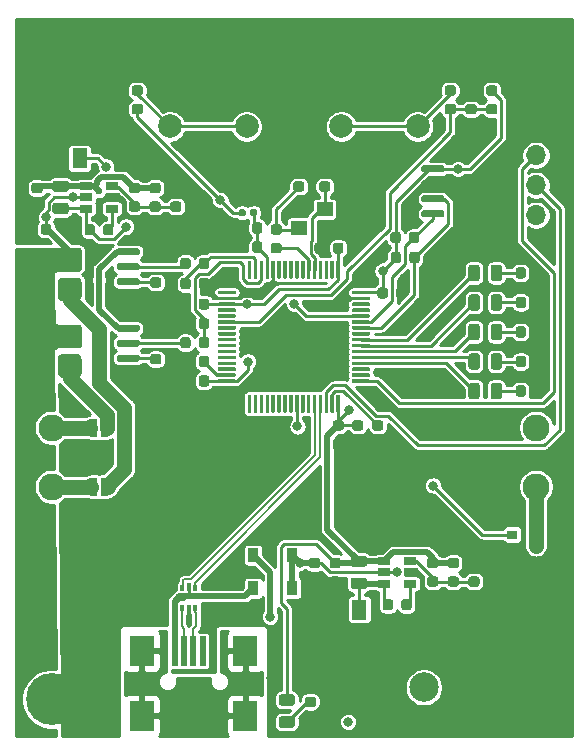
<source format=gbr>
%TF.GenerationSoftware,KiCad,Pcbnew,(5.1.6-0-10_14)*%
%TF.CreationDate,2021-02-05T00:28:22-08:00*%
%TF.ProjectId,version1,76657273-696f-46e3-912e-6b696361645f,rev?*%
%TF.SameCoordinates,Original*%
%TF.FileFunction,Copper,L1,Top*%
%TF.FilePolarity,Positive*%
%FSLAX46Y46*%
G04 Gerber Fmt 4.6, Leading zero omitted, Abs format (unit mm)*
G04 Created by KiCad (PCBNEW (5.1.6-0-10_14)) date 2021-02-05 00:28:22*
%MOMM*%
%LPD*%
G01*
G04 APERTURE LIST*
%TA.AperFunction,ComponentPad*%
%ADD10C,0.700000*%
%TD*%
%TA.AperFunction,ComponentPad*%
%ADD11C,4.400000*%
%TD*%
%TA.AperFunction,SMDPad,CuDef*%
%ADD12R,1.060000X0.650000*%
%TD*%
%TA.AperFunction,SMDPad,CuDef*%
%ADD13R,0.900000X0.800000*%
%TD*%
%TA.AperFunction,SMDPad,CuDef*%
%ADD14R,1.300000X1.700000*%
%TD*%
%TA.AperFunction,SMDPad,CuDef*%
%ADD15R,1.400000X1.200000*%
%TD*%
%TA.AperFunction,SMDPad,CuDef*%
%ADD16R,0.375000X0.500000*%
%TD*%
%TA.AperFunction,SMDPad,CuDef*%
%ADD17R,0.300000X0.650000*%
%TD*%
%TA.AperFunction,ComponentPad*%
%ADD18C,2.000000*%
%TD*%
%TA.AperFunction,ComponentPad*%
%ADD19C,2.500000*%
%TD*%
%TA.AperFunction,ComponentPad*%
%ADD20R,2.500000X2.500000*%
%TD*%
%TA.AperFunction,SMDPad,CuDef*%
%ADD21R,0.900000X1.200000*%
%TD*%
%TA.AperFunction,SMDPad,CuDef*%
%ADD22C,0.100000*%
%TD*%
%TA.AperFunction,ComponentPad*%
%ADD23C,2.286000*%
%TD*%
%TA.AperFunction,SMDPad,CuDef*%
%ADD24R,0.500000X2.500000*%
%TD*%
%TA.AperFunction,SMDPad,CuDef*%
%ADD25R,2.000000X2.500000*%
%TD*%
%TA.AperFunction,ComponentPad*%
%ADD26O,1.700000X1.700000*%
%TD*%
%TA.AperFunction,ComponentPad*%
%ADD27R,1.700000X1.700000*%
%TD*%
%TA.AperFunction,ViaPad*%
%ADD28C,0.800000*%
%TD*%
%TA.AperFunction,ViaPad*%
%ADD29C,0.600000*%
%TD*%
%TA.AperFunction,Conductor*%
%ADD30C,1.250000*%
%TD*%
%TA.AperFunction,Conductor*%
%ADD31C,0.250000*%
%TD*%
%TA.AperFunction,Conductor*%
%ADD32C,0.500000*%
%TD*%
%TA.AperFunction,Conductor*%
%ADD33C,0.200000*%
%TD*%
%TA.AperFunction,Conductor*%
%ADD34C,0.254000*%
%TD*%
G04 APERTURE END LIST*
D10*
%TO.P,H4,1*%
%TO.N,GND*%
X145666726Y-52333274D03*
X144500000Y-51850000D03*
X143333274Y-52333274D03*
X142850000Y-53500000D03*
X143333274Y-54666726D03*
X144500000Y-55150000D03*
X145666726Y-54666726D03*
X146150000Y-53500000D03*
D11*
X144500000Y-53500000D03*
%TD*%
D10*
%TO.P,H3,1*%
%TO.N,GND*%
X104666726Y-52333274D03*
X103500000Y-51850000D03*
X102333274Y-52333274D03*
X101850000Y-53500000D03*
X102333274Y-54666726D03*
X103500000Y-55150000D03*
X104666726Y-54666726D03*
X105150000Y-53500000D03*
D11*
X103500000Y-53500000D03*
%TD*%
D10*
%TO.P,H2,1*%
%TO.N,GND*%
X104666726Y-106833274D03*
X103500000Y-106350000D03*
X102333274Y-106833274D03*
X101850000Y-108000000D03*
X102333274Y-109166726D03*
X103500000Y-109650000D03*
X104666726Y-109166726D03*
X105150000Y-108000000D03*
D11*
X103500000Y-108000000D03*
%TD*%
D10*
%TO.P,H1,1*%
%TO.N,GND*%
X145666726Y-106833274D03*
X144500000Y-106350000D03*
X143333274Y-106833274D03*
X142850000Y-108000000D03*
X143333274Y-109166726D03*
X144500000Y-109650000D03*
X145666726Y-109166726D03*
X146150000Y-108000000D03*
D11*
X144500000Y-108000000D03*
%TD*%
D12*
%TO.P,U7,5*%
%TO.N,+15V*%
X106400000Y-65500000D03*
%TO.P,U7,6*%
%TO.N,Net-(C21-Pad2)*%
X106400000Y-66450000D03*
%TO.P,U7,4*%
%TO.N,+5V*%
X106400000Y-64550000D03*
%TO.P,U7,3*%
%TO.N,Net-(C20-Pad2)*%
X108600000Y-64550000D03*
%TO.P,U7,2*%
%TO.N,GND*%
X108600000Y-65500000D03*
%TO.P,U7,1*%
%TO.N,Net-(C21-Pad1)*%
X108600000Y-66450000D03*
%TD*%
%TO.P,U4,5*%
%TO.N,/VPOWER*%
X131650000Y-97250000D03*
%TO.P,U4,6*%
%TO.N,Net-(C15-Pad2)*%
X131650000Y-98200000D03*
%TO.P,U4,4*%
%TO.N,+3V3*%
X131650000Y-96300000D03*
%TO.P,U4,3*%
%TO.N,Net-(C19-Pad2)*%
X133850000Y-96300000D03*
%TO.P,U4,2*%
%TO.N,GND*%
X133850000Y-97250000D03*
%TO.P,U4,1*%
%TO.N,Net-(C15-Pad1)*%
X133850000Y-98200000D03*
%TD*%
%TO.P,R22,2*%
%TO.N,/OSC_OUT*%
%TA.AperFunction,SMDPad,CuDef*%
G36*
G01*
X122243750Y-69362500D02*
X122756250Y-69362500D01*
G75*
G02*
X122975000Y-69581250I0J-218750D01*
G01*
X122975000Y-70018750D01*
G75*
G02*
X122756250Y-70237500I-218750J0D01*
G01*
X122243750Y-70237500D01*
G75*
G02*
X122025000Y-70018750I0J218750D01*
G01*
X122025000Y-69581250D01*
G75*
G02*
X122243750Y-69362500I218750J0D01*
G01*
G37*
%TD.AperFunction*%
%TO.P,R22,1*%
%TO.N,Net-(C11-Pad1)*%
%TA.AperFunction,SMDPad,CuDef*%
G36*
G01*
X122243750Y-67787500D02*
X122756250Y-67787500D01*
G75*
G02*
X122975000Y-68006250I0J-218750D01*
G01*
X122975000Y-68443750D01*
G75*
G02*
X122756250Y-68662500I-218750J0D01*
G01*
X122243750Y-68662500D01*
G75*
G02*
X122025000Y-68443750I0J218750D01*
G01*
X122025000Y-68006250D01*
G75*
G02*
X122243750Y-67787500I218750J0D01*
G01*
G37*
%TD.AperFunction*%
%TD*%
%TO.P,R21,2*%
%TO.N,Net-(R20-Pad1)*%
%TA.AperFunction,SMDPad,CuDef*%
G36*
G01*
X115250000Y-72543750D02*
X115250000Y-73056250D01*
G75*
G02*
X115031250Y-73275000I-218750J0D01*
G01*
X114593750Y-73275000D01*
G75*
G02*
X114375000Y-73056250I0J218750D01*
G01*
X114375000Y-72543750D01*
G75*
G02*
X114593750Y-72325000I218750J0D01*
G01*
X115031250Y-72325000D01*
G75*
G02*
X115250000Y-72543750I0J-218750D01*
G01*
G37*
%TD.AperFunction*%
%TO.P,R21,1*%
%TO.N,GND*%
%TA.AperFunction,SMDPad,CuDef*%
G36*
G01*
X116825000Y-72543750D02*
X116825000Y-73056250D01*
G75*
G02*
X116606250Y-73275000I-218750J0D01*
G01*
X116168750Y-73275000D01*
G75*
G02*
X115950000Y-73056250I0J218750D01*
G01*
X115950000Y-72543750D01*
G75*
G02*
X116168750Y-72325000I218750J0D01*
G01*
X116606250Y-72325000D01*
G75*
G02*
X116825000Y-72543750I0J-218750D01*
G01*
G37*
%TD.AperFunction*%
%TD*%
%TO.P,R20,2*%
%TO.N,/CURRENT2*%
%TA.AperFunction,SMDPad,CuDef*%
G36*
G01*
X115250000Y-70843750D02*
X115250000Y-71356250D01*
G75*
G02*
X115031250Y-71575000I-218750J0D01*
G01*
X114593750Y-71575000D01*
G75*
G02*
X114375000Y-71356250I0J218750D01*
G01*
X114375000Y-70843750D01*
G75*
G02*
X114593750Y-70625000I218750J0D01*
G01*
X115031250Y-70625000D01*
G75*
G02*
X115250000Y-70843750I0J-218750D01*
G01*
G37*
%TD.AperFunction*%
%TO.P,R20,1*%
%TO.N,Net-(R20-Pad1)*%
%TA.AperFunction,SMDPad,CuDef*%
G36*
G01*
X116825000Y-70843750D02*
X116825000Y-71356250D01*
G75*
G02*
X116606250Y-71575000I-218750J0D01*
G01*
X116168750Y-71575000D01*
G75*
G02*
X115950000Y-71356250I0J218750D01*
G01*
X115950000Y-70843750D01*
G75*
G02*
X116168750Y-70625000I218750J0D01*
G01*
X116606250Y-70625000D01*
G75*
G02*
X116825000Y-70843750I0J-218750D01*
G01*
G37*
%TD.AperFunction*%
%TD*%
%TO.P,R19,2*%
%TO.N,Net-(R18-Pad1)*%
%TA.AperFunction,SMDPad,CuDef*%
G36*
G01*
X115950000Y-76456250D02*
X115950000Y-75943750D01*
G75*
G02*
X116168750Y-75725000I218750J0D01*
G01*
X116606250Y-75725000D01*
G75*
G02*
X116825000Y-75943750I0J-218750D01*
G01*
X116825000Y-76456250D01*
G75*
G02*
X116606250Y-76675000I-218750J0D01*
G01*
X116168750Y-76675000D01*
G75*
G02*
X115950000Y-76456250I0J218750D01*
G01*
G37*
%TD.AperFunction*%
%TO.P,R19,1*%
%TO.N,GND*%
%TA.AperFunction,SMDPad,CuDef*%
G36*
G01*
X114375000Y-76456250D02*
X114375000Y-75943750D01*
G75*
G02*
X114593750Y-75725000I218750J0D01*
G01*
X115031250Y-75725000D01*
G75*
G02*
X115250000Y-75943750I0J-218750D01*
G01*
X115250000Y-76456250D01*
G75*
G02*
X115031250Y-76675000I-218750J0D01*
G01*
X114593750Y-76675000D01*
G75*
G02*
X114375000Y-76456250I0J218750D01*
G01*
G37*
%TD.AperFunction*%
%TD*%
%TO.P,R18,2*%
%TO.N,/CURRENT1*%
%TA.AperFunction,SMDPad,CuDef*%
G36*
G01*
X115250000Y-77543750D02*
X115250000Y-78056250D01*
G75*
G02*
X115031250Y-78275000I-218750J0D01*
G01*
X114593750Y-78275000D01*
G75*
G02*
X114375000Y-78056250I0J218750D01*
G01*
X114375000Y-77543750D01*
G75*
G02*
X114593750Y-77325000I218750J0D01*
G01*
X115031250Y-77325000D01*
G75*
G02*
X115250000Y-77543750I0J-218750D01*
G01*
G37*
%TD.AperFunction*%
%TO.P,R18,1*%
%TO.N,Net-(R18-Pad1)*%
%TA.AperFunction,SMDPad,CuDef*%
G36*
G01*
X116825000Y-77543750D02*
X116825000Y-78056250D01*
G75*
G02*
X116606250Y-78275000I-218750J0D01*
G01*
X116168750Y-78275000D01*
G75*
G02*
X115950000Y-78056250I0J218750D01*
G01*
X115950000Y-77543750D01*
G75*
G02*
X116168750Y-77325000I218750J0D01*
G01*
X116606250Y-77325000D01*
G75*
G02*
X116825000Y-77543750I0J-218750D01*
G01*
G37*
%TD.AperFunction*%
%TD*%
%TO.P,R17,2*%
%TO.N,Net-(C20-Pad2)*%
%TA.AperFunction,SMDPad,CuDef*%
G36*
G01*
X113743750Y-65850000D02*
X114256250Y-65850000D01*
G75*
G02*
X114475000Y-66068750I0J-218750D01*
G01*
X114475000Y-66506250D01*
G75*
G02*
X114256250Y-66725000I-218750J0D01*
G01*
X113743750Y-66725000D01*
G75*
G02*
X113525000Y-66506250I0J218750D01*
G01*
X113525000Y-66068750D01*
G75*
G02*
X113743750Y-65850000I218750J0D01*
G01*
G37*
%TD.AperFunction*%
%TO.P,R17,1*%
%TO.N,GND*%
%TA.AperFunction,SMDPad,CuDef*%
G36*
G01*
X113743750Y-64275000D02*
X114256250Y-64275000D01*
G75*
G02*
X114475000Y-64493750I0J-218750D01*
G01*
X114475000Y-64931250D01*
G75*
G02*
X114256250Y-65150000I-218750J0D01*
G01*
X113743750Y-65150000D01*
G75*
G02*
X113525000Y-64931250I0J218750D01*
G01*
X113525000Y-64493750D01*
G75*
G02*
X113743750Y-64275000I218750J0D01*
G01*
G37*
%TD.AperFunction*%
%TD*%
%TO.P,R16,2*%
%TO.N,+5V*%
%TA.AperFunction,SMDPad,CuDef*%
G36*
G01*
X112506250Y-65150000D02*
X111993750Y-65150000D01*
G75*
G02*
X111775000Y-64931250I0J218750D01*
G01*
X111775000Y-64493750D01*
G75*
G02*
X111993750Y-64275000I218750J0D01*
G01*
X112506250Y-64275000D01*
G75*
G02*
X112725000Y-64493750I0J-218750D01*
G01*
X112725000Y-64931250D01*
G75*
G02*
X112506250Y-65150000I-218750J0D01*
G01*
G37*
%TD.AperFunction*%
%TO.P,R16,1*%
%TO.N,Net-(C20-Pad2)*%
%TA.AperFunction,SMDPad,CuDef*%
G36*
G01*
X112506250Y-66725000D02*
X111993750Y-66725000D01*
G75*
G02*
X111775000Y-66506250I0J218750D01*
G01*
X111775000Y-66068750D01*
G75*
G02*
X111993750Y-65850000I218750J0D01*
G01*
X112506250Y-65850000D01*
G75*
G02*
X112725000Y-66068750I0J-218750D01*
G01*
X112725000Y-66506250D01*
G75*
G02*
X112506250Y-66725000I-218750J0D01*
G01*
G37*
%TD.AperFunction*%
%TD*%
%TO.P,R15,2*%
%TO.N,/BTN*%
%TA.AperFunction,SMDPad,CuDef*%
G36*
G01*
X140493750Y-57600000D02*
X141006250Y-57600000D01*
G75*
G02*
X141225000Y-57818750I0J-218750D01*
G01*
X141225000Y-58256250D01*
G75*
G02*
X141006250Y-58475000I-218750J0D01*
G01*
X140493750Y-58475000D01*
G75*
G02*
X140275000Y-58256250I0J218750D01*
G01*
X140275000Y-57818750D01*
G75*
G02*
X140493750Y-57600000I218750J0D01*
G01*
G37*
%TD.AperFunction*%
%TO.P,R15,1*%
%TO.N,+3V3*%
%TA.AperFunction,SMDPad,CuDef*%
G36*
G01*
X140493750Y-56025000D02*
X141006250Y-56025000D01*
G75*
G02*
X141225000Y-56243750I0J-218750D01*
G01*
X141225000Y-56681250D01*
G75*
G02*
X141006250Y-56900000I-218750J0D01*
G01*
X140493750Y-56900000D01*
G75*
G02*
X140275000Y-56681250I0J218750D01*
G01*
X140275000Y-56243750D01*
G75*
G02*
X140493750Y-56025000I218750J0D01*
G01*
G37*
%TD.AperFunction*%
%TD*%
%TO.P,R13,2*%
%TO.N,Net-(R13-Pad2)*%
%TA.AperFunction,SMDPad,CuDef*%
G36*
G01*
X137506250Y-56900000D02*
X136993750Y-56900000D01*
G75*
G02*
X136775000Y-56681250I0J218750D01*
G01*
X136775000Y-56243750D01*
G75*
G02*
X136993750Y-56025000I218750J0D01*
G01*
X137506250Y-56025000D01*
G75*
G02*
X137725000Y-56243750I0J-218750D01*
G01*
X137725000Y-56681250D01*
G75*
G02*
X137506250Y-56900000I-218750J0D01*
G01*
G37*
%TD.AperFunction*%
%TO.P,R13,1*%
%TO.N,/BTN*%
%TA.AperFunction,SMDPad,CuDef*%
G36*
G01*
X137506250Y-58475000D02*
X136993750Y-58475000D01*
G75*
G02*
X136775000Y-58256250I0J218750D01*
G01*
X136775000Y-57818750D01*
G75*
G02*
X136993750Y-57600000I218750J0D01*
G01*
X137506250Y-57600000D01*
G75*
G02*
X137725000Y-57818750I0J-218750D01*
G01*
X137725000Y-58256250D01*
G75*
G02*
X137506250Y-58475000I-218750J0D01*
G01*
G37*
%TD.AperFunction*%
%TD*%
%TO.P,R11,2*%
%TO.N,+3V3*%
%TA.AperFunction,SMDPad,CuDef*%
G36*
G01*
X133062500Y-70343750D02*
X133062500Y-70856250D01*
G75*
G02*
X132843750Y-71075000I-218750J0D01*
G01*
X132406250Y-71075000D01*
G75*
G02*
X132187500Y-70856250I0J218750D01*
G01*
X132187500Y-70343750D01*
G75*
G02*
X132406250Y-70125000I218750J0D01*
G01*
X132843750Y-70125000D01*
G75*
G02*
X133062500Y-70343750I0J-218750D01*
G01*
G37*
%TD.AperFunction*%
%TO.P,R11,1*%
%TO.N,/I2C_SCL*%
%TA.AperFunction,SMDPad,CuDef*%
G36*
G01*
X134637500Y-70343750D02*
X134637500Y-70856250D01*
G75*
G02*
X134418750Y-71075000I-218750J0D01*
G01*
X133981250Y-71075000D01*
G75*
G02*
X133762500Y-70856250I0J218750D01*
G01*
X133762500Y-70343750D01*
G75*
G02*
X133981250Y-70125000I218750J0D01*
G01*
X134418750Y-70125000D01*
G75*
G02*
X134637500Y-70343750I0J-218750D01*
G01*
G37*
%TD.AperFunction*%
%TD*%
%TO.P,R10,2*%
%TO.N,/I2C_SDA*%
%TA.AperFunction,SMDPad,CuDef*%
G36*
G01*
X133750000Y-69156250D02*
X133750000Y-68643750D01*
G75*
G02*
X133968750Y-68425000I218750J0D01*
G01*
X134406250Y-68425000D01*
G75*
G02*
X134625000Y-68643750I0J-218750D01*
G01*
X134625000Y-69156250D01*
G75*
G02*
X134406250Y-69375000I-218750J0D01*
G01*
X133968750Y-69375000D01*
G75*
G02*
X133750000Y-69156250I0J218750D01*
G01*
G37*
%TD.AperFunction*%
%TO.P,R10,1*%
%TO.N,+3V3*%
%TA.AperFunction,SMDPad,CuDef*%
G36*
G01*
X132175000Y-69156250D02*
X132175000Y-68643750D01*
G75*
G02*
X132393750Y-68425000I218750J0D01*
G01*
X132831250Y-68425000D01*
G75*
G02*
X133050000Y-68643750I0J-218750D01*
G01*
X133050000Y-69156250D01*
G75*
G02*
X132831250Y-69375000I-218750J0D01*
G01*
X132393750Y-69375000D01*
G75*
G02*
X132175000Y-69156250I0J218750D01*
G01*
G37*
%TD.AperFunction*%
%TD*%
%TO.P,R9,2*%
%TO.N,Net-(D9-Pad1)*%
%TA.AperFunction,SMDPad,CuDef*%
G36*
G01*
X125656250Y-108650000D02*
X125143750Y-108650000D01*
G75*
G02*
X124925000Y-108431250I0J218750D01*
G01*
X124925000Y-107993750D01*
G75*
G02*
X125143750Y-107775000I218750J0D01*
G01*
X125656250Y-107775000D01*
G75*
G02*
X125875000Y-107993750I0J-218750D01*
G01*
X125875000Y-108431250D01*
G75*
G02*
X125656250Y-108650000I-218750J0D01*
G01*
G37*
%TD.AperFunction*%
%TO.P,R9,1*%
%TO.N,GND*%
%TA.AperFunction,SMDPad,CuDef*%
G36*
G01*
X125656250Y-110225000D02*
X125143750Y-110225000D01*
G75*
G02*
X124925000Y-110006250I0J218750D01*
G01*
X124925000Y-109568750D01*
G75*
G02*
X125143750Y-109350000I218750J0D01*
G01*
X125656250Y-109350000D01*
G75*
G02*
X125875000Y-109568750I0J-218750D01*
G01*
X125875000Y-110006250D01*
G75*
G02*
X125656250Y-110225000I-218750J0D01*
G01*
G37*
%TD.AperFunction*%
%TD*%
%TO.P,R8,2*%
%TO.N,Net-(D8-Pad1)*%
%TA.AperFunction,SMDPad,CuDef*%
G36*
G01*
X143650000Y-81643750D02*
X143650000Y-82156250D01*
G75*
G02*
X143431250Y-82375000I-218750J0D01*
G01*
X142993750Y-82375000D01*
G75*
G02*
X142775000Y-82156250I0J218750D01*
G01*
X142775000Y-81643750D01*
G75*
G02*
X142993750Y-81425000I218750J0D01*
G01*
X143431250Y-81425000D01*
G75*
G02*
X143650000Y-81643750I0J-218750D01*
G01*
G37*
%TD.AperFunction*%
%TO.P,R8,1*%
%TO.N,GND*%
%TA.AperFunction,SMDPad,CuDef*%
G36*
G01*
X145225000Y-81643750D02*
X145225000Y-82156250D01*
G75*
G02*
X145006250Y-82375000I-218750J0D01*
G01*
X144568750Y-82375000D01*
G75*
G02*
X144350000Y-82156250I0J218750D01*
G01*
X144350000Y-81643750D01*
G75*
G02*
X144568750Y-81425000I218750J0D01*
G01*
X145006250Y-81425000D01*
G75*
G02*
X145225000Y-81643750I0J-218750D01*
G01*
G37*
%TD.AperFunction*%
%TD*%
%TO.P,R7,2*%
%TO.N,Net-(D7-Pad1)*%
%TA.AperFunction,SMDPad,CuDef*%
G36*
G01*
X143650000Y-79143750D02*
X143650000Y-79656250D01*
G75*
G02*
X143431250Y-79875000I-218750J0D01*
G01*
X142993750Y-79875000D01*
G75*
G02*
X142775000Y-79656250I0J218750D01*
G01*
X142775000Y-79143750D01*
G75*
G02*
X142993750Y-78925000I218750J0D01*
G01*
X143431250Y-78925000D01*
G75*
G02*
X143650000Y-79143750I0J-218750D01*
G01*
G37*
%TD.AperFunction*%
%TO.P,R7,1*%
%TO.N,GND*%
%TA.AperFunction,SMDPad,CuDef*%
G36*
G01*
X145225000Y-79143750D02*
X145225000Y-79656250D01*
G75*
G02*
X145006250Y-79875000I-218750J0D01*
G01*
X144568750Y-79875000D01*
G75*
G02*
X144350000Y-79656250I0J218750D01*
G01*
X144350000Y-79143750D01*
G75*
G02*
X144568750Y-78925000I218750J0D01*
G01*
X145006250Y-78925000D01*
G75*
G02*
X145225000Y-79143750I0J-218750D01*
G01*
G37*
%TD.AperFunction*%
%TD*%
%TO.P,R6,2*%
%TO.N,Net-(D6-Pad1)*%
%TA.AperFunction,SMDPad,CuDef*%
G36*
G01*
X143650000Y-76643750D02*
X143650000Y-77156250D01*
G75*
G02*
X143431250Y-77375000I-218750J0D01*
G01*
X142993750Y-77375000D01*
G75*
G02*
X142775000Y-77156250I0J218750D01*
G01*
X142775000Y-76643750D01*
G75*
G02*
X142993750Y-76425000I218750J0D01*
G01*
X143431250Y-76425000D01*
G75*
G02*
X143650000Y-76643750I0J-218750D01*
G01*
G37*
%TD.AperFunction*%
%TO.P,R6,1*%
%TO.N,GND*%
%TA.AperFunction,SMDPad,CuDef*%
G36*
G01*
X145225000Y-76643750D02*
X145225000Y-77156250D01*
G75*
G02*
X145006250Y-77375000I-218750J0D01*
G01*
X144568750Y-77375000D01*
G75*
G02*
X144350000Y-77156250I0J218750D01*
G01*
X144350000Y-76643750D01*
G75*
G02*
X144568750Y-76425000I218750J0D01*
G01*
X145006250Y-76425000D01*
G75*
G02*
X145225000Y-76643750I0J-218750D01*
G01*
G37*
%TD.AperFunction*%
%TD*%
%TO.P,R5,2*%
%TO.N,Net-(D5-Pad1)*%
%TA.AperFunction,SMDPad,CuDef*%
G36*
G01*
X143650000Y-74143750D02*
X143650000Y-74656250D01*
G75*
G02*
X143431250Y-74875000I-218750J0D01*
G01*
X142993750Y-74875000D01*
G75*
G02*
X142775000Y-74656250I0J218750D01*
G01*
X142775000Y-74143750D01*
G75*
G02*
X142993750Y-73925000I218750J0D01*
G01*
X143431250Y-73925000D01*
G75*
G02*
X143650000Y-74143750I0J-218750D01*
G01*
G37*
%TD.AperFunction*%
%TO.P,R5,1*%
%TO.N,GND*%
%TA.AperFunction,SMDPad,CuDef*%
G36*
G01*
X145225000Y-74143750D02*
X145225000Y-74656250D01*
G75*
G02*
X145006250Y-74875000I-218750J0D01*
G01*
X144568750Y-74875000D01*
G75*
G02*
X144350000Y-74656250I0J218750D01*
G01*
X144350000Y-74143750D01*
G75*
G02*
X144568750Y-73925000I218750J0D01*
G01*
X145006250Y-73925000D01*
G75*
G02*
X145225000Y-74143750I0J-218750D01*
G01*
G37*
%TD.AperFunction*%
%TD*%
%TO.P,R4,2*%
%TO.N,Net-(D4-Pad1)*%
%TA.AperFunction,SMDPad,CuDef*%
G36*
G01*
X143650000Y-71643750D02*
X143650000Y-72156250D01*
G75*
G02*
X143431250Y-72375000I-218750J0D01*
G01*
X142993750Y-72375000D01*
G75*
G02*
X142775000Y-72156250I0J218750D01*
G01*
X142775000Y-71643750D01*
G75*
G02*
X142993750Y-71425000I218750J0D01*
G01*
X143431250Y-71425000D01*
G75*
G02*
X143650000Y-71643750I0J-218750D01*
G01*
G37*
%TD.AperFunction*%
%TO.P,R4,1*%
%TO.N,GND*%
%TA.AperFunction,SMDPad,CuDef*%
G36*
G01*
X145225000Y-71643750D02*
X145225000Y-72156250D01*
G75*
G02*
X145006250Y-72375000I-218750J0D01*
G01*
X144568750Y-72375000D01*
G75*
G02*
X144350000Y-72156250I0J218750D01*
G01*
X144350000Y-71643750D01*
G75*
G02*
X144568750Y-71425000I218750J0D01*
G01*
X145006250Y-71425000D01*
G75*
G02*
X145225000Y-71643750I0J-218750D01*
G01*
G37*
%TD.AperFunction*%
%TD*%
%TO.P,R3,2*%
%TO.N,Net-(C19-Pad2)*%
%TA.AperFunction,SMDPad,CuDef*%
G36*
G01*
X138993750Y-97600000D02*
X139506250Y-97600000D01*
G75*
G02*
X139725000Y-97818750I0J-218750D01*
G01*
X139725000Y-98256250D01*
G75*
G02*
X139506250Y-98475000I-218750J0D01*
G01*
X138993750Y-98475000D01*
G75*
G02*
X138775000Y-98256250I0J218750D01*
G01*
X138775000Y-97818750D01*
G75*
G02*
X138993750Y-97600000I218750J0D01*
G01*
G37*
%TD.AperFunction*%
%TO.P,R3,1*%
%TO.N,GND*%
%TA.AperFunction,SMDPad,CuDef*%
G36*
G01*
X138993750Y-96025000D02*
X139506250Y-96025000D01*
G75*
G02*
X139725000Y-96243750I0J-218750D01*
G01*
X139725000Y-96681250D01*
G75*
G02*
X139506250Y-96900000I-218750J0D01*
G01*
X138993750Y-96900000D01*
G75*
G02*
X138775000Y-96681250I0J218750D01*
G01*
X138775000Y-96243750D01*
G75*
G02*
X138993750Y-96025000I218750J0D01*
G01*
G37*
%TD.AperFunction*%
%TD*%
%TO.P,R2,2*%
%TO.N,+3V3*%
%TA.AperFunction,SMDPad,CuDef*%
G36*
G01*
X137756250Y-96900000D02*
X137243750Y-96900000D01*
G75*
G02*
X137025000Y-96681250I0J218750D01*
G01*
X137025000Y-96243750D01*
G75*
G02*
X137243750Y-96025000I218750J0D01*
G01*
X137756250Y-96025000D01*
G75*
G02*
X137975000Y-96243750I0J-218750D01*
G01*
X137975000Y-96681250D01*
G75*
G02*
X137756250Y-96900000I-218750J0D01*
G01*
G37*
%TD.AperFunction*%
%TO.P,R2,1*%
%TO.N,Net-(C19-Pad2)*%
%TA.AperFunction,SMDPad,CuDef*%
G36*
G01*
X137756250Y-98475000D02*
X137243750Y-98475000D01*
G75*
G02*
X137025000Y-98256250I0J218750D01*
G01*
X137025000Y-97818750D01*
G75*
G02*
X137243750Y-97600000I218750J0D01*
G01*
X137756250Y-97600000D01*
G75*
G02*
X137975000Y-97818750I0J-218750D01*
G01*
X137975000Y-98256250D01*
G75*
G02*
X137756250Y-98475000I-218750J0D01*
G01*
G37*
%TD.AperFunction*%
%TD*%
%TO.P,R1,2*%
%TO.N,Net-(R1-Pad2)*%
%TA.AperFunction,SMDPad,CuDef*%
G36*
G01*
X111006250Y-56900000D02*
X110493750Y-56900000D01*
G75*
G02*
X110275000Y-56681250I0J218750D01*
G01*
X110275000Y-56243750D01*
G75*
G02*
X110493750Y-56025000I218750J0D01*
G01*
X111006250Y-56025000D01*
G75*
G02*
X111225000Y-56243750I0J-218750D01*
G01*
X111225000Y-56681250D01*
G75*
G02*
X111006250Y-56900000I-218750J0D01*
G01*
G37*
%TD.AperFunction*%
%TO.P,R1,1*%
%TO.N,+3V3*%
%TA.AperFunction,SMDPad,CuDef*%
G36*
G01*
X111006250Y-58475000D02*
X110493750Y-58475000D01*
G75*
G02*
X110275000Y-58256250I0J218750D01*
G01*
X110275000Y-57818750D01*
G75*
G02*
X110493750Y-57600000I218750J0D01*
G01*
X111006250Y-57600000D01*
G75*
G02*
X111225000Y-57818750I0J-218750D01*
G01*
X111225000Y-58256250D01*
G75*
G02*
X111006250Y-58475000I-218750J0D01*
G01*
G37*
%TD.AperFunction*%
%TD*%
D13*
%TO.P,Q1,3*%
%TO.N,/HEAT_GND*%
X144500000Y-95000000D03*
%TO.P,Q1,2*%
%TO.N,GND*%
X142500000Y-95950000D03*
%TO.P,Q1,1*%
%TO.N,/PWM_HEAT*%
X142500000Y-94050000D03*
%TD*%
%TO.P,L3,2*%
%TO.N,+5V*%
%TA.AperFunction,SMDPad,CuDef*%
G36*
G01*
X104706250Y-65050000D02*
X103793750Y-65050000D01*
G75*
G02*
X103550000Y-64806250I0J243750D01*
G01*
X103550000Y-64318750D01*
G75*
G02*
X103793750Y-64075000I243750J0D01*
G01*
X104706250Y-64075000D01*
G75*
G02*
X104950000Y-64318750I0J-243750D01*
G01*
X104950000Y-64806250D01*
G75*
G02*
X104706250Y-65050000I-243750J0D01*
G01*
G37*
%TD.AperFunction*%
%TO.P,L3,1*%
%TO.N,Net-(C21-Pad2)*%
%TA.AperFunction,SMDPad,CuDef*%
G36*
G01*
X104706250Y-66925000D02*
X103793750Y-66925000D01*
G75*
G02*
X103550000Y-66681250I0J243750D01*
G01*
X103550000Y-66193750D01*
G75*
G02*
X103793750Y-65950000I243750J0D01*
G01*
X104706250Y-65950000D01*
G75*
G02*
X104950000Y-66193750I0J-243750D01*
G01*
X104950000Y-66681250D01*
G75*
G02*
X104706250Y-66925000I-243750J0D01*
G01*
G37*
%TD.AperFunction*%
%TD*%
%TO.P,L2,2*%
%TO.N,+3V3*%
%TA.AperFunction,SMDPad,CuDef*%
G36*
G01*
X129956250Y-96800000D02*
X129043750Y-96800000D01*
G75*
G02*
X128800000Y-96556250I0J243750D01*
G01*
X128800000Y-96068750D01*
G75*
G02*
X129043750Y-95825000I243750J0D01*
G01*
X129956250Y-95825000D01*
G75*
G02*
X130200000Y-96068750I0J-243750D01*
G01*
X130200000Y-96556250D01*
G75*
G02*
X129956250Y-96800000I-243750J0D01*
G01*
G37*
%TD.AperFunction*%
%TO.P,L2,1*%
%TO.N,Net-(C15-Pad2)*%
%TA.AperFunction,SMDPad,CuDef*%
G36*
G01*
X129956250Y-98675000D02*
X129043750Y-98675000D01*
G75*
G02*
X128800000Y-98431250I0J243750D01*
G01*
X128800000Y-97943750D01*
G75*
G02*
X129043750Y-97700000I243750J0D01*
G01*
X129956250Y-97700000D01*
G75*
G02*
X130200000Y-97943750I0J-243750D01*
G01*
X130200000Y-98431250D01*
G75*
G02*
X129956250Y-98675000I-243750J0D01*
G01*
G37*
%TD.AperFunction*%
%TD*%
D14*
%TO.P,D10,2*%
%TO.N,GND*%
X109350000Y-62200000D03*
%TO.P,D10,1*%
%TO.N,Net-(C21-Pad2)*%
X105850000Y-62200000D03*
%TD*%
%TO.P,D9,2*%
%TO.N,+3V3*%
%TA.AperFunction,SMDPad,CuDef*%
G36*
G01*
X123856250Y-108550000D02*
X122943750Y-108550000D01*
G75*
G02*
X122700000Y-108306250I0J243750D01*
G01*
X122700000Y-107818750D01*
G75*
G02*
X122943750Y-107575000I243750J0D01*
G01*
X123856250Y-107575000D01*
G75*
G02*
X124100000Y-107818750I0J-243750D01*
G01*
X124100000Y-108306250D01*
G75*
G02*
X123856250Y-108550000I-243750J0D01*
G01*
G37*
%TD.AperFunction*%
%TO.P,D9,1*%
%TO.N,Net-(D9-Pad1)*%
%TA.AperFunction,SMDPad,CuDef*%
G36*
G01*
X123856250Y-110425000D02*
X122943750Y-110425000D01*
G75*
G02*
X122700000Y-110181250I0J243750D01*
G01*
X122700000Y-109693750D01*
G75*
G02*
X122943750Y-109450000I243750J0D01*
G01*
X123856250Y-109450000D01*
G75*
G02*
X124100000Y-109693750I0J-243750D01*
G01*
X124100000Y-110181250D01*
G75*
G02*
X123856250Y-110425000I-243750J0D01*
G01*
G37*
%TD.AperFunction*%
%TD*%
%TO.P,D8,2*%
%TO.N,/LED5*%
%TA.AperFunction,SMDPad,CuDef*%
G36*
G01*
X139750000Y-81443750D02*
X139750000Y-82356250D01*
G75*
G02*
X139506250Y-82600000I-243750J0D01*
G01*
X139018750Y-82600000D01*
G75*
G02*
X138775000Y-82356250I0J243750D01*
G01*
X138775000Y-81443750D01*
G75*
G02*
X139018750Y-81200000I243750J0D01*
G01*
X139506250Y-81200000D01*
G75*
G02*
X139750000Y-81443750I0J-243750D01*
G01*
G37*
%TD.AperFunction*%
%TO.P,D8,1*%
%TO.N,Net-(D8-Pad1)*%
%TA.AperFunction,SMDPad,CuDef*%
G36*
G01*
X141625000Y-81443750D02*
X141625000Y-82356250D01*
G75*
G02*
X141381250Y-82600000I-243750J0D01*
G01*
X140893750Y-82600000D01*
G75*
G02*
X140650000Y-82356250I0J243750D01*
G01*
X140650000Y-81443750D01*
G75*
G02*
X140893750Y-81200000I243750J0D01*
G01*
X141381250Y-81200000D01*
G75*
G02*
X141625000Y-81443750I0J-243750D01*
G01*
G37*
%TD.AperFunction*%
%TD*%
%TO.P,D7,2*%
%TO.N,/LED4*%
%TA.AperFunction,SMDPad,CuDef*%
G36*
G01*
X139750000Y-78943750D02*
X139750000Y-79856250D01*
G75*
G02*
X139506250Y-80100000I-243750J0D01*
G01*
X139018750Y-80100000D01*
G75*
G02*
X138775000Y-79856250I0J243750D01*
G01*
X138775000Y-78943750D01*
G75*
G02*
X139018750Y-78700000I243750J0D01*
G01*
X139506250Y-78700000D01*
G75*
G02*
X139750000Y-78943750I0J-243750D01*
G01*
G37*
%TD.AperFunction*%
%TO.P,D7,1*%
%TO.N,Net-(D7-Pad1)*%
%TA.AperFunction,SMDPad,CuDef*%
G36*
G01*
X141625000Y-78943750D02*
X141625000Y-79856250D01*
G75*
G02*
X141381250Y-80100000I-243750J0D01*
G01*
X140893750Y-80100000D01*
G75*
G02*
X140650000Y-79856250I0J243750D01*
G01*
X140650000Y-78943750D01*
G75*
G02*
X140893750Y-78700000I243750J0D01*
G01*
X141381250Y-78700000D01*
G75*
G02*
X141625000Y-78943750I0J-243750D01*
G01*
G37*
%TD.AperFunction*%
%TD*%
%TO.P,D6,2*%
%TO.N,/LED3*%
%TA.AperFunction,SMDPad,CuDef*%
G36*
G01*
X139750000Y-76443750D02*
X139750000Y-77356250D01*
G75*
G02*
X139506250Y-77600000I-243750J0D01*
G01*
X139018750Y-77600000D01*
G75*
G02*
X138775000Y-77356250I0J243750D01*
G01*
X138775000Y-76443750D01*
G75*
G02*
X139018750Y-76200000I243750J0D01*
G01*
X139506250Y-76200000D01*
G75*
G02*
X139750000Y-76443750I0J-243750D01*
G01*
G37*
%TD.AperFunction*%
%TO.P,D6,1*%
%TO.N,Net-(D6-Pad1)*%
%TA.AperFunction,SMDPad,CuDef*%
G36*
G01*
X141625000Y-76443750D02*
X141625000Y-77356250D01*
G75*
G02*
X141381250Y-77600000I-243750J0D01*
G01*
X140893750Y-77600000D01*
G75*
G02*
X140650000Y-77356250I0J243750D01*
G01*
X140650000Y-76443750D01*
G75*
G02*
X140893750Y-76200000I243750J0D01*
G01*
X141381250Y-76200000D01*
G75*
G02*
X141625000Y-76443750I0J-243750D01*
G01*
G37*
%TD.AperFunction*%
%TD*%
%TO.P,D5,2*%
%TO.N,/LED2*%
%TA.AperFunction,SMDPad,CuDef*%
G36*
G01*
X139750000Y-73943750D02*
X139750000Y-74856250D01*
G75*
G02*
X139506250Y-75100000I-243750J0D01*
G01*
X139018750Y-75100000D01*
G75*
G02*
X138775000Y-74856250I0J243750D01*
G01*
X138775000Y-73943750D01*
G75*
G02*
X139018750Y-73700000I243750J0D01*
G01*
X139506250Y-73700000D01*
G75*
G02*
X139750000Y-73943750I0J-243750D01*
G01*
G37*
%TD.AperFunction*%
%TO.P,D5,1*%
%TO.N,Net-(D5-Pad1)*%
%TA.AperFunction,SMDPad,CuDef*%
G36*
G01*
X141625000Y-73943750D02*
X141625000Y-74856250D01*
G75*
G02*
X141381250Y-75100000I-243750J0D01*
G01*
X140893750Y-75100000D01*
G75*
G02*
X140650000Y-74856250I0J243750D01*
G01*
X140650000Y-73943750D01*
G75*
G02*
X140893750Y-73700000I243750J0D01*
G01*
X141381250Y-73700000D01*
G75*
G02*
X141625000Y-73943750I0J-243750D01*
G01*
G37*
%TD.AperFunction*%
%TD*%
%TO.P,D4,2*%
%TO.N,/LED1*%
%TA.AperFunction,SMDPad,CuDef*%
G36*
G01*
X139750000Y-71443750D02*
X139750000Y-72356250D01*
G75*
G02*
X139506250Y-72600000I-243750J0D01*
G01*
X139018750Y-72600000D01*
G75*
G02*
X138775000Y-72356250I0J243750D01*
G01*
X138775000Y-71443750D01*
G75*
G02*
X139018750Y-71200000I243750J0D01*
G01*
X139506250Y-71200000D01*
G75*
G02*
X139750000Y-71443750I0J-243750D01*
G01*
G37*
%TD.AperFunction*%
%TO.P,D4,1*%
%TO.N,Net-(D4-Pad1)*%
%TA.AperFunction,SMDPad,CuDef*%
G36*
G01*
X141625000Y-71443750D02*
X141625000Y-72356250D01*
G75*
G02*
X141381250Y-72600000I-243750J0D01*
G01*
X140893750Y-72600000D01*
G75*
G02*
X140650000Y-72356250I0J243750D01*
G01*
X140650000Y-71443750D01*
G75*
G02*
X140893750Y-71200000I243750J0D01*
G01*
X141381250Y-71200000D01*
G75*
G02*
X141625000Y-71443750I0J-243750D01*
G01*
G37*
%TD.AperFunction*%
%TD*%
%TO.P,D3,2*%
%TO.N,GND*%
X126050000Y-100400000D03*
%TO.P,D3,1*%
%TO.N,Net-(C15-Pad2)*%
X129550000Y-100400000D03*
%TD*%
%TO.P,C24,2*%
%TO.N,GND*%
%TA.AperFunction,SMDPad,CuDef*%
G36*
G01*
X104150000Y-68456250D02*
X104150000Y-67943750D01*
G75*
G02*
X104368750Y-67725000I218750J0D01*
G01*
X104806250Y-67725000D01*
G75*
G02*
X105025000Y-67943750I0J-218750D01*
G01*
X105025000Y-68456250D01*
G75*
G02*
X104806250Y-68675000I-218750J0D01*
G01*
X104368750Y-68675000D01*
G75*
G02*
X104150000Y-68456250I0J218750D01*
G01*
G37*
%TD.AperFunction*%
%TO.P,C24,1*%
%TO.N,+15V*%
%TA.AperFunction,SMDPad,CuDef*%
G36*
G01*
X102575000Y-68456250D02*
X102575000Y-67943750D01*
G75*
G02*
X102793750Y-67725000I218750J0D01*
G01*
X103231250Y-67725000D01*
G75*
G02*
X103450000Y-67943750I0J-218750D01*
G01*
X103450000Y-68456250D01*
G75*
G02*
X103231250Y-68675000I-218750J0D01*
G01*
X102793750Y-68675000D01*
G75*
G02*
X102575000Y-68456250I0J218750D01*
G01*
G37*
%TD.AperFunction*%
%TD*%
%TO.P,C23,2*%
%TO.N,GND*%
%TA.AperFunction,SMDPad,CuDef*%
G36*
G01*
X125493750Y-97600000D02*
X126006250Y-97600000D01*
G75*
G02*
X126225000Y-97818750I0J-218750D01*
G01*
X126225000Y-98256250D01*
G75*
G02*
X126006250Y-98475000I-218750J0D01*
G01*
X125493750Y-98475000D01*
G75*
G02*
X125275000Y-98256250I0J218750D01*
G01*
X125275000Y-97818750D01*
G75*
G02*
X125493750Y-97600000I218750J0D01*
G01*
G37*
%TD.AperFunction*%
%TO.P,C23,1*%
%TO.N,/VPOWER*%
%TA.AperFunction,SMDPad,CuDef*%
G36*
G01*
X125493750Y-96025000D02*
X126006250Y-96025000D01*
G75*
G02*
X126225000Y-96243750I0J-218750D01*
G01*
X126225000Y-96681250D01*
G75*
G02*
X126006250Y-96900000I-218750J0D01*
G01*
X125493750Y-96900000D01*
G75*
G02*
X125275000Y-96681250I0J218750D01*
G01*
X125275000Y-96243750D01*
G75*
G02*
X125493750Y-96025000I218750J0D01*
G01*
G37*
%TD.AperFunction*%
%TD*%
%TO.P,C22,2*%
%TO.N,GND*%
%TA.AperFunction,SMDPad,CuDef*%
G36*
G01*
X101993750Y-65850000D02*
X102506250Y-65850000D01*
G75*
G02*
X102725000Y-66068750I0J-218750D01*
G01*
X102725000Y-66506250D01*
G75*
G02*
X102506250Y-66725000I-218750J0D01*
G01*
X101993750Y-66725000D01*
G75*
G02*
X101775000Y-66506250I0J218750D01*
G01*
X101775000Y-66068750D01*
G75*
G02*
X101993750Y-65850000I218750J0D01*
G01*
G37*
%TD.AperFunction*%
%TO.P,C22,1*%
%TO.N,+5V*%
%TA.AperFunction,SMDPad,CuDef*%
G36*
G01*
X101993750Y-64275000D02*
X102506250Y-64275000D01*
G75*
G02*
X102725000Y-64493750I0J-218750D01*
G01*
X102725000Y-64931250D01*
G75*
G02*
X102506250Y-65150000I-218750J0D01*
G01*
X101993750Y-65150000D01*
G75*
G02*
X101775000Y-64931250I0J218750D01*
G01*
X101775000Y-64493750D01*
G75*
G02*
X101993750Y-64275000I218750J0D01*
G01*
G37*
%TD.AperFunction*%
%TD*%
%TO.P,C21,2*%
%TO.N,Net-(C21-Pad2)*%
%TA.AperFunction,SMDPad,CuDef*%
G36*
G01*
X107150000Y-67993750D02*
X107150000Y-68506250D01*
G75*
G02*
X106931250Y-68725000I-218750J0D01*
G01*
X106493750Y-68725000D01*
G75*
G02*
X106275000Y-68506250I0J218750D01*
G01*
X106275000Y-67993750D01*
G75*
G02*
X106493750Y-67775000I218750J0D01*
G01*
X106931250Y-67775000D01*
G75*
G02*
X107150000Y-67993750I0J-218750D01*
G01*
G37*
%TD.AperFunction*%
%TO.P,C21,1*%
%TO.N,Net-(C21-Pad1)*%
%TA.AperFunction,SMDPad,CuDef*%
G36*
G01*
X108725000Y-67993750D02*
X108725000Y-68506250D01*
G75*
G02*
X108506250Y-68725000I-218750J0D01*
G01*
X108068750Y-68725000D01*
G75*
G02*
X107850000Y-68506250I0J218750D01*
G01*
X107850000Y-67993750D01*
G75*
G02*
X108068750Y-67775000I218750J0D01*
G01*
X108506250Y-67775000D01*
G75*
G02*
X108725000Y-67993750I0J-218750D01*
G01*
G37*
%TD.AperFunction*%
%TD*%
%TO.P,C20,2*%
%TO.N,Net-(C20-Pad2)*%
%TA.AperFunction,SMDPad,CuDef*%
G36*
G01*
X110243750Y-65850000D02*
X110756250Y-65850000D01*
G75*
G02*
X110975000Y-66068750I0J-218750D01*
G01*
X110975000Y-66506250D01*
G75*
G02*
X110756250Y-66725000I-218750J0D01*
G01*
X110243750Y-66725000D01*
G75*
G02*
X110025000Y-66506250I0J218750D01*
G01*
X110025000Y-66068750D01*
G75*
G02*
X110243750Y-65850000I218750J0D01*
G01*
G37*
%TD.AperFunction*%
%TO.P,C20,1*%
%TO.N,+5V*%
%TA.AperFunction,SMDPad,CuDef*%
G36*
G01*
X110243750Y-64275000D02*
X110756250Y-64275000D01*
G75*
G02*
X110975000Y-64493750I0J-218750D01*
G01*
X110975000Y-64931250D01*
G75*
G02*
X110756250Y-65150000I-218750J0D01*
G01*
X110243750Y-65150000D01*
G75*
G02*
X110025000Y-64931250I0J218750D01*
G01*
X110025000Y-64493750D01*
G75*
G02*
X110243750Y-64275000I218750J0D01*
G01*
G37*
%TD.AperFunction*%
%TD*%
%TO.P,C19,2*%
%TO.N,Net-(C19-Pad2)*%
%TA.AperFunction,SMDPad,CuDef*%
G36*
G01*
X135493750Y-97600000D02*
X136006250Y-97600000D01*
G75*
G02*
X136225000Y-97818750I0J-218750D01*
G01*
X136225000Y-98256250D01*
G75*
G02*
X136006250Y-98475000I-218750J0D01*
G01*
X135493750Y-98475000D01*
G75*
G02*
X135275000Y-98256250I0J218750D01*
G01*
X135275000Y-97818750D01*
G75*
G02*
X135493750Y-97600000I218750J0D01*
G01*
G37*
%TD.AperFunction*%
%TO.P,C19,1*%
%TO.N,+3V3*%
%TA.AperFunction,SMDPad,CuDef*%
G36*
G01*
X135493750Y-96025000D02*
X136006250Y-96025000D01*
G75*
G02*
X136225000Y-96243750I0J-218750D01*
G01*
X136225000Y-96681250D01*
G75*
G02*
X136006250Y-96900000I-218750J0D01*
G01*
X135493750Y-96900000D01*
G75*
G02*
X135275000Y-96681250I0J218750D01*
G01*
X135275000Y-96243750D01*
G75*
G02*
X135493750Y-96025000I218750J0D01*
G01*
G37*
%TD.AperFunction*%
%TD*%
%TO.P,C18,2*%
%TO.N,GND*%
%TA.AperFunction,SMDPad,CuDef*%
G36*
G01*
X139256250Y-56900000D02*
X138743750Y-56900000D01*
G75*
G02*
X138525000Y-56681250I0J218750D01*
G01*
X138525000Y-56243750D01*
G75*
G02*
X138743750Y-56025000I218750J0D01*
G01*
X139256250Y-56025000D01*
G75*
G02*
X139475000Y-56243750I0J-218750D01*
G01*
X139475000Y-56681250D01*
G75*
G02*
X139256250Y-56900000I-218750J0D01*
G01*
G37*
%TD.AperFunction*%
%TO.P,C18,1*%
%TO.N,/BTN*%
%TA.AperFunction,SMDPad,CuDef*%
G36*
G01*
X139256250Y-58475000D02*
X138743750Y-58475000D01*
G75*
G02*
X138525000Y-58256250I0J218750D01*
G01*
X138525000Y-57818750D01*
G75*
G02*
X138743750Y-57600000I218750J0D01*
G01*
X139256250Y-57600000D01*
G75*
G02*
X139475000Y-57818750I0J-218750D01*
G01*
X139475000Y-58256250D01*
G75*
G02*
X139256250Y-58475000I-218750J0D01*
G01*
G37*
%TD.AperFunction*%
%TD*%
%TO.P,C16,2*%
%TO.N,GND*%
%TA.AperFunction,SMDPad,CuDef*%
G36*
G01*
X127243750Y-97600000D02*
X127756250Y-97600000D01*
G75*
G02*
X127975000Y-97818750I0J-218750D01*
G01*
X127975000Y-98256250D01*
G75*
G02*
X127756250Y-98475000I-218750J0D01*
G01*
X127243750Y-98475000D01*
G75*
G02*
X127025000Y-98256250I0J218750D01*
G01*
X127025000Y-97818750D01*
G75*
G02*
X127243750Y-97600000I218750J0D01*
G01*
G37*
%TD.AperFunction*%
%TO.P,C16,1*%
%TO.N,+3V3*%
%TA.AperFunction,SMDPad,CuDef*%
G36*
G01*
X127243750Y-96025000D02*
X127756250Y-96025000D01*
G75*
G02*
X127975000Y-96243750I0J-218750D01*
G01*
X127975000Y-96681250D01*
G75*
G02*
X127756250Y-96900000I-218750J0D01*
G01*
X127243750Y-96900000D01*
G75*
G02*
X127025000Y-96681250I0J218750D01*
G01*
X127025000Y-96243750D01*
G75*
G02*
X127243750Y-96025000I218750J0D01*
G01*
G37*
%TD.AperFunction*%
%TD*%
%TO.P,C15,2*%
%TO.N,Net-(C15-Pad2)*%
%TA.AperFunction,SMDPad,CuDef*%
G36*
G01*
X132400000Y-99743750D02*
X132400000Y-100256250D01*
G75*
G02*
X132181250Y-100475000I-218750J0D01*
G01*
X131743750Y-100475000D01*
G75*
G02*
X131525000Y-100256250I0J218750D01*
G01*
X131525000Y-99743750D01*
G75*
G02*
X131743750Y-99525000I218750J0D01*
G01*
X132181250Y-99525000D01*
G75*
G02*
X132400000Y-99743750I0J-218750D01*
G01*
G37*
%TD.AperFunction*%
%TO.P,C15,1*%
%TO.N,Net-(C15-Pad1)*%
%TA.AperFunction,SMDPad,CuDef*%
G36*
G01*
X133975000Y-99743750D02*
X133975000Y-100256250D01*
G75*
G02*
X133756250Y-100475000I-218750J0D01*
G01*
X133318750Y-100475000D01*
G75*
G02*
X133100000Y-100256250I0J218750D01*
G01*
X133100000Y-99743750D01*
G75*
G02*
X133318750Y-99525000I218750J0D01*
G01*
X133756250Y-99525000D01*
G75*
G02*
X133975000Y-99743750I0J-218750D01*
G01*
G37*
%TD.AperFunction*%
%TD*%
%TO.P,C14,2*%
%TO.N,GND*%
%TA.AperFunction,SMDPad,CuDef*%
G36*
G01*
X119750000Y-67843750D02*
X119750000Y-68356250D01*
G75*
G02*
X119531250Y-68575000I-218750J0D01*
G01*
X119093750Y-68575000D01*
G75*
G02*
X118875000Y-68356250I0J218750D01*
G01*
X118875000Y-67843750D01*
G75*
G02*
X119093750Y-67625000I218750J0D01*
G01*
X119531250Y-67625000D01*
G75*
G02*
X119750000Y-67843750I0J-218750D01*
G01*
G37*
%TD.AperFunction*%
%TO.P,C14,1*%
%TO.N,+3.3VA*%
%TA.AperFunction,SMDPad,CuDef*%
G36*
G01*
X121325000Y-67843750D02*
X121325000Y-68356250D01*
G75*
G02*
X121106250Y-68575000I-218750J0D01*
G01*
X120668750Y-68575000D01*
G75*
G02*
X120450000Y-68356250I0J218750D01*
G01*
X120450000Y-67843750D01*
G75*
G02*
X120668750Y-67625000I218750J0D01*
G01*
X121106250Y-67625000D01*
G75*
G02*
X121325000Y-67843750I0J-218750D01*
G01*
G37*
%TD.AperFunction*%
%TD*%
%TO.P,C13,2*%
%TO.N,GND*%
%TA.AperFunction,SMDPad,CuDef*%
G36*
G01*
X126612500Y-69543750D02*
X126612500Y-70056250D01*
G75*
G02*
X126393750Y-70275000I-218750J0D01*
G01*
X125956250Y-70275000D01*
G75*
G02*
X125737500Y-70056250I0J218750D01*
G01*
X125737500Y-69543750D01*
G75*
G02*
X125956250Y-69325000I218750J0D01*
G01*
X126393750Y-69325000D01*
G75*
G02*
X126612500Y-69543750I0J-218750D01*
G01*
G37*
%TD.AperFunction*%
%TO.P,C13,1*%
%TO.N,+3V3*%
%TA.AperFunction,SMDPad,CuDef*%
G36*
G01*
X128187500Y-69543750D02*
X128187500Y-70056250D01*
G75*
G02*
X127968750Y-70275000I-218750J0D01*
G01*
X127531250Y-70275000D01*
G75*
G02*
X127312500Y-70056250I0J218750D01*
G01*
X127312500Y-69543750D01*
G75*
G02*
X127531250Y-69325000I218750J0D01*
G01*
X127968750Y-69325000D01*
G75*
G02*
X128187500Y-69543750I0J-218750D01*
G01*
G37*
%TD.AperFunction*%
%TD*%
%TO.P,C12,2*%
%TO.N,GND*%
%TA.AperFunction,SMDPad,CuDef*%
G36*
G01*
X127493750Y-85950000D02*
X128006250Y-85950000D01*
G75*
G02*
X128225000Y-86168750I0J-218750D01*
G01*
X128225000Y-86606250D01*
G75*
G02*
X128006250Y-86825000I-218750J0D01*
G01*
X127493750Y-86825000D01*
G75*
G02*
X127275000Y-86606250I0J218750D01*
G01*
X127275000Y-86168750D01*
G75*
G02*
X127493750Y-85950000I218750J0D01*
G01*
G37*
%TD.AperFunction*%
%TO.P,C12,1*%
%TO.N,+3V3*%
%TA.AperFunction,SMDPad,CuDef*%
G36*
G01*
X127493750Y-84375000D02*
X128006250Y-84375000D01*
G75*
G02*
X128225000Y-84593750I0J-218750D01*
G01*
X128225000Y-85031250D01*
G75*
G02*
X128006250Y-85250000I-218750J0D01*
G01*
X127493750Y-85250000D01*
G75*
G02*
X127275000Y-85031250I0J218750D01*
G01*
X127275000Y-84593750D01*
G75*
G02*
X127493750Y-84375000I218750J0D01*
G01*
G37*
%TD.AperFunction*%
%TD*%
%TO.P,C11,2*%
%TO.N,GND*%
%TA.AperFunction,SMDPad,CuDef*%
G36*
G01*
X124656250Y-63450000D02*
X124143750Y-63450000D01*
G75*
G02*
X123925000Y-63231250I0J218750D01*
G01*
X123925000Y-62793750D01*
G75*
G02*
X124143750Y-62575000I218750J0D01*
G01*
X124656250Y-62575000D01*
G75*
G02*
X124875000Y-62793750I0J-218750D01*
G01*
X124875000Y-63231250D01*
G75*
G02*
X124656250Y-63450000I-218750J0D01*
G01*
G37*
%TD.AperFunction*%
%TO.P,C11,1*%
%TO.N,Net-(C11-Pad1)*%
%TA.AperFunction,SMDPad,CuDef*%
G36*
G01*
X124656250Y-65025000D02*
X124143750Y-65025000D01*
G75*
G02*
X123925000Y-64806250I0J218750D01*
G01*
X123925000Y-64368750D01*
G75*
G02*
X124143750Y-64150000I218750J0D01*
G01*
X124656250Y-64150000D01*
G75*
G02*
X124875000Y-64368750I0J-218750D01*
G01*
X124875000Y-64806250D01*
G75*
G02*
X124656250Y-65025000I-218750J0D01*
G01*
G37*
%TD.AperFunction*%
%TD*%
%TO.P,C10,2*%
%TO.N,GND*%
%TA.AperFunction,SMDPad,CuDef*%
G36*
G01*
X119750000Y-69443750D02*
X119750000Y-69956250D01*
G75*
G02*
X119531250Y-70175000I-218750J0D01*
G01*
X119093750Y-70175000D01*
G75*
G02*
X118875000Y-69956250I0J218750D01*
G01*
X118875000Y-69443750D01*
G75*
G02*
X119093750Y-69225000I218750J0D01*
G01*
X119531250Y-69225000D01*
G75*
G02*
X119750000Y-69443750I0J-218750D01*
G01*
G37*
%TD.AperFunction*%
%TO.P,C10,1*%
%TO.N,+3.3VA*%
%TA.AperFunction,SMDPad,CuDef*%
G36*
G01*
X121325000Y-69443750D02*
X121325000Y-69956250D01*
G75*
G02*
X121106250Y-70175000I-218750J0D01*
G01*
X120668750Y-70175000D01*
G75*
G02*
X120450000Y-69956250I0J218750D01*
G01*
X120450000Y-69443750D01*
G75*
G02*
X120668750Y-69225000I218750J0D01*
G01*
X121106250Y-69225000D01*
G75*
G02*
X121325000Y-69443750I0J-218750D01*
G01*
G37*
%TD.AperFunction*%
%TD*%
%TO.P,C9,2*%
%TO.N,GND*%
%TA.AperFunction,SMDPad,CuDef*%
G36*
G01*
X115250000Y-74293750D02*
X115250000Y-74806250D01*
G75*
G02*
X115031250Y-75025000I-218750J0D01*
G01*
X114593750Y-75025000D01*
G75*
G02*
X114375000Y-74806250I0J218750D01*
G01*
X114375000Y-74293750D01*
G75*
G02*
X114593750Y-74075000I218750J0D01*
G01*
X115031250Y-74075000D01*
G75*
G02*
X115250000Y-74293750I0J-218750D01*
G01*
G37*
%TD.AperFunction*%
%TO.P,C9,1*%
%TO.N,+3V3*%
%TA.AperFunction,SMDPad,CuDef*%
G36*
G01*
X116825000Y-74293750D02*
X116825000Y-74806250D01*
G75*
G02*
X116606250Y-75025000I-218750J0D01*
G01*
X116168750Y-75025000D01*
G75*
G02*
X115950000Y-74806250I0J218750D01*
G01*
X115950000Y-74293750D01*
G75*
G02*
X116168750Y-74075000I218750J0D01*
G01*
X116606250Y-74075000D01*
G75*
G02*
X116825000Y-74293750I0J-218750D01*
G01*
G37*
%TD.AperFunction*%
%TD*%
%TO.P,C8,2*%
%TO.N,GND*%
%TA.AperFunction,SMDPad,CuDef*%
G36*
G01*
X132650000Y-73856250D02*
X132650000Y-73343750D01*
G75*
G02*
X132868750Y-73125000I218750J0D01*
G01*
X133306250Y-73125000D01*
G75*
G02*
X133525000Y-73343750I0J-218750D01*
G01*
X133525000Y-73856250D01*
G75*
G02*
X133306250Y-74075000I-218750J0D01*
G01*
X132868750Y-74075000D01*
G75*
G02*
X132650000Y-73856250I0J218750D01*
G01*
G37*
%TD.AperFunction*%
%TO.P,C8,1*%
%TO.N,+3V3*%
%TA.AperFunction,SMDPad,CuDef*%
G36*
G01*
X131075000Y-73856250D02*
X131075000Y-73343750D01*
G75*
G02*
X131293750Y-73125000I218750J0D01*
G01*
X131731250Y-73125000D01*
G75*
G02*
X131950000Y-73343750I0J-218750D01*
G01*
X131950000Y-73856250D01*
G75*
G02*
X131731250Y-74075000I-218750J0D01*
G01*
X131293750Y-74075000D01*
G75*
G02*
X131075000Y-73856250I0J218750D01*
G01*
G37*
%TD.AperFunction*%
%TD*%
%TO.P,C7,2*%
%TO.N,GND*%
%TA.AperFunction,SMDPad,CuDef*%
G36*
G01*
X126856250Y-63450000D02*
X126343750Y-63450000D01*
G75*
G02*
X126125000Y-63231250I0J218750D01*
G01*
X126125000Y-62793750D01*
G75*
G02*
X126343750Y-62575000I218750J0D01*
G01*
X126856250Y-62575000D01*
G75*
G02*
X127075000Y-62793750I0J-218750D01*
G01*
X127075000Y-63231250D01*
G75*
G02*
X126856250Y-63450000I-218750J0D01*
G01*
G37*
%TD.AperFunction*%
%TO.P,C7,1*%
%TO.N,/OSC_IN*%
%TA.AperFunction,SMDPad,CuDef*%
G36*
G01*
X126856250Y-65025000D02*
X126343750Y-65025000D01*
G75*
G02*
X126125000Y-64806250I0J218750D01*
G01*
X126125000Y-64368750D01*
G75*
G02*
X126343750Y-64150000I218750J0D01*
G01*
X126856250Y-64150000D01*
G75*
G02*
X127075000Y-64368750I0J-218750D01*
G01*
X127075000Y-64806250D01*
G75*
G02*
X126856250Y-65025000I-218750J0D01*
G01*
G37*
%TD.AperFunction*%
%TD*%
%TO.P,C6,2*%
%TO.N,GND*%
%TA.AperFunction,SMDPad,CuDef*%
G36*
G01*
X115250000Y-80793750D02*
X115250000Y-81306250D01*
G75*
G02*
X115031250Y-81525000I-218750J0D01*
G01*
X114593750Y-81525000D01*
G75*
G02*
X114375000Y-81306250I0J218750D01*
G01*
X114375000Y-80793750D01*
G75*
G02*
X114593750Y-80575000I218750J0D01*
G01*
X115031250Y-80575000D01*
G75*
G02*
X115250000Y-80793750I0J-218750D01*
G01*
G37*
%TD.AperFunction*%
%TO.P,C6,1*%
%TO.N,+3V3*%
%TA.AperFunction,SMDPad,CuDef*%
G36*
G01*
X116825000Y-80793750D02*
X116825000Y-81306250D01*
G75*
G02*
X116606250Y-81525000I-218750J0D01*
G01*
X116168750Y-81525000D01*
G75*
G02*
X115950000Y-81306250I0J218750D01*
G01*
X115950000Y-80793750D01*
G75*
G02*
X116168750Y-80575000I218750J0D01*
G01*
X116606250Y-80575000D01*
G75*
G02*
X116825000Y-80793750I0J-218750D01*
G01*
G37*
%TD.AperFunction*%
%TD*%
%TO.P,C5,2*%
%TO.N,GND*%
%TA.AperFunction,SMDPad,CuDef*%
G36*
G01*
X129143750Y-85950000D02*
X129656250Y-85950000D01*
G75*
G02*
X129875000Y-86168750I0J-218750D01*
G01*
X129875000Y-86606250D01*
G75*
G02*
X129656250Y-86825000I-218750J0D01*
G01*
X129143750Y-86825000D01*
G75*
G02*
X128925000Y-86606250I0J218750D01*
G01*
X128925000Y-86168750D01*
G75*
G02*
X129143750Y-85950000I218750J0D01*
G01*
G37*
%TD.AperFunction*%
%TO.P,C5,1*%
%TO.N,+3V3*%
%TA.AperFunction,SMDPad,CuDef*%
G36*
G01*
X129143750Y-84375000D02*
X129656250Y-84375000D01*
G75*
G02*
X129875000Y-84593750I0J-218750D01*
G01*
X129875000Y-85031250D01*
G75*
G02*
X129656250Y-85250000I-218750J0D01*
G01*
X129143750Y-85250000D01*
G75*
G02*
X128925000Y-85031250I0J218750D01*
G01*
X128925000Y-84593750D01*
G75*
G02*
X129143750Y-84375000I218750J0D01*
G01*
G37*
%TD.AperFunction*%
%TD*%
%TO.P,C4,2*%
%TO.N,GND*%
%TA.AperFunction,SMDPad,CuDef*%
G36*
G01*
X112043750Y-73850000D02*
X112556250Y-73850000D01*
G75*
G02*
X112775000Y-74068750I0J-218750D01*
G01*
X112775000Y-74506250D01*
G75*
G02*
X112556250Y-74725000I-218750J0D01*
G01*
X112043750Y-74725000D01*
G75*
G02*
X111825000Y-74506250I0J218750D01*
G01*
X111825000Y-74068750D01*
G75*
G02*
X112043750Y-73850000I218750J0D01*
G01*
G37*
%TD.AperFunction*%
%TO.P,C4,1*%
%TO.N,Net-(C4-Pad1)*%
%TA.AperFunction,SMDPad,CuDef*%
G36*
G01*
X112043750Y-72275000D02*
X112556250Y-72275000D01*
G75*
G02*
X112775000Y-72493750I0J-218750D01*
G01*
X112775000Y-72931250D01*
G75*
G02*
X112556250Y-73150000I-218750J0D01*
G01*
X112043750Y-73150000D01*
G75*
G02*
X111825000Y-72931250I0J218750D01*
G01*
X111825000Y-72493750D01*
G75*
G02*
X112043750Y-72275000I218750J0D01*
G01*
G37*
%TD.AperFunction*%
%TD*%
%TO.P,C3,2*%
%TO.N,GND*%
%TA.AperFunction,SMDPad,CuDef*%
G36*
G01*
X112043750Y-80337500D02*
X112556250Y-80337500D01*
G75*
G02*
X112775000Y-80556250I0J-218750D01*
G01*
X112775000Y-80993750D01*
G75*
G02*
X112556250Y-81212500I-218750J0D01*
G01*
X112043750Y-81212500D01*
G75*
G02*
X111825000Y-80993750I0J218750D01*
G01*
X111825000Y-80556250D01*
G75*
G02*
X112043750Y-80337500I218750J0D01*
G01*
G37*
%TD.AperFunction*%
%TO.P,C3,1*%
%TO.N,Net-(C3-Pad1)*%
%TA.AperFunction,SMDPad,CuDef*%
G36*
G01*
X112043750Y-78762500D02*
X112556250Y-78762500D01*
G75*
G02*
X112775000Y-78981250I0J-218750D01*
G01*
X112775000Y-79418750D01*
G75*
G02*
X112556250Y-79637500I-218750J0D01*
G01*
X112043750Y-79637500D01*
G75*
G02*
X111825000Y-79418750I0J218750D01*
G01*
X111825000Y-78981250D01*
G75*
G02*
X112043750Y-78762500I218750J0D01*
G01*
G37*
%TD.AperFunction*%
%TD*%
%TO.P,C2,2*%
%TO.N,GND*%
%TA.AperFunction,SMDPad,CuDef*%
G36*
G01*
X130843750Y-85950000D02*
X131356250Y-85950000D01*
G75*
G02*
X131575000Y-86168750I0J-218750D01*
G01*
X131575000Y-86606250D01*
G75*
G02*
X131356250Y-86825000I-218750J0D01*
G01*
X130843750Y-86825000D01*
G75*
G02*
X130625000Y-86606250I0J218750D01*
G01*
X130625000Y-86168750D01*
G75*
G02*
X130843750Y-85950000I218750J0D01*
G01*
G37*
%TD.AperFunction*%
%TO.P,C2,1*%
%TO.N,Net-(C2-Pad1)*%
%TA.AperFunction,SMDPad,CuDef*%
G36*
G01*
X130843750Y-84375000D02*
X131356250Y-84375000D01*
G75*
G02*
X131575000Y-84593750I0J-218750D01*
G01*
X131575000Y-85031250D01*
G75*
G02*
X131356250Y-85250000I-218750J0D01*
G01*
X130843750Y-85250000D01*
G75*
G02*
X130625000Y-85031250I0J218750D01*
G01*
X130625000Y-84593750D01*
G75*
G02*
X130843750Y-84375000I218750J0D01*
G01*
G37*
%TD.AperFunction*%
%TD*%
%TO.P,C1,2*%
%TO.N,GND*%
%TA.AperFunction,SMDPad,CuDef*%
G36*
G01*
X115250000Y-79143750D02*
X115250000Y-79656250D01*
G75*
G02*
X115031250Y-79875000I-218750J0D01*
G01*
X114593750Y-79875000D01*
G75*
G02*
X114375000Y-79656250I0J218750D01*
G01*
X114375000Y-79143750D01*
G75*
G02*
X114593750Y-78925000I218750J0D01*
G01*
X115031250Y-78925000D01*
G75*
G02*
X115250000Y-79143750I0J-218750D01*
G01*
G37*
%TD.AperFunction*%
%TO.P,C1,1*%
%TO.N,Net-(C1-Pad1)*%
%TA.AperFunction,SMDPad,CuDef*%
G36*
G01*
X116825000Y-79143750D02*
X116825000Y-79656250D01*
G75*
G02*
X116606250Y-79875000I-218750J0D01*
G01*
X116168750Y-79875000D01*
G75*
G02*
X115950000Y-79656250I0J218750D01*
G01*
X115950000Y-79143750D01*
G75*
G02*
X116168750Y-78925000I218750J0D01*
G01*
X116606250Y-78925000D01*
G75*
G02*
X116825000Y-79143750I0J-218750D01*
G01*
G37*
%TD.AperFunction*%
%TD*%
D15*
%TO.P,Y1,4*%
%TO.N,GND*%
X126600000Y-68100000D03*
%TO.P,Y1,3*%
%TO.N,Net-(C11-Pad1)*%
X124400000Y-68100000D03*
%TO.P,Y1,2*%
%TO.N,GND*%
X124400000Y-66500000D03*
%TO.P,Y1,1*%
%TO.N,/OSC_IN*%
X126600000Y-66500000D03*
%TD*%
D16*
%TO.P,U6,6*%
%TO.N,/USB_D-*%
X114562500Y-98550000D03*
%TO.P,U6,4*%
%TO.N,/USB_D+*%
X115637500Y-98550000D03*
D17*
%TO.P,U6,2*%
%TO.N,GND*%
X115100000Y-100325000D03*
%TO.P,U6,5*%
%TO.N,VBUS*%
X115100000Y-98475000D03*
D16*
%TO.P,U6,3*%
%TO.N,/USB_CONN_D+*%
X115637500Y-100250000D03*
%TO.P,U6,1*%
%TO.N,/USB_CONN_D-*%
X114562500Y-100250000D03*
%TD*%
%TO.P,U5,8*%
%TO.N,+3V3*%
%TA.AperFunction,SMDPad,CuDef*%
G36*
G01*
X134800000Y-63245000D02*
X134800000Y-62945000D01*
G75*
G02*
X134950000Y-62795000I150000J0D01*
G01*
X136600000Y-62795000D01*
G75*
G02*
X136750000Y-62945000I0J-150000D01*
G01*
X136750000Y-63245000D01*
G75*
G02*
X136600000Y-63395000I-150000J0D01*
G01*
X134950000Y-63395000D01*
G75*
G02*
X134800000Y-63245000I0J150000D01*
G01*
G37*
%TD.AperFunction*%
%TO.P,U5,7*%
%TO.N,GND*%
%TA.AperFunction,SMDPad,CuDef*%
G36*
G01*
X134800000Y-64515000D02*
X134800000Y-64215000D01*
G75*
G02*
X134950000Y-64065000I150000J0D01*
G01*
X136600000Y-64065000D01*
G75*
G02*
X136750000Y-64215000I0J-150000D01*
G01*
X136750000Y-64515000D01*
G75*
G02*
X136600000Y-64665000I-150000J0D01*
G01*
X134950000Y-64665000D01*
G75*
G02*
X134800000Y-64515000I0J150000D01*
G01*
G37*
%TD.AperFunction*%
%TO.P,U5,6*%
%TO.N,/I2C_SCL*%
%TA.AperFunction,SMDPad,CuDef*%
G36*
G01*
X134800000Y-65785000D02*
X134800000Y-65485000D01*
G75*
G02*
X134950000Y-65335000I150000J0D01*
G01*
X136600000Y-65335000D01*
G75*
G02*
X136750000Y-65485000I0J-150000D01*
G01*
X136750000Y-65785000D01*
G75*
G02*
X136600000Y-65935000I-150000J0D01*
G01*
X134950000Y-65935000D01*
G75*
G02*
X134800000Y-65785000I0J150000D01*
G01*
G37*
%TD.AperFunction*%
%TO.P,U5,5*%
%TO.N,/I2C_SDA*%
%TA.AperFunction,SMDPad,CuDef*%
G36*
G01*
X134800000Y-67055000D02*
X134800000Y-66755000D01*
G75*
G02*
X134950000Y-66605000I150000J0D01*
G01*
X136600000Y-66605000D01*
G75*
G02*
X136750000Y-66755000I0J-150000D01*
G01*
X136750000Y-67055000D01*
G75*
G02*
X136600000Y-67205000I-150000J0D01*
G01*
X134950000Y-67205000D01*
G75*
G02*
X134800000Y-67055000I0J150000D01*
G01*
G37*
%TD.AperFunction*%
%TO.P,U5,4*%
%TO.N,GND*%
%TA.AperFunction,SMDPad,CuDef*%
G36*
G01*
X129850000Y-67055000D02*
X129850000Y-66755000D01*
G75*
G02*
X130000000Y-66605000I150000J0D01*
G01*
X131650000Y-66605000D01*
G75*
G02*
X131800000Y-66755000I0J-150000D01*
G01*
X131800000Y-67055000D01*
G75*
G02*
X131650000Y-67205000I-150000J0D01*
G01*
X130000000Y-67205000D01*
G75*
G02*
X129850000Y-67055000I0J150000D01*
G01*
G37*
%TD.AperFunction*%
%TO.P,U5,3*%
%TA.AperFunction,SMDPad,CuDef*%
G36*
G01*
X129850000Y-65785000D02*
X129850000Y-65485000D01*
G75*
G02*
X130000000Y-65335000I150000J0D01*
G01*
X131650000Y-65335000D01*
G75*
G02*
X131800000Y-65485000I0J-150000D01*
G01*
X131800000Y-65785000D01*
G75*
G02*
X131650000Y-65935000I-150000J0D01*
G01*
X130000000Y-65935000D01*
G75*
G02*
X129850000Y-65785000I0J150000D01*
G01*
G37*
%TD.AperFunction*%
%TO.P,U5,2*%
%TA.AperFunction,SMDPad,CuDef*%
G36*
G01*
X129850000Y-64515000D02*
X129850000Y-64215000D01*
G75*
G02*
X130000000Y-64065000I150000J0D01*
G01*
X131650000Y-64065000D01*
G75*
G02*
X131800000Y-64215000I0J-150000D01*
G01*
X131800000Y-64515000D01*
G75*
G02*
X131650000Y-64665000I-150000J0D01*
G01*
X130000000Y-64665000D01*
G75*
G02*
X129850000Y-64515000I0J150000D01*
G01*
G37*
%TD.AperFunction*%
%TO.P,U5,1*%
%TA.AperFunction,SMDPad,CuDef*%
G36*
G01*
X129850000Y-63245000D02*
X129850000Y-62945000D01*
G75*
G02*
X130000000Y-62795000I150000J0D01*
G01*
X131650000Y-62795000D01*
G75*
G02*
X131800000Y-62945000I0J-150000D01*
G01*
X131800000Y-63245000D01*
G75*
G02*
X131650000Y-63395000I-150000J0D01*
G01*
X130000000Y-63395000D01*
G75*
G02*
X129850000Y-63245000I0J150000D01*
G01*
G37*
%TD.AperFunction*%
%TD*%
%TO.P,U3,8*%
%TO.N,+5V*%
%TA.AperFunction,SMDPad,CuDef*%
G36*
G01*
X109000000Y-70245000D02*
X109000000Y-69945000D01*
G75*
G02*
X109150000Y-69795000I150000J0D01*
G01*
X110800000Y-69795000D01*
G75*
G02*
X110950000Y-69945000I0J-150000D01*
G01*
X110950000Y-70245000D01*
G75*
G02*
X110800000Y-70395000I-150000J0D01*
G01*
X109150000Y-70395000D01*
G75*
G02*
X109000000Y-70245000I0J150000D01*
G01*
G37*
%TD.AperFunction*%
%TO.P,U3,7*%
%TO.N,/CURRENT2*%
%TA.AperFunction,SMDPad,CuDef*%
G36*
G01*
X109000000Y-71515000D02*
X109000000Y-71215000D01*
G75*
G02*
X109150000Y-71065000I150000J0D01*
G01*
X110800000Y-71065000D01*
G75*
G02*
X110950000Y-71215000I0J-150000D01*
G01*
X110950000Y-71515000D01*
G75*
G02*
X110800000Y-71665000I-150000J0D01*
G01*
X109150000Y-71665000D01*
G75*
G02*
X109000000Y-71515000I0J150000D01*
G01*
G37*
%TD.AperFunction*%
%TO.P,U3,6*%
%TO.N,Net-(C4-Pad1)*%
%TA.AperFunction,SMDPad,CuDef*%
G36*
G01*
X109000000Y-72785000D02*
X109000000Y-72485000D01*
G75*
G02*
X109150000Y-72335000I150000J0D01*
G01*
X110800000Y-72335000D01*
G75*
G02*
X110950000Y-72485000I0J-150000D01*
G01*
X110950000Y-72785000D01*
G75*
G02*
X110800000Y-72935000I-150000J0D01*
G01*
X109150000Y-72935000D01*
G75*
G02*
X109000000Y-72785000I0J150000D01*
G01*
G37*
%TD.AperFunction*%
%TO.P,U3,5*%
%TO.N,GND*%
%TA.AperFunction,SMDPad,CuDef*%
G36*
G01*
X109000000Y-74055000D02*
X109000000Y-73755000D01*
G75*
G02*
X109150000Y-73605000I150000J0D01*
G01*
X110800000Y-73605000D01*
G75*
G02*
X110950000Y-73755000I0J-150000D01*
G01*
X110950000Y-74055000D01*
G75*
G02*
X110800000Y-74205000I-150000J0D01*
G01*
X109150000Y-74205000D01*
G75*
G02*
X109000000Y-74055000I0J150000D01*
G01*
G37*
%TD.AperFunction*%
%TO.P,U3,4*%
%TO.N,/HEAT_PULSE_2*%
%TA.AperFunction,SMDPad,CuDef*%
G36*
G01*
X104050000Y-74055000D02*
X104050000Y-73755000D01*
G75*
G02*
X104200000Y-73605000I150000J0D01*
G01*
X105850000Y-73605000D01*
G75*
G02*
X106000000Y-73755000I0J-150000D01*
G01*
X106000000Y-74055000D01*
G75*
G02*
X105850000Y-74205000I-150000J0D01*
G01*
X104200000Y-74205000D01*
G75*
G02*
X104050000Y-74055000I0J150000D01*
G01*
G37*
%TD.AperFunction*%
%TO.P,U3,3*%
%TA.AperFunction,SMDPad,CuDef*%
G36*
G01*
X104050000Y-72785000D02*
X104050000Y-72485000D01*
G75*
G02*
X104200000Y-72335000I150000J0D01*
G01*
X105850000Y-72335000D01*
G75*
G02*
X106000000Y-72485000I0J-150000D01*
G01*
X106000000Y-72785000D01*
G75*
G02*
X105850000Y-72935000I-150000J0D01*
G01*
X104200000Y-72935000D01*
G75*
G02*
X104050000Y-72785000I0J150000D01*
G01*
G37*
%TD.AperFunction*%
%TO.P,U3,2*%
%TO.N,+15V*%
%TA.AperFunction,SMDPad,CuDef*%
G36*
G01*
X104050000Y-71515000D02*
X104050000Y-71215000D01*
G75*
G02*
X104200000Y-71065000I150000J0D01*
G01*
X105850000Y-71065000D01*
G75*
G02*
X106000000Y-71215000I0J-150000D01*
G01*
X106000000Y-71515000D01*
G75*
G02*
X105850000Y-71665000I-150000J0D01*
G01*
X104200000Y-71665000D01*
G75*
G02*
X104050000Y-71515000I0J150000D01*
G01*
G37*
%TD.AperFunction*%
%TO.P,U3,1*%
%TA.AperFunction,SMDPad,CuDef*%
G36*
G01*
X104050000Y-70245000D02*
X104050000Y-69945000D01*
G75*
G02*
X104200000Y-69795000I150000J0D01*
G01*
X105850000Y-69795000D01*
G75*
G02*
X106000000Y-69945000I0J-150000D01*
G01*
X106000000Y-70245000D01*
G75*
G02*
X105850000Y-70395000I-150000J0D01*
G01*
X104200000Y-70395000D01*
G75*
G02*
X104050000Y-70245000I0J150000D01*
G01*
G37*
%TD.AperFunction*%
%TD*%
%TO.P,U2,64*%
%TO.N,+3V3*%
%TA.AperFunction,SMDPad,CuDef*%
G36*
G01*
X128975000Y-73400000D02*
X130375000Y-73400000D01*
G75*
G02*
X130450000Y-73475000I0J-75000D01*
G01*
X130450000Y-73625000D01*
G75*
G02*
X130375000Y-73700000I-75000J0D01*
G01*
X128975000Y-73700000D01*
G75*
G02*
X128900000Y-73625000I0J75000D01*
G01*
X128900000Y-73475000D01*
G75*
G02*
X128975000Y-73400000I75000J0D01*
G01*
G37*
%TD.AperFunction*%
%TO.P,U2,63*%
%TO.N,GND*%
%TA.AperFunction,SMDPad,CuDef*%
G36*
G01*
X128975000Y-73900000D02*
X130375000Y-73900000D01*
G75*
G02*
X130450000Y-73975000I0J-75000D01*
G01*
X130450000Y-74125000D01*
G75*
G02*
X130375000Y-74200000I-75000J0D01*
G01*
X128975000Y-74200000D01*
G75*
G02*
X128900000Y-74125000I0J75000D01*
G01*
X128900000Y-73975000D01*
G75*
G02*
X128975000Y-73900000I75000J0D01*
G01*
G37*
%TD.AperFunction*%
%TO.P,U2,62*%
%TO.N,Net-(U2-Pad62)*%
%TA.AperFunction,SMDPad,CuDef*%
G36*
G01*
X128975000Y-74400000D02*
X130375000Y-74400000D01*
G75*
G02*
X130450000Y-74475000I0J-75000D01*
G01*
X130450000Y-74625000D01*
G75*
G02*
X130375000Y-74700000I-75000J0D01*
G01*
X128975000Y-74700000D01*
G75*
G02*
X128900000Y-74625000I0J75000D01*
G01*
X128900000Y-74475000D01*
G75*
G02*
X128975000Y-74400000I75000J0D01*
G01*
G37*
%TD.AperFunction*%
%TO.P,U2,61*%
%TO.N,Net-(U2-Pad61)*%
%TA.AperFunction,SMDPad,CuDef*%
G36*
G01*
X128975000Y-74900000D02*
X130375000Y-74900000D01*
G75*
G02*
X130450000Y-74975000I0J-75000D01*
G01*
X130450000Y-75125000D01*
G75*
G02*
X130375000Y-75200000I-75000J0D01*
G01*
X128975000Y-75200000D01*
G75*
G02*
X128900000Y-75125000I0J75000D01*
G01*
X128900000Y-74975000D01*
G75*
G02*
X128975000Y-74900000I75000J0D01*
G01*
G37*
%TD.AperFunction*%
%TO.P,U2,60*%
%TO.N,Net-(R1-Pad2)*%
%TA.AperFunction,SMDPad,CuDef*%
G36*
G01*
X128975000Y-75400000D02*
X130375000Y-75400000D01*
G75*
G02*
X130450000Y-75475000I0J-75000D01*
G01*
X130450000Y-75625000D01*
G75*
G02*
X130375000Y-75700000I-75000J0D01*
G01*
X128975000Y-75700000D01*
G75*
G02*
X128900000Y-75625000I0J75000D01*
G01*
X128900000Y-75475000D01*
G75*
G02*
X128975000Y-75400000I75000J0D01*
G01*
G37*
%TD.AperFunction*%
%TO.P,U2,59*%
%TO.N,/I2C_SDA*%
%TA.AperFunction,SMDPad,CuDef*%
G36*
G01*
X128975000Y-75900000D02*
X130375000Y-75900000D01*
G75*
G02*
X130450000Y-75975000I0J-75000D01*
G01*
X130450000Y-76125000D01*
G75*
G02*
X130375000Y-76200000I-75000J0D01*
G01*
X128975000Y-76200000D01*
G75*
G02*
X128900000Y-76125000I0J75000D01*
G01*
X128900000Y-75975000D01*
G75*
G02*
X128975000Y-75900000I75000J0D01*
G01*
G37*
%TD.AperFunction*%
%TO.P,U2,58*%
%TO.N,/I2C_SCL*%
%TA.AperFunction,SMDPad,CuDef*%
G36*
G01*
X128975000Y-76400000D02*
X130375000Y-76400000D01*
G75*
G02*
X130450000Y-76475000I0J-75000D01*
G01*
X130450000Y-76625000D01*
G75*
G02*
X130375000Y-76700000I-75000J0D01*
G01*
X128975000Y-76700000D01*
G75*
G02*
X128900000Y-76625000I0J75000D01*
G01*
X128900000Y-76475000D01*
G75*
G02*
X128975000Y-76400000I75000J0D01*
G01*
G37*
%TD.AperFunction*%
%TO.P,U2,57*%
%TO.N,Net-(U2-Pad57)*%
%TA.AperFunction,SMDPad,CuDef*%
G36*
G01*
X128975000Y-76900000D02*
X130375000Y-76900000D01*
G75*
G02*
X130450000Y-76975000I0J-75000D01*
G01*
X130450000Y-77125000D01*
G75*
G02*
X130375000Y-77200000I-75000J0D01*
G01*
X128975000Y-77200000D01*
G75*
G02*
X128900000Y-77125000I0J75000D01*
G01*
X128900000Y-76975000D01*
G75*
G02*
X128975000Y-76900000I75000J0D01*
G01*
G37*
%TD.AperFunction*%
%TO.P,U2,56*%
%TO.N,/LED1*%
%TA.AperFunction,SMDPad,CuDef*%
G36*
G01*
X128975000Y-77400000D02*
X130375000Y-77400000D01*
G75*
G02*
X130450000Y-77475000I0J-75000D01*
G01*
X130450000Y-77625000D01*
G75*
G02*
X130375000Y-77700000I-75000J0D01*
G01*
X128975000Y-77700000D01*
G75*
G02*
X128900000Y-77625000I0J75000D01*
G01*
X128900000Y-77475000D01*
G75*
G02*
X128975000Y-77400000I75000J0D01*
G01*
G37*
%TD.AperFunction*%
%TO.P,U2,55*%
%TO.N,/LED2*%
%TA.AperFunction,SMDPad,CuDef*%
G36*
G01*
X128975000Y-77900000D02*
X130375000Y-77900000D01*
G75*
G02*
X130450000Y-77975000I0J-75000D01*
G01*
X130450000Y-78125000D01*
G75*
G02*
X130375000Y-78200000I-75000J0D01*
G01*
X128975000Y-78200000D01*
G75*
G02*
X128900000Y-78125000I0J75000D01*
G01*
X128900000Y-77975000D01*
G75*
G02*
X128975000Y-77900000I75000J0D01*
G01*
G37*
%TD.AperFunction*%
%TO.P,U2,54*%
%TO.N,/LED3*%
%TA.AperFunction,SMDPad,CuDef*%
G36*
G01*
X128975000Y-78400000D02*
X130375000Y-78400000D01*
G75*
G02*
X130450000Y-78475000I0J-75000D01*
G01*
X130450000Y-78625000D01*
G75*
G02*
X130375000Y-78700000I-75000J0D01*
G01*
X128975000Y-78700000D01*
G75*
G02*
X128900000Y-78625000I0J75000D01*
G01*
X128900000Y-78475000D01*
G75*
G02*
X128975000Y-78400000I75000J0D01*
G01*
G37*
%TD.AperFunction*%
%TO.P,U2,53*%
%TO.N,/LED4*%
%TA.AperFunction,SMDPad,CuDef*%
G36*
G01*
X128975000Y-78900000D02*
X130375000Y-78900000D01*
G75*
G02*
X130450000Y-78975000I0J-75000D01*
G01*
X130450000Y-79125000D01*
G75*
G02*
X130375000Y-79200000I-75000J0D01*
G01*
X128975000Y-79200000D01*
G75*
G02*
X128900000Y-79125000I0J75000D01*
G01*
X128900000Y-78975000D01*
G75*
G02*
X128975000Y-78900000I75000J0D01*
G01*
G37*
%TD.AperFunction*%
%TO.P,U2,52*%
%TO.N,/LED5*%
%TA.AperFunction,SMDPad,CuDef*%
G36*
G01*
X128975000Y-79400000D02*
X130375000Y-79400000D01*
G75*
G02*
X130450000Y-79475000I0J-75000D01*
G01*
X130450000Y-79625000D01*
G75*
G02*
X130375000Y-79700000I-75000J0D01*
G01*
X128975000Y-79700000D01*
G75*
G02*
X128900000Y-79625000I0J75000D01*
G01*
X128900000Y-79475000D01*
G75*
G02*
X128975000Y-79400000I75000J0D01*
G01*
G37*
%TD.AperFunction*%
%TO.P,U2,51*%
%TO.N,Net-(U2-Pad51)*%
%TA.AperFunction,SMDPad,CuDef*%
G36*
G01*
X128975000Y-79900000D02*
X130375000Y-79900000D01*
G75*
G02*
X130450000Y-79975000I0J-75000D01*
G01*
X130450000Y-80125000D01*
G75*
G02*
X130375000Y-80200000I-75000J0D01*
G01*
X128975000Y-80200000D01*
G75*
G02*
X128900000Y-80125000I0J75000D01*
G01*
X128900000Y-79975000D01*
G75*
G02*
X128975000Y-79900000I75000J0D01*
G01*
G37*
%TD.AperFunction*%
%TO.P,U2,50*%
%TO.N,Net-(U2-Pad50)*%
%TA.AperFunction,SMDPad,CuDef*%
G36*
G01*
X128975000Y-80400000D02*
X130375000Y-80400000D01*
G75*
G02*
X130450000Y-80475000I0J-75000D01*
G01*
X130450000Y-80625000D01*
G75*
G02*
X130375000Y-80700000I-75000J0D01*
G01*
X128975000Y-80700000D01*
G75*
G02*
X128900000Y-80625000I0J75000D01*
G01*
X128900000Y-80475000D01*
G75*
G02*
X128975000Y-80400000I75000J0D01*
G01*
G37*
%TD.AperFunction*%
%TO.P,U2,49*%
%TO.N,/SWCLK*%
%TA.AperFunction,SMDPad,CuDef*%
G36*
G01*
X128975000Y-80900000D02*
X130375000Y-80900000D01*
G75*
G02*
X130450000Y-80975000I0J-75000D01*
G01*
X130450000Y-81125000D01*
G75*
G02*
X130375000Y-81200000I-75000J0D01*
G01*
X128975000Y-81200000D01*
G75*
G02*
X128900000Y-81125000I0J75000D01*
G01*
X128900000Y-80975000D01*
G75*
G02*
X128975000Y-80900000I75000J0D01*
G01*
G37*
%TD.AperFunction*%
%TO.P,U2,48*%
%TO.N,+3V3*%
%TA.AperFunction,SMDPad,CuDef*%
G36*
G01*
X127675000Y-82200000D02*
X127825000Y-82200000D01*
G75*
G02*
X127900000Y-82275000I0J-75000D01*
G01*
X127900000Y-83675000D01*
G75*
G02*
X127825000Y-83750000I-75000J0D01*
G01*
X127675000Y-83750000D01*
G75*
G02*
X127600000Y-83675000I0J75000D01*
G01*
X127600000Y-82275000D01*
G75*
G02*
X127675000Y-82200000I75000J0D01*
G01*
G37*
%TD.AperFunction*%
%TO.P,U2,47*%
%TO.N,Net-(C2-Pad1)*%
%TA.AperFunction,SMDPad,CuDef*%
G36*
G01*
X127175000Y-82200000D02*
X127325000Y-82200000D01*
G75*
G02*
X127400000Y-82275000I0J-75000D01*
G01*
X127400000Y-83675000D01*
G75*
G02*
X127325000Y-83750000I-75000J0D01*
G01*
X127175000Y-83750000D01*
G75*
G02*
X127100000Y-83675000I0J75000D01*
G01*
X127100000Y-82275000D01*
G75*
G02*
X127175000Y-82200000I75000J0D01*
G01*
G37*
%TD.AperFunction*%
%TO.P,U2,46*%
%TO.N,/SWDIO*%
%TA.AperFunction,SMDPad,CuDef*%
G36*
G01*
X126675000Y-82200000D02*
X126825000Y-82200000D01*
G75*
G02*
X126900000Y-82275000I0J-75000D01*
G01*
X126900000Y-83675000D01*
G75*
G02*
X126825000Y-83750000I-75000J0D01*
G01*
X126675000Y-83750000D01*
G75*
G02*
X126600000Y-83675000I0J75000D01*
G01*
X126600000Y-82275000D01*
G75*
G02*
X126675000Y-82200000I75000J0D01*
G01*
G37*
%TD.AperFunction*%
%TO.P,U2,45*%
%TO.N,/USB_D+*%
%TA.AperFunction,SMDPad,CuDef*%
G36*
G01*
X126175000Y-82200000D02*
X126325000Y-82200000D01*
G75*
G02*
X126400000Y-82275000I0J-75000D01*
G01*
X126400000Y-83675000D01*
G75*
G02*
X126325000Y-83750000I-75000J0D01*
G01*
X126175000Y-83750000D01*
G75*
G02*
X126100000Y-83675000I0J75000D01*
G01*
X126100000Y-82275000D01*
G75*
G02*
X126175000Y-82200000I75000J0D01*
G01*
G37*
%TD.AperFunction*%
%TO.P,U2,44*%
%TO.N,/USB_D-*%
%TA.AperFunction,SMDPad,CuDef*%
G36*
G01*
X125675000Y-82200000D02*
X125825000Y-82200000D01*
G75*
G02*
X125900000Y-82275000I0J-75000D01*
G01*
X125900000Y-83675000D01*
G75*
G02*
X125825000Y-83750000I-75000J0D01*
G01*
X125675000Y-83750000D01*
G75*
G02*
X125600000Y-83675000I0J75000D01*
G01*
X125600000Y-82275000D01*
G75*
G02*
X125675000Y-82200000I75000J0D01*
G01*
G37*
%TD.AperFunction*%
%TO.P,U2,43*%
%TO.N,Net-(U2-Pad43)*%
%TA.AperFunction,SMDPad,CuDef*%
G36*
G01*
X125175000Y-82200000D02*
X125325000Y-82200000D01*
G75*
G02*
X125400000Y-82275000I0J-75000D01*
G01*
X125400000Y-83675000D01*
G75*
G02*
X125325000Y-83750000I-75000J0D01*
G01*
X125175000Y-83750000D01*
G75*
G02*
X125100000Y-83675000I0J75000D01*
G01*
X125100000Y-82275000D01*
G75*
G02*
X125175000Y-82200000I75000J0D01*
G01*
G37*
%TD.AperFunction*%
%TO.P,U2,42*%
%TO.N,Net-(U2-Pad42)*%
%TA.AperFunction,SMDPad,CuDef*%
G36*
G01*
X124675000Y-82200000D02*
X124825000Y-82200000D01*
G75*
G02*
X124900000Y-82275000I0J-75000D01*
G01*
X124900000Y-83675000D01*
G75*
G02*
X124825000Y-83750000I-75000J0D01*
G01*
X124675000Y-83750000D01*
G75*
G02*
X124600000Y-83675000I0J75000D01*
G01*
X124600000Y-82275000D01*
G75*
G02*
X124675000Y-82200000I75000J0D01*
G01*
G37*
%TD.AperFunction*%
%TO.P,U2,41*%
%TO.N,/PWM_HEAT*%
%TA.AperFunction,SMDPad,CuDef*%
G36*
G01*
X124175000Y-82200000D02*
X124325000Y-82200000D01*
G75*
G02*
X124400000Y-82275000I0J-75000D01*
G01*
X124400000Y-83675000D01*
G75*
G02*
X124325000Y-83750000I-75000J0D01*
G01*
X124175000Y-83750000D01*
G75*
G02*
X124100000Y-83675000I0J75000D01*
G01*
X124100000Y-82275000D01*
G75*
G02*
X124175000Y-82200000I75000J0D01*
G01*
G37*
%TD.AperFunction*%
%TO.P,U2,40*%
%TO.N,Net-(U2-Pad40)*%
%TA.AperFunction,SMDPad,CuDef*%
G36*
G01*
X123675000Y-82200000D02*
X123825000Y-82200000D01*
G75*
G02*
X123900000Y-82275000I0J-75000D01*
G01*
X123900000Y-83675000D01*
G75*
G02*
X123825000Y-83750000I-75000J0D01*
G01*
X123675000Y-83750000D01*
G75*
G02*
X123600000Y-83675000I0J75000D01*
G01*
X123600000Y-82275000D01*
G75*
G02*
X123675000Y-82200000I75000J0D01*
G01*
G37*
%TD.AperFunction*%
%TO.P,U2,39*%
%TO.N,Net-(U2-Pad39)*%
%TA.AperFunction,SMDPad,CuDef*%
G36*
G01*
X123175000Y-82200000D02*
X123325000Y-82200000D01*
G75*
G02*
X123400000Y-82275000I0J-75000D01*
G01*
X123400000Y-83675000D01*
G75*
G02*
X123325000Y-83750000I-75000J0D01*
G01*
X123175000Y-83750000D01*
G75*
G02*
X123100000Y-83675000I0J75000D01*
G01*
X123100000Y-82275000D01*
G75*
G02*
X123175000Y-82200000I75000J0D01*
G01*
G37*
%TD.AperFunction*%
%TO.P,U2,38*%
%TO.N,Net-(U2-Pad38)*%
%TA.AperFunction,SMDPad,CuDef*%
G36*
G01*
X122675000Y-82200000D02*
X122825000Y-82200000D01*
G75*
G02*
X122900000Y-82275000I0J-75000D01*
G01*
X122900000Y-83675000D01*
G75*
G02*
X122825000Y-83750000I-75000J0D01*
G01*
X122675000Y-83750000D01*
G75*
G02*
X122600000Y-83675000I0J75000D01*
G01*
X122600000Y-82275000D01*
G75*
G02*
X122675000Y-82200000I75000J0D01*
G01*
G37*
%TD.AperFunction*%
%TO.P,U2,37*%
%TO.N,Net-(U2-Pad37)*%
%TA.AperFunction,SMDPad,CuDef*%
G36*
G01*
X122175000Y-82200000D02*
X122325000Y-82200000D01*
G75*
G02*
X122400000Y-82275000I0J-75000D01*
G01*
X122400000Y-83675000D01*
G75*
G02*
X122325000Y-83750000I-75000J0D01*
G01*
X122175000Y-83750000D01*
G75*
G02*
X122100000Y-83675000I0J75000D01*
G01*
X122100000Y-82275000D01*
G75*
G02*
X122175000Y-82200000I75000J0D01*
G01*
G37*
%TD.AperFunction*%
%TO.P,U2,36*%
%TO.N,Net-(U2-Pad36)*%
%TA.AperFunction,SMDPad,CuDef*%
G36*
G01*
X121675000Y-82200000D02*
X121825000Y-82200000D01*
G75*
G02*
X121900000Y-82275000I0J-75000D01*
G01*
X121900000Y-83675000D01*
G75*
G02*
X121825000Y-83750000I-75000J0D01*
G01*
X121675000Y-83750000D01*
G75*
G02*
X121600000Y-83675000I0J75000D01*
G01*
X121600000Y-82275000D01*
G75*
G02*
X121675000Y-82200000I75000J0D01*
G01*
G37*
%TD.AperFunction*%
%TO.P,U2,35*%
%TO.N,Net-(U2-Pad35)*%
%TA.AperFunction,SMDPad,CuDef*%
G36*
G01*
X121175000Y-82200000D02*
X121325000Y-82200000D01*
G75*
G02*
X121400000Y-82275000I0J-75000D01*
G01*
X121400000Y-83675000D01*
G75*
G02*
X121325000Y-83750000I-75000J0D01*
G01*
X121175000Y-83750000D01*
G75*
G02*
X121100000Y-83675000I0J75000D01*
G01*
X121100000Y-82275000D01*
G75*
G02*
X121175000Y-82200000I75000J0D01*
G01*
G37*
%TD.AperFunction*%
%TO.P,U2,34*%
%TO.N,Net-(U2-Pad34)*%
%TA.AperFunction,SMDPad,CuDef*%
G36*
G01*
X120675000Y-82200000D02*
X120825000Y-82200000D01*
G75*
G02*
X120900000Y-82275000I0J-75000D01*
G01*
X120900000Y-83675000D01*
G75*
G02*
X120825000Y-83750000I-75000J0D01*
G01*
X120675000Y-83750000D01*
G75*
G02*
X120600000Y-83675000I0J75000D01*
G01*
X120600000Y-82275000D01*
G75*
G02*
X120675000Y-82200000I75000J0D01*
G01*
G37*
%TD.AperFunction*%
%TO.P,U2,33*%
%TO.N,Net-(U2-Pad33)*%
%TA.AperFunction,SMDPad,CuDef*%
G36*
G01*
X120175000Y-82200000D02*
X120325000Y-82200000D01*
G75*
G02*
X120400000Y-82275000I0J-75000D01*
G01*
X120400000Y-83675000D01*
G75*
G02*
X120325000Y-83750000I-75000J0D01*
G01*
X120175000Y-83750000D01*
G75*
G02*
X120100000Y-83675000I0J75000D01*
G01*
X120100000Y-82275000D01*
G75*
G02*
X120175000Y-82200000I75000J0D01*
G01*
G37*
%TD.AperFunction*%
%TO.P,U2,32*%
%TO.N,+3V3*%
%TA.AperFunction,SMDPad,CuDef*%
G36*
G01*
X117625000Y-80900000D02*
X119025000Y-80900000D01*
G75*
G02*
X119100000Y-80975000I0J-75000D01*
G01*
X119100000Y-81125000D01*
G75*
G02*
X119025000Y-81200000I-75000J0D01*
G01*
X117625000Y-81200000D01*
G75*
G02*
X117550000Y-81125000I0J75000D01*
G01*
X117550000Y-80975000D01*
G75*
G02*
X117625000Y-80900000I75000J0D01*
G01*
G37*
%TD.AperFunction*%
%TO.P,U2,31*%
%TO.N,Net-(C1-Pad1)*%
%TA.AperFunction,SMDPad,CuDef*%
G36*
G01*
X117625000Y-80400000D02*
X119025000Y-80400000D01*
G75*
G02*
X119100000Y-80475000I0J-75000D01*
G01*
X119100000Y-80625000D01*
G75*
G02*
X119025000Y-80700000I-75000J0D01*
G01*
X117625000Y-80700000D01*
G75*
G02*
X117550000Y-80625000I0J75000D01*
G01*
X117550000Y-80475000D01*
G75*
G02*
X117625000Y-80400000I75000J0D01*
G01*
G37*
%TD.AperFunction*%
%TO.P,U2,30*%
%TO.N,Net-(U2-Pad30)*%
%TA.AperFunction,SMDPad,CuDef*%
G36*
G01*
X117625000Y-79900000D02*
X119025000Y-79900000D01*
G75*
G02*
X119100000Y-79975000I0J-75000D01*
G01*
X119100000Y-80125000D01*
G75*
G02*
X119025000Y-80200000I-75000J0D01*
G01*
X117625000Y-80200000D01*
G75*
G02*
X117550000Y-80125000I0J75000D01*
G01*
X117550000Y-79975000D01*
G75*
G02*
X117625000Y-79900000I75000J0D01*
G01*
G37*
%TD.AperFunction*%
%TO.P,U2,29*%
%TO.N,Net-(U2-Pad29)*%
%TA.AperFunction,SMDPad,CuDef*%
G36*
G01*
X117625000Y-79400000D02*
X119025000Y-79400000D01*
G75*
G02*
X119100000Y-79475000I0J-75000D01*
G01*
X119100000Y-79625000D01*
G75*
G02*
X119025000Y-79700000I-75000J0D01*
G01*
X117625000Y-79700000D01*
G75*
G02*
X117550000Y-79625000I0J75000D01*
G01*
X117550000Y-79475000D01*
G75*
G02*
X117625000Y-79400000I75000J0D01*
G01*
G37*
%TD.AperFunction*%
%TO.P,U2,28*%
%TO.N,Net-(U2-Pad28)*%
%TA.AperFunction,SMDPad,CuDef*%
G36*
G01*
X117625000Y-78900000D02*
X119025000Y-78900000D01*
G75*
G02*
X119100000Y-78975000I0J-75000D01*
G01*
X119100000Y-79125000D01*
G75*
G02*
X119025000Y-79200000I-75000J0D01*
G01*
X117625000Y-79200000D01*
G75*
G02*
X117550000Y-79125000I0J75000D01*
G01*
X117550000Y-78975000D01*
G75*
G02*
X117625000Y-78900000I75000J0D01*
G01*
G37*
%TD.AperFunction*%
%TO.P,U2,27*%
%TO.N,Net-(U2-Pad27)*%
%TA.AperFunction,SMDPad,CuDef*%
G36*
G01*
X117625000Y-78400000D02*
X119025000Y-78400000D01*
G75*
G02*
X119100000Y-78475000I0J-75000D01*
G01*
X119100000Y-78625000D01*
G75*
G02*
X119025000Y-78700000I-75000J0D01*
G01*
X117625000Y-78700000D01*
G75*
G02*
X117550000Y-78625000I0J75000D01*
G01*
X117550000Y-78475000D01*
G75*
G02*
X117625000Y-78400000I75000J0D01*
G01*
G37*
%TD.AperFunction*%
%TO.P,U2,26*%
%TO.N,Net-(U2-Pad26)*%
%TA.AperFunction,SMDPad,CuDef*%
G36*
G01*
X117625000Y-77900000D02*
X119025000Y-77900000D01*
G75*
G02*
X119100000Y-77975000I0J-75000D01*
G01*
X119100000Y-78125000D01*
G75*
G02*
X119025000Y-78200000I-75000J0D01*
G01*
X117625000Y-78200000D01*
G75*
G02*
X117550000Y-78125000I0J75000D01*
G01*
X117550000Y-77975000D01*
G75*
G02*
X117625000Y-77900000I75000J0D01*
G01*
G37*
%TD.AperFunction*%
%TO.P,U2,25*%
%TO.N,Net-(U2-Pad25)*%
%TA.AperFunction,SMDPad,CuDef*%
G36*
G01*
X117625000Y-77400000D02*
X119025000Y-77400000D01*
G75*
G02*
X119100000Y-77475000I0J-75000D01*
G01*
X119100000Y-77625000D01*
G75*
G02*
X119025000Y-77700000I-75000J0D01*
G01*
X117625000Y-77700000D01*
G75*
G02*
X117550000Y-77625000I0J75000D01*
G01*
X117550000Y-77475000D01*
G75*
G02*
X117625000Y-77400000I75000J0D01*
G01*
G37*
%TD.AperFunction*%
%TO.P,U2,24*%
%TO.N,Net-(U2-Pad24)*%
%TA.AperFunction,SMDPad,CuDef*%
G36*
G01*
X117625000Y-76900000D02*
X119025000Y-76900000D01*
G75*
G02*
X119100000Y-76975000I0J-75000D01*
G01*
X119100000Y-77125000D01*
G75*
G02*
X119025000Y-77200000I-75000J0D01*
G01*
X117625000Y-77200000D01*
G75*
G02*
X117550000Y-77125000I0J75000D01*
G01*
X117550000Y-76975000D01*
G75*
G02*
X117625000Y-76900000I75000J0D01*
G01*
G37*
%TD.AperFunction*%
%TO.P,U2,23*%
%TO.N,Net-(U2-Pad23)*%
%TA.AperFunction,SMDPad,CuDef*%
G36*
G01*
X117625000Y-76400000D02*
X119025000Y-76400000D01*
G75*
G02*
X119100000Y-76475000I0J-75000D01*
G01*
X119100000Y-76625000D01*
G75*
G02*
X119025000Y-76700000I-75000J0D01*
G01*
X117625000Y-76700000D01*
G75*
G02*
X117550000Y-76625000I0J75000D01*
G01*
X117550000Y-76475000D01*
G75*
G02*
X117625000Y-76400000I75000J0D01*
G01*
G37*
%TD.AperFunction*%
%TO.P,U2,22*%
%TO.N,/BTN*%
%TA.AperFunction,SMDPad,CuDef*%
G36*
G01*
X117625000Y-75900000D02*
X119025000Y-75900000D01*
G75*
G02*
X119100000Y-75975000I0J-75000D01*
G01*
X119100000Y-76125000D01*
G75*
G02*
X119025000Y-76200000I-75000J0D01*
G01*
X117625000Y-76200000D01*
G75*
G02*
X117550000Y-76125000I0J75000D01*
G01*
X117550000Y-75975000D01*
G75*
G02*
X117625000Y-75900000I75000J0D01*
G01*
G37*
%TD.AperFunction*%
%TO.P,U2,21*%
%TO.N,Net-(U2-Pad21)*%
%TA.AperFunction,SMDPad,CuDef*%
G36*
G01*
X117625000Y-75400000D02*
X119025000Y-75400000D01*
G75*
G02*
X119100000Y-75475000I0J-75000D01*
G01*
X119100000Y-75625000D01*
G75*
G02*
X119025000Y-75700000I-75000J0D01*
G01*
X117625000Y-75700000D01*
G75*
G02*
X117550000Y-75625000I0J75000D01*
G01*
X117550000Y-75475000D01*
G75*
G02*
X117625000Y-75400000I75000J0D01*
G01*
G37*
%TD.AperFunction*%
%TO.P,U2,20*%
%TO.N,Net-(U2-Pad20)*%
%TA.AperFunction,SMDPad,CuDef*%
G36*
G01*
X117625000Y-74900000D02*
X119025000Y-74900000D01*
G75*
G02*
X119100000Y-74975000I0J-75000D01*
G01*
X119100000Y-75125000D01*
G75*
G02*
X119025000Y-75200000I-75000J0D01*
G01*
X117625000Y-75200000D01*
G75*
G02*
X117550000Y-75125000I0J75000D01*
G01*
X117550000Y-74975000D01*
G75*
G02*
X117625000Y-74900000I75000J0D01*
G01*
G37*
%TD.AperFunction*%
%TO.P,U2,19*%
%TO.N,+3V3*%
%TA.AperFunction,SMDPad,CuDef*%
G36*
G01*
X117625000Y-74400000D02*
X119025000Y-74400000D01*
G75*
G02*
X119100000Y-74475000I0J-75000D01*
G01*
X119100000Y-74625000D01*
G75*
G02*
X119025000Y-74700000I-75000J0D01*
G01*
X117625000Y-74700000D01*
G75*
G02*
X117550000Y-74625000I0J75000D01*
G01*
X117550000Y-74475000D01*
G75*
G02*
X117625000Y-74400000I75000J0D01*
G01*
G37*
%TD.AperFunction*%
%TO.P,U2,18*%
%TO.N,GND*%
%TA.AperFunction,SMDPad,CuDef*%
G36*
G01*
X117625000Y-73900000D02*
X119025000Y-73900000D01*
G75*
G02*
X119100000Y-73975000I0J-75000D01*
G01*
X119100000Y-74125000D01*
G75*
G02*
X119025000Y-74200000I-75000J0D01*
G01*
X117625000Y-74200000D01*
G75*
G02*
X117550000Y-74125000I0J75000D01*
G01*
X117550000Y-73975000D01*
G75*
G02*
X117625000Y-73900000I75000J0D01*
G01*
G37*
%TD.AperFunction*%
%TO.P,U2,17*%
%TO.N,Net-(U2-Pad17)*%
%TA.AperFunction,SMDPad,CuDef*%
G36*
G01*
X117625000Y-73400000D02*
X119025000Y-73400000D01*
G75*
G02*
X119100000Y-73475000I0J-75000D01*
G01*
X119100000Y-73625000D01*
G75*
G02*
X119025000Y-73700000I-75000J0D01*
G01*
X117625000Y-73700000D01*
G75*
G02*
X117550000Y-73625000I0J75000D01*
G01*
X117550000Y-73475000D01*
G75*
G02*
X117625000Y-73400000I75000J0D01*
G01*
G37*
%TD.AperFunction*%
%TO.P,U2,16*%
%TO.N,Net-(U2-Pad16)*%
%TA.AperFunction,SMDPad,CuDef*%
G36*
G01*
X120175000Y-70850000D02*
X120325000Y-70850000D01*
G75*
G02*
X120400000Y-70925000I0J-75000D01*
G01*
X120400000Y-72325000D01*
G75*
G02*
X120325000Y-72400000I-75000J0D01*
G01*
X120175000Y-72400000D01*
G75*
G02*
X120100000Y-72325000I0J75000D01*
G01*
X120100000Y-70925000D01*
G75*
G02*
X120175000Y-70850000I75000J0D01*
G01*
G37*
%TD.AperFunction*%
%TO.P,U2,15*%
%TO.N,Net-(R20-Pad1)*%
%TA.AperFunction,SMDPad,CuDef*%
G36*
G01*
X120675000Y-70850000D02*
X120825000Y-70850000D01*
G75*
G02*
X120900000Y-70925000I0J-75000D01*
G01*
X120900000Y-72325000D01*
G75*
G02*
X120825000Y-72400000I-75000J0D01*
G01*
X120675000Y-72400000D01*
G75*
G02*
X120600000Y-72325000I0J75000D01*
G01*
X120600000Y-70925000D01*
G75*
G02*
X120675000Y-70850000I75000J0D01*
G01*
G37*
%TD.AperFunction*%
%TO.P,U2,14*%
%TO.N,Net-(R18-Pad1)*%
%TA.AperFunction,SMDPad,CuDef*%
G36*
G01*
X121175000Y-70850000D02*
X121325000Y-70850000D01*
G75*
G02*
X121400000Y-70925000I0J-75000D01*
G01*
X121400000Y-72325000D01*
G75*
G02*
X121325000Y-72400000I-75000J0D01*
G01*
X121175000Y-72400000D01*
G75*
G02*
X121100000Y-72325000I0J75000D01*
G01*
X121100000Y-70925000D01*
G75*
G02*
X121175000Y-70850000I75000J0D01*
G01*
G37*
%TD.AperFunction*%
%TO.P,U2,13*%
%TO.N,+3.3VA*%
%TA.AperFunction,SMDPad,CuDef*%
G36*
G01*
X121675000Y-70850000D02*
X121825000Y-70850000D01*
G75*
G02*
X121900000Y-70925000I0J-75000D01*
G01*
X121900000Y-72325000D01*
G75*
G02*
X121825000Y-72400000I-75000J0D01*
G01*
X121675000Y-72400000D01*
G75*
G02*
X121600000Y-72325000I0J75000D01*
G01*
X121600000Y-70925000D01*
G75*
G02*
X121675000Y-70850000I75000J0D01*
G01*
G37*
%TD.AperFunction*%
%TO.P,U2,12*%
%TO.N,GND*%
%TA.AperFunction,SMDPad,CuDef*%
G36*
G01*
X122175000Y-70850000D02*
X122325000Y-70850000D01*
G75*
G02*
X122400000Y-70925000I0J-75000D01*
G01*
X122400000Y-72325000D01*
G75*
G02*
X122325000Y-72400000I-75000J0D01*
G01*
X122175000Y-72400000D01*
G75*
G02*
X122100000Y-72325000I0J75000D01*
G01*
X122100000Y-70925000D01*
G75*
G02*
X122175000Y-70850000I75000J0D01*
G01*
G37*
%TD.AperFunction*%
%TO.P,U2,11*%
%TO.N,Net-(U2-Pad11)*%
%TA.AperFunction,SMDPad,CuDef*%
G36*
G01*
X122675000Y-70850000D02*
X122825000Y-70850000D01*
G75*
G02*
X122900000Y-70925000I0J-75000D01*
G01*
X122900000Y-72325000D01*
G75*
G02*
X122825000Y-72400000I-75000J0D01*
G01*
X122675000Y-72400000D01*
G75*
G02*
X122600000Y-72325000I0J75000D01*
G01*
X122600000Y-70925000D01*
G75*
G02*
X122675000Y-70850000I75000J0D01*
G01*
G37*
%TD.AperFunction*%
%TO.P,U2,10*%
%TO.N,Net-(U2-Pad10)*%
%TA.AperFunction,SMDPad,CuDef*%
G36*
G01*
X123175000Y-70850000D02*
X123325000Y-70850000D01*
G75*
G02*
X123400000Y-70925000I0J-75000D01*
G01*
X123400000Y-72325000D01*
G75*
G02*
X123325000Y-72400000I-75000J0D01*
G01*
X123175000Y-72400000D01*
G75*
G02*
X123100000Y-72325000I0J75000D01*
G01*
X123100000Y-70925000D01*
G75*
G02*
X123175000Y-70850000I75000J0D01*
G01*
G37*
%TD.AperFunction*%
%TO.P,U2,9*%
%TO.N,Net-(U2-Pad9)*%
%TA.AperFunction,SMDPad,CuDef*%
G36*
G01*
X123675000Y-70850000D02*
X123825000Y-70850000D01*
G75*
G02*
X123900000Y-70925000I0J-75000D01*
G01*
X123900000Y-72325000D01*
G75*
G02*
X123825000Y-72400000I-75000J0D01*
G01*
X123675000Y-72400000D01*
G75*
G02*
X123600000Y-72325000I0J75000D01*
G01*
X123600000Y-70925000D01*
G75*
G02*
X123675000Y-70850000I75000J0D01*
G01*
G37*
%TD.AperFunction*%
%TO.P,U2,8*%
%TO.N,Net-(U2-Pad8)*%
%TA.AperFunction,SMDPad,CuDef*%
G36*
G01*
X124175000Y-70850000D02*
X124325000Y-70850000D01*
G75*
G02*
X124400000Y-70925000I0J-75000D01*
G01*
X124400000Y-72325000D01*
G75*
G02*
X124325000Y-72400000I-75000J0D01*
G01*
X124175000Y-72400000D01*
G75*
G02*
X124100000Y-72325000I0J75000D01*
G01*
X124100000Y-70925000D01*
G75*
G02*
X124175000Y-70850000I75000J0D01*
G01*
G37*
%TD.AperFunction*%
%TO.P,U2,7*%
%TO.N,/RST*%
%TA.AperFunction,SMDPad,CuDef*%
G36*
G01*
X124675000Y-70850000D02*
X124825000Y-70850000D01*
G75*
G02*
X124900000Y-70925000I0J-75000D01*
G01*
X124900000Y-72325000D01*
G75*
G02*
X124825000Y-72400000I-75000J0D01*
G01*
X124675000Y-72400000D01*
G75*
G02*
X124600000Y-72325000I0J75000D01*
G01*
X124600000Y-70925000D01*
G75*
G02*
X124675000Y-70850000I75000J0D01*
G01*
G37*
%TD.AperFunction*%
%TO.P,U2,6*%
%TO.N,/OSC_OUT*%
%TA.AperFunction,SMDPad,CuDef*%
G36*
G01*
X125175000Y-70850000D02*
X125325000Y-70850000D01*
G75*
G02*
X125400000Y-70925000I0J-75000D01*
G01*
X125400000Y-72325000D01*
G75*
G02*
X125325000Y-72400000I-75000J0D01*
G01*
X125175000Y-72400000D01*
G75*
G02*
X125100000Y-72325000I0J75000D01*
G01*
X125100000Y-70925000D01*
G75*
G02*
X125175000Y-70850000I75000J0D01*
G01*
G37*
%TD.AperFunction*%
%TO.P,U2,5*%
%TO.N,/OSC_IN*%
%TA.AperFunction,SMDPad,CuDef*%
G36*
G01*
X125675000Y-70850000D02*
X125825000Y-70850000D01*
G75*
G02*
X125900000Y-70925000I0J-75000D01*
G01*
X125900000Y-72325000D01*
G75*
G02*
X125825000Y-72400000I-75000J0D01*
G01*
X125675000Y-72400000D01*
G75*
G02*
X125600000Y-72325000I0J75000D01*
G01*
X125600000Y-70925000D01*
G75*
G02*
X125675000Y-70850000I75000J0D01*
G01*
G37*
%TD.AperFunction*%
%TO.P,U2,4*%
%TO.N,Net-(U2-Pad4)*%
%TA.AperFunction,SMDPad,CuDef*%
G36*
G01*
X126175000Y-70850000D02*
X126325000Y-70850000D01*
G75*
G02*
X126400000Y-70925000I0J-75000D01*
G01*
X126400000Y-72325000D01*
G75*
G02*
X126325000Y-72400000I-75000J0D01*
G01*
X126175000Y-72400000D01*
G75*
G02*
X126100000Y-72325000I0J75000D01*
G01*
X126100000Y-70925000D01*
G75*
G02*
X126175000Y-70850000I75000J0D01*
G01*
G37*
%TD.AperFunction*%
%TO.P,U2,3*%
%TO.N,Net-(U2-Pad3)*%
%TA.AperFunction,SMDPad,CuDef*%
G36*
G01*
X126675000Y-70850000D02*
X126825000Y-70850000D01*
G75*
G02*
X126900000Y-70925000I0J-75000D01*
G01*
X126900000Y-72325000D01*
G75*
G02*
X126825000Y-72400000I-75000J0D01*
G01*
X126675000Y-72400000D01*
G75*
G02*
X126600000Y-72325000I0J75000D01*
G01*
X126600000Y-70925000D01*
G75*
G02*
X126675000Y-70850000I75000J0D01*
G01*
G37*
%TD.AperFunction*%
%TO.P,U2,2*%
%TO.N,Net-(U2-Pad2)*%
%TA.AperFunction,SMDPad,CuDef*%
G36*
G01*
X127175000Y-70850000D02*
X127325000Y-70850000D01*
G75*
G02*
X127400000Y-70925000I0J-75000D01*
G01*
X127400000Y-72325000D01*
G75*
G02*
X127325000Y-72400000I-75000J0D01*
G01*
X127175000Y-72400000D01*
G75*
G02*
X127100000Y-72325000I0J75000D01*
G01*
X127100000Y-70925000D01*
G75*
G02*
X127175000Y-70850000I75000J0D01*
G01*
G37*
%TD.AperFunction*%
%TO.P,U2,1*%
%TO.N,+3V3*%
%TA.AperFunction,SMDPad,CuDef*%
G36*
G01*
X127675000Y-70850000D02*
X127825000Y-70850000D01*
G75*
G02*
X127900000Y-70925000I0J-75000D01*
G01*
X127900000Y-72325000D01*
G75*
G02*
X127825000Y-72400000I-75000J0D01*
G01*
X127675000Y-72400000D01*
G75*
G02*
X127600000Y-72325000I0J75000D01*
G01*
X127600000Y-70925000D01*
G75*
G02*
X127675000Y-70850000I75000J0D01*
G01*
G37*
%TD.AperFunction*%
%TD*%
%TO.P,U1,8*%
%TO.N,+5V*%
%TA.AperFunction,SMDPad,CuDef*%
G36*
G01*
X109000000Y-76745000D02*
X109000000Y-76445000D01*
G75*
G02*
X109150000Y-76295000I150000J0D01*
G01*
X110800000Y-76295000D01*
G75*
G02*
X110950000Y-76445000I0J-150000D01*
G01*
X110950000Y-76745000D01*
G75*
G02*
X110800000Y-76895000I-150000J0D01*
G01*
X109150000Y-76895000D01*
G75*
G02*
X109000000Y-76745000I0J150000D01*
G01*
G37*
%TD.AperFunction*%
%TO.P,U1,7*%
%TO.N,/CURRENT1*%
%TA.AperFunction,SMDPad,CuDef*%
G36*
G01*
X109000000Y-78015000D02*
X109000000Y-77715000D01*
G75*
G02*
X109150000Y-77565000I150000J0D01*
G01*
X110800000Y-77565000D01*
G75*
G02*
X110950000Y-77715000I0J-150000D01*
G01*
X110950000Y-78015000D01*
G75*
G02*
X110800000Y-78165000I-150000J0D01*
G01*
X109150000Y-78165000D01*
G75*
G02*
X109000000Y-78015000I0J150000D01*
G01*
G37*
%TD.AperFunction*%
%TO.P,U1,6*%
%TO.N,Net-(C3-Pad1)*%
%TA.AperFunction,SMDPad,CuDef*%
G36*
G01*
X109000000Y-79285000D02*
X109000000Y-78985000D01*
G75*
G02*
X109150000Y-78835000I150000J0D01*
G01*
X110800000Y-78835000D01*
G75*
G02*
X110950000Y-78985000I0J-150000D01*
G01*
X110950000Y-79285000D01*
G75*
G02*
X110800000Y-79435000I-150000J0D01*
G01*
X109150000Y-79435000D01*
G75*
G02*
X109000000Y-79285000I0J150000D01*
G01*
G37*
%TD.AperFunction*%
%TO.P,U1,5*%
%TO.N,GND*%
%TA.AperFunction,SMDPad,CuDef*%
G36*
G01*
X109000000Y-80555000D02*
X109000000Y-80255000D01*
G75*
G02*
X109150000Y-80105000I150000J0D01*
G01*
X110800000Y-80105000D01*
G75*
G02*
X110950000Y-80255000I0J-150000D01*
G01*
X110950000Y-80555000D01*
G75*
G02*
X110800000Y-80705000I-150000J0D01*
G01*
X109150000Y-80705000D01*
G75*
G02*
X109000000Y-80555000I0J150000D01*
G01*
G37*
%TD.AperFunction*%
%TO.P,U1,4*%
%TO.N,/HEAT_PULSE_1*%
%TA.AperFunction,SMDPad,CuDef*%
G36*
G01*
X104050000Y-80555000D02*
X104050000Y-80255000D01*
G75*
G02*
X104200000Y-80105000I150000J0D01*
G01*
X105850000Y-80105000D01*
G75*
G02*
X106000000Y-80255000I0J-150000D01*
G01*
X106000000Y-80555000D01*
G75*
G02*
X105850000Y-80705000I-150000J0D01*
G01*
X104200000Y-80705000D01*
G75*
G02*
X104050000Y-80555000I0J150000D01*
G01*
G37*
%TD.AperFunction*%
%TO.P,U1,3*%
%TA.AperFunction,SMDPad,CuDef*%
G36*
G01*
X104050000Y-79285000D02*
X104050000Y-78985000D01*
G75*
G02*
X104200000Y-78835000I150000J0D01*
G01*
X105850000Y-78835000D01*
G75*
G02*
X106000000Y-78985000I0J-150000D01*
G01*
X106000000Y-79285000D01*
G75*
G02*
X105850000Y-79435000I-150000J0D01*
G01*
X104200000Y-79435000D01*
G75*
G02*
X104050000Y-79285000I0J150000D01*
G01*
G37*
%TD.AperFunction*%
%TO.P,U1,2*%
%TO.N,+15V*%
%TA.AperFunction,SMDPad,CuDef*%
G36*
G01*
X104050000Y-78015000D02*
X104050000Y-77715000D01*
G75*
G02*
X104200000Y-77565000I150000J0D01*
G01*
X105850000Y-77565000D01*
G75*
G02*
X106000000Y-77715000I0J-150000D01*
G01*
X106000000Y-78015000D01*
G75*
G02*
X105850000Y-78165000I-150000J0D01*
G01*
X104200000Y-78165000D01*
G75*
G02*
X104050000Y-78015000I0J150000D01*
G01*
G37*
%TD.AperFunction*%
%TO.P,U1,1*%
%TA.AperFunction,SMDPad,CuDef*%
G36*
G01*
X104050000Y-76745000D02*
X104050000Y-76445000D01*
G75*
G02*
X104200000Y-76295000I150000J0D01*
G01*
X105850000Y-76295000D01*
G75*
G02*
X106000000Y-76445000I0J-150000D01*
G01*
X106000000Y-76745000D01*
G75*
G02*
X105850000Y-76895000I-150000J0D01*
G01*
X104200000Y-76895000D01*
G75*
G02*
X104050000Y-76745000I0J150000D01*
G01*
G37*
%TD.AperFunction*%
%TD*%
D18*
%TO.P,SW3,1*%
%TO.N,GND*%
X134500000Y-55000000D03*
%TO.P,SW3,2*%
%TO.N,Net-(R13-Pad2)*%
X134500000Y-59500000D03*
%TO.P,SW3,1*%
%TO.N,GND*%
X128000000Y-55000000D03*
%TO.P,SW3,2*%
%TO.N,Net-(R13-Pad2)*%
X128000000Y-59500000D03*
%TD*%
%TO.P,SW1,1*%
%TO.N,GND*%
X120000000Y-55000000D03*
%TO.P,SW1,2*%
%TO.N,Net-(R1-Pad2)*%
X120000000Y-59500000D03*
%TO.P,SW1,1*%
%TO.N,GND*%
X113500000Y-55000000D03*
%TO.P,SW1,2*%
%TO.N,Net-(R1-Pad2)*%
X113500000Y-59500000D03*
%TD*%
%TO.P,L1,2*%
%TO.N,+3.3VA*%
%TA.AperFunction,SMDPad,CuDef*%
G36*
G01*
X120290000Y-66972500D02*
X120290000Y-66627500D01*
G75*
G02*
X120437500Y-66480000I147500J0D01*
G01*
X120732500Y-66480000D01*
G75*
G02*
X120880000Y-66627500I0J-147500D01*
G01*
X120880000Y-66972500D01*
G75*
G02*
X120732500Y-67120000I-147500J0D01*
G01*
X120437500Y-67120000D01*
G75*
G02*
X120290000Y-66972500I0J147500D01*
G01*
G37*
%TD.AperFunction*%
%TO.P,L1,1*%
%TO.N,+3V3*%
%TA.AperFunction,SMDPad,CuDef*%
G36*
G01*
X119320000Y-66972500D02*
X119320000Y-66627500D01*
G75*
G02*
X119467500Y-66480000I147500J0D01*
G01*
X119762500Y-66480000D01*
G75*
G02*
X119910000Y-66627500I0J-147500D01*
G01*
X119910000Y-66972500D01*
G75*
G02*
X119762500Y-67120000I-147500J0D01*
G01*
X119467500Y-67120000D01*
G75*
G02*
X119320000Y-66972500I0J147500D01*
G01*
G37*
%TD.AperFunction*%
%TD*%
D19*
%TO.P,J3,2*%
%TO.N,+15V*%
X135000000Y-107000000D03*
D20*
%TO.P,J3,1*%
%TO.N,GND*%
X130000000Y-107000000D03*
%TD*%
D21*
%TO.P,D2,2*%
%TO.N,+15V*%
X120550000Y-95800000D03*
%TO.P,D2,1*%
%TO.N,/VPOWER*%
X123850000Y-95800000D03*
%TD*%
%TO.P,D1,2*%
%TO.N,VBUS*%
X120550000Y-98600000D03*
%TO.P,D1,1*%
%TO.N,/VPOWER*%
X123850000Y-98600000D03*
%TD*%
%TA.AperFunction,SMDPad,CuDef*%
D22*
%TO.P,JP3,2*%
%TO.N,Net-(J2-Pad2)*%
G36*
X106850000Y-90749398D02*
G01*
X106825466Y-90749398D01*
X106776635Y-90744588D01*
X106728510Y-90735016D01*
X106681555Y-90720772D01*
X106636222Y-90701995D01*
X106592949Y-90678864D01*
X106552150Y-90651604D01*
X106514221Y-90620476D01*
X106479524Y-90585779D01*
X106448396Y-90547850D01*
X106421136Y-90507051D01*
X106398005Y-90463778D01*
X106379228Y-90418445D01*
X106364984Y-90371490D01*
X106355412Y-90323365D01*
X106350602Y-90274534D01*
X106350602Y-90250000D01*
X106350000Y-90250000D01*
X106350000Y-89750000D01*
X106350602Y-89750000D01*
X106350602Y-89725466D01*
X106355412Y-89676635D01*
X106364984Y-89628510D01*
X106379228Y-89581555D01*
X106398005Y-89536222D01*
X106421136Y-89492949D01*
X106448396Y-89452150D01*
X106479524Y-89414221D01*
X106514221Y-89379524D01*
X106552150Y-89348396D01*
X106592949Y-89321136D01*
X106636222Y-89298005D01*
X106681555Y-89279228D01*
X106728510Y-89264984D01*
X106776635Y-89255412D01*
X106825466Y-89250602D01*
X106850000Y-89250602D01*
X106850000Y-89250000D01*
X107350000Y-89250000D01*
X107350000Y-90750000D01*
X106850000Y-90750000D01*
X106850000Y-90749398D01*
G37*
%TD.AperFunction*%
%TA.AperFunction,SMDPad,CuDef*%
%TO.P,JP3,1*%
%TO.N,/HEAT_PULSE_2*%
G36*
X107650000Y-89250000D02*
G01*
X108150000Y-89250000D01*
X108150000Y-89250602D01*
X108174534Y-89250602D01*
X108223365Y-89255412D01*
X108271490Y-89264984D01*
X108318445Y-89279228D01*
X108363778Y-89298005D01*
X108407051Y-89321136D01*
X108447850Y-89348396D01*
X108485779Y-89379524D01*
X108520476Y-89414221D01*
X108551604Y-89452150D01*
X108578864Y-89492949D01*
X108601995Y-89536222D01*
X108620772Y-89581555D01*
X108635016Y-89628510D01*
X108644588Y-89676635D01*
X108649398Y-89725466D01*
X108649398Y-89750000D01*
X108650000Y-89750000D01*
X108650000Y-90250000D01*
X108649398Y-90250000D01*
X108649398Y-90274534D01*
X108644588Y-90323365D01*
X108635016Y-90371490D01*
X108620772Y-90418445D01*
X108601995Y-90463778D01*
X108578864Y-90507051D01*
X108551604Y-90547850D01*
X108520476Y-90585779D01*
X108485779Y-90620476D01*
X108447850Y-90651604D01*
X108407051Y-90678864D01*
X108363778Y-90701995D01*
X108318445Y-90720772D01*
X108271490Y-90735016D01*
X108223365Y-90744588D01*
X108174534Y-90749398D01*
X108150000Y-90749398D01*
X108150000Y-90750000D01*
X107650000Y-90750000D01*
X107650000Y-89250000D01*
G37*
%TD.AperFunction*%
%TD*%
%TA.AperFunction,SMDPad,CuDef*%
%TO.P,JP2,2*%
%TO.N,Net-(J2-Pad1)*%
G36*
X106850000Y-85749398D02*
G01*
X106825466Y-85749398D01*
X106776635Y-85744588D01*
X106728510Y-85735016D01*
X106681555Y-85720772D01*
X106636222Y-85701995D01*
X106592949Y-85678864D01*
X106552150Y-85651604D01*
X106514221Y-85620476D01*
X106479524Y-85585779D01*
X106448396Y-85547850D01*
X106421136Y-85507051D01*
X106398005Y-85463778D01*
X106379228Y-85418445D01*
X106364984Y-85371490D01*
X106355412Y-85323365D01*
X106350602Y-85274534D01*
X106350602Y-85250000D01*
X106350000Y-85250000D01*
X106350000Y-84750000D01*
X106350602Y-84750000D01*
X106350602Y-84725466D01*
X106355412Y-84676635D01*
X106364984Y-84628510D01*
X106379228Y-84581555D01*
X106398005Y-84536222D01*
X106421136Y-84492949D01*
X106448396Y-84452150D01*
X106479524Y-84414221D01*
X106514221Y-84379524D01*
X106552150Y-84348396D01*
X106592949Y-84321136D01*
X106636222Y-84298005D01*
X106681555Y-84279228D01*
X106728510Y-84264984D01*
X106776635Y-84255412D01*
X106825466Y-84250602D01*
X106850000Y-84250602D01*
X106850000Y-84250000D01*
X107350000Y-84250000D01*
X107350000Y-85750000D01*
X106850000Y-85750000D01*
X106850000Y-85749398D01*
G37*
%TD.AperFunction*%
%TA.AperFunction,SMDPad,CuDef*%
%TO.P,JP2,1*%
%TO.N,/HEAT_PULSE_1*%
G36*
X107650000Y-84250000D02*
G01*
X108150000Y-84250000D01*
X108150000Y-84250602D01*
X108174534Y-84250602D01*
X108223365Y-84255412D01*
X108271490Y-84264984D01*
X108318445Y-84279228D01*
X108363778Y-84298005D01*
X108407051Y-84321136D01*
X108447850Y-84348396D01*
X108485779Y-84379524D01*
X108520476Y-84414221D01*
X108551604Y-84452150D01*
X108578864Y-84492949D01*
X108601995Y-84536222D01*
X108620772Y-84581555D01*
X108635016Y-84628510D01*
X108644588Y-84676635D01*
X108649398Y-84725466D01*
X108649398Y-84750000D01*
X108650000Y-84750000D01*
X108650000Y-85250000D01*
X108649398Y-85250000D01*
X108649398Y-85274534D01*
X108644588Y-85323365D01*
X108635016Y-85371490D01*
X108620772Y-85418445D01*
X108601995Y-85463778D01*
X108578864Y-85507051D01*
X108551604Y-85547850D01*
X108520476Y-85585779D01*
X108485779Y-85620476D01*
X108447850Y-85651604D01*
X108407051Y-85678864D01*
X108363778Y-85701995D01*
X108318445Y-85720772D01*
X108271490Y-85735016D01*
X108223365Y-85744588D01*
X108174534Y-85749398D01*
X108150000Y-85749398D01*
X108150000Y-85750000D01*
X107650000Y-85750000D01*
X107650000Y-84250000D01*
G37*
%TD.AperFunction*%
%TD*%
D23*
%TO.P,J2,4*%
%TO.N,/HEAT_GND*%
X144500000Y-90000000D03*
%TO.P,J2,3*%
X144500000Y-85000000D03*
%TO.P,J2,2*%
%TO.N,Net-(J2-Pad2)*%
X103500000Y-90000000D03*
%TO.P,J2,1*%
%TO.N,Net-(J2-Pad1)*%
X103500000Y-85000000D03*
%TD*%
D24*
%TO.P,J1,5*%
%TO.N,GND*%
X117100000Y-103900000D03*
%TO.P,J1,4*%
%TO.N,Net-(J1-Pad4)*%
X116300000Y-103900000D03*
%TO.P,J1,3*%
%TO.N,/USB_CONN_D+*%
X115500000Y-103900000D03*
%TO.P,J1,2*%
%TO.N,/USB_CONN_D-*%
X114700000Y-103900000D03*
%TO.P,J1,1*%
%TO.N,VBUS*%
X113900000Y-103900000D03*
D25*
%TO.P,J1,6*%
%TO.N,Net-(J1-Pad6)*%
X119900000Y-103900000D03*
X111100000Y-103900000D03*
X119900000Y-109400000D03*
X111100000Y-109400000D03*
%TD*%
D26*
%TO.P,J4,4*%
%TO.N,+3V3*%
X144500000Y-67020000D03*
%TO.P,J4,3*%
%TO.N,/SWDIO*%
X144500000Y-64480000D03*
%TO.P,J4,2*%
%TO.N,/SWCLK*%
X144500000Y-61940000D03*
D27*
%TO.P,J4,1*%
%TO.N,GND*%
X144500000Y-59400000D03*
%TD*%
D28*
%TO.N,GND*%
X144500000Y-98000000D03*
X144500000Y-102500000D03*
X105400000Y-69000000D03*
X107500000Y-87500000D03*
X105000000Y-87500000D03*
X105000000Y-83000000D03*
X133312653Y-72312653D03*
X130000000Y-71700000D03*
X127600000Y-74500000D03*
X118100000Y-71900000D03*
X110800000Y-67500000D03*
X133000000Y-81000000D03*
X136000000Y-81000000D03*
X136000000Y-85000000D03*
X139000000Y-85000000D03*
X142000000Y-85000000D03*
X125000000Y-91000000D03*
X125000000Y-93500000D03*
X122000000Y-93500000D03*
X118000000Y-97500000D03*
X145500000Y-69500000D03*
X140000000Y-60000000D03*
X138000000Y-61500000D03*
D29*
X115100000Y-101400000D03*
D28*
X116400000Y-69700000D03*
X128600000Y-91000000D03*
X128600000Y-93500000D03*
X137100000Y-75300000D03*
X134300000Y-75300000D03*
X137100000Y-70600000D03*
X115500000Y-90000000D03*
X111500000Y-94000000D03*
X107500000Y-98000000D03*
X119500000Y-86000000D03*
X112300000Y-69700000D03*
X112300000Y-76600000D03*
X102300000Y-62200000D03*
X124000000Y-57200000D03*
X140200000Y-67100000D03*
X140200000Y-89900000D03*
X135800000Y-100000000D03*
X122100000Y-106200000D03*
%TO.N,+3V3*%
X120100000Y-79400000D03*
X128700000Y-83500000D03*
X131512500Y-71712496D03*
X120050000Y-74550000D03*
X117769499Y-65730501D03*
X137900000Y-63100000D03*
%TO.N,+15V*%
X102000000Y-103000000D03*
X102000000Y-100000000D03*
X102000000Y-97000000D03*
X102000000Y-94000000D03*
X102250000Y-70750000D03*
X102250000Y-77250000D03*
X103000000Y-67200000D03*
X105300000Y-65500000D03*
X128600000Y-109900000D03*
X122000004Y-101000000D03*
%TO.N,/PWM_HEAT*%
X124300000Y-84900000D03*
X135800000Y-89900000D03*
%TO.N,Net-(C21-Pad2)*%
X109800000Y-67981482D03*
X108100000Y-62900000D03*
D29*
%TO.N,+5V*%
X107500000Y-65000000D03*
X107500000Y-72500000D03*
D28*
%TO.N,/VPOWER*%
X132719998Y-97200000D03*
X124512500Y-96462500D03*
D29*
%TO.N,Net-(J1-Pad6)*%
X111000000Y-104000000D03*
X111000000Y-109000000D03*
X120000000Y-109000000D03*
X120000000Y-104000000D03*
D28*
%TO.N,/HEAT_GND*%
X144500000Y-93500000D03*
%TO.N,Net-(R1-Pad2)*%
X124000000Y-74500000D03*
%TD*%
D30*
%TO.N,GND*%
X142500000Y-95950000D02*
X142500000Y-96000000D01*
X144500000Y-98000000D02*
X144500000Y-98000000D01*
X142500000Y-96000000D02*
X144500000Y-98000000D01*
X143424999Y-109075001D02*
X144500000Y-108000000D01*
X132075001Y-109075001D02*
X143424999Y-109075001D01*
X130000000Y-107000000D02*
X132075001Y-109075001D01*
X144500000Y-98000000D02*
X144500000Y-102500000D01*
X144500000Y-102500000D02*
X144500000Y-108000000D01*
D31*
X104600000Y-68200000D02*
X105400000Y-69000000D01*
X104587500Y-68200000D02*
X104600000Y-68200000D01*
X133087500Y-72537806D02*
X133312653Y-72312653D01*
X133087500Y-73600000D02*
X133087500Y-72537806D01*
X128050000Y-74050000D02*
X127600000Y-74500000D01*
X129675000Y-74050000D02*
X128050000Y-74050000D01*
X116387500Y-72953202D02*
X116387500Y-72800000D01*
X117484298Y-74050000D02*
X116387500Y-72953202D01*
X118325000Y-74050000D02*
X117484298Y-74050000D01*
X117200000Y-72800000D02*
X118100000Y-71900000D01*
X116387500Y-72800000D02*
X117200000Y-72800000D01*
X121406394Y-73309308D02*
X119509308Y-73309308D01*
X122250000Y-72465702D02*
X121406394Y-73309308D01*
X119509308Y-73309308D02*
X118100000Y-71900000D01*
X119450000Y-74050000D02*
X118325000Y-74050000D01*
X120890703Y-73824999D02*
X119675001Y-73824999D01*
X119675001Y-73824999D02*
X119450000Y-74050000D01*
X122250000Y-72465702D02*
X120890703Y-73824999D01*
X122250000Y-71625000D02*
X122250000Y-72465702D01*
X110468506Y-67500000D02*
X110800000Y-67500000D01*
X109699990Y-65819990D02*
X109699990Y-66731484D01*
X109699990Y-66731484D02*
X110468506Y-67500000D01*
X109380000Y-65500000D02*
X109699990Y-65819990D01*
X108600000Y-65500000D02*
X109380000Y-65500000D01*
X115100000Y-100325000D02*
X115100000Y-101400000D01*
%TO.N,/BTN*%
X137250000Y-58037500D02*
X139000000Y-58037500D01*
X139000000Y-58037500D02*
X140750000Y-58037500D01*
X137250000Y-59973232D02*
X132125010Y-65098222D01*
X128500000Y-71768506D02*
X128500000Y-72400000D01*
X128500000Y-72400000D02*
X127125001Y-73774999D01*
X127125001Y-73774999D02*
X123298003Y-73774999D01*
X137250000Y-58037500D02*
X137250000Y-59973232D01*
X123298003Y-73774999D02*
X121023002Y-76050000D01*
X132125010Y-65098222D02*
X132125010Y-68143496D01*
X132125010Y-68143496D02*
X128500000Y-71768506D01*
X121023002Y-76050000D02*
X118325000Y-76050000D01*
%TO.N,+3V3*%
X118325000Y-81050000D02*
X116387500Y-81050000D01*
X118325000Y-74550000D02*
X116387500Y-74550000D01*
X127750000Y-69800000D02*
X127750000Y-71625000D01*
D32*
X129350000Y-96462500D02*
X129500000Y-96312500D01*
X127500000Y-96462500D02*
X129350000Y-96462500D01*
X131637500Y-96312500D02*
X131650000Y-96300000D01*
X129500000Y-96312500D02*
X131637500Y-96312500D01*
X132425001Y-95524999D02*
X131650000Y-96300000D01*
X135249999Y-95524999D02*
X132425001Y-95524999D01*
X135750000Y-96025000D02*
X135249999Y-95524999D01*
X135750000Y-96462500D02*
X135750000Y-96025000D01*
X135750000Y-96462500D02*
X137500000Y-96462500D01*
D31*
X131462500Y-73550000D02*
X131512500Y-73600000D01*
X129675000Y-73550000D02*
X131462500Y-73550000D01*
X127750000Y-84812500D02*
X127750000Y-82975000D01*
X127750000Y-84812500D02*
X129400000Y-84812500D01*
D32*
X126824990Y-85737510D02*
X127750000Y-84812500D01*
X126824990Y-93637490D02*
X126824990Y-85737510D01*
X129500000Y-96312500D02*
X126824990Y-93637490D01*
D31*
X123400000Y-108062500D02*
X123400000Y-100326998D01*
X122914473Y-95100525D02*
X123139999Y-94874999D01*
X122914473Y-99841471D02*
X122914473Y-95100525D01*
X123400000Y-100326998D02*
X122914473Y-99841471D01*
X125912499Y-94874999D02*
X127500000Y-96462500D01*
X123139999Y-94874999D02*
X125912499Y-94874999D01*
X132625000Y-68912500D02*
X132612500Y-68900000D01*
X132625000Y-70600000D02*
X132625000Y-68912500D01*
X135398232Y-63095000D02*
X135775000Y-63095000D01*
X132612500Y-65880732D02*
X135398232Y-63095000D01*
X132612500Y-68900000D02*
X132612500Y-65880732D01*
X119165702Y-81050000D02*
X118325000Y-81050000D01*
X120100000Y-80115702D02*
X119165702Y-81050000D01*
X120100000Y-79400000D02*
X120100000Y-80115702D01*
X127750000Y-84450000D02*
X128700000Y-83500000D01*
X127750000Y-84812500D02*
X127750000Y-84450000D01*
X131512500Y-71712500D02*
X132625000Y-70600000D01*
X131512500Y-73600000D02*
X131512500Y-71712500D01*
X131512500Y-71712500D02*
X131512500Y-71712496D01*
X110750000Y-58711002D02*
X110750000Y-58037500D01*
X119615000Y-66800000D02*
X118838998Y-66800000D01*
X118838998Y-66800000D02*
X118619499Y-66580501D01*
X121450000Y-74550000D02*
X121500000Y-74500000D01*
X122700000Y-73300000D02*
X121500000Y-74500000D01*
X126915702Y-73300000D02*
X122700000Y-73300000D01*
X127750000Y-72465702D02*
X126915702Y-73300000D01*
X127750000Y-71625000D02*
X127750000Y-72465702D01*
X120150000Y-74550000D02*
X121450000Y-74550000D01*
X120050000Y-74550000D02*
X120150000Y-74550000D01*
X118325000Y-74550000D02*
X120050000Y-74550000D01*
X117769499Y-65730501D02*
X110750000Y-58711002D01*
X118619499Y-66580501D02*
X117769499Y-65730501D01*
X135780000Y-63100000D02*
X135775000Y-63095000D01*
X137900000Y-63100000D02*
X135780000Y-63100000D01*
X141550010Y-57262510D02*
X141550010Y-60449990D01*
X140750000Y-56462500D02*
X141550010Y-57262510D01*
X138900000Y-63100000D02*
X137900000Y-63100000D01*
X141550010Y-60449990D02*
X138900000Y-63100000D01*
D32*
%TO.N,+15V*%
X103130000Y-68200000D02*
X105025000Y-70095000D01*
X103012500Y-68200000D02*
X103130000Y-68200000D01*
D31*
X103224990Y-65958160D02*
X103683150Y-65500000D01*
X103012500Y-68200000D02*
X103224990Y-67987510D01*
X103012500Y-67212500D02*
X103000000Y-67200000D01*
X103012500Y-68200000D02*
X103012500Y-67212500D01*
X105300000Y-65500000D02*
X106400000Y-65500000D01*
X103683150Y-65500000D02*
X105300000Y-65500000D01*
X103224990Y-66556504D02*
X103224990Y-65958160D01*
X103000000Y-66781494D02*
X103224990Y-66556504D01*
X103000000Y-67200000D02*
X103000000Y-66781494D01*
D32*
X122000004Y-97250004D02*
X122000004Y-101000000D01*
X120550000Y-95800000D02*
X122000004Y-97250004D01*
D31*
%TO.N,/LED1*%
X133612500Y-77550000D02*
X139262500Y-71900000D01*
X129675000Y-77550000D02*
X133612500Y-77550000D01*
%TO.N,/LED2*%
X135612500Y-78050000D02*
X139262500Y-74400000D01*
X129675000Y-78050000D02*
X135612500Y-78050000D01*
%TO.N,/LED3*%
X137612500Y-78550000D02*
X139262500Y-76900000D01*
X129675000Y-78550000D02*
X137612500Y-78550000D01*
%TO.N,/LED4*%
X129974990Y-79025010D02*
X138887510Y-79025010D01*
X138887510Y-79025010D02*
X139262500Y-79400000D01*
X129950000Y-79050000D02*
X129974990Y-79025010D01*
X129675000Y-79050000D02*
X129950000Y-79050000D01*
%TO.N,Net-(D4-Pad1)*%
X141137500Y-71900000D02*
X143212500Y-71900000D01*
%TO.N,/LED5*%
X136912500Y-79550000D02*
X139262500Y-81900000D01*
X129675000Y-79550000D02*
X136912500Y-79550000D01*
%TO.N,Net-(D5-Pad1)*%
X141137500Y-74400000D02*
X143212500Y-74400000D01*
%TO.N,Net-(D6-Pad1)*%
X141137500Y-76900000D02*
X143212500Y-76900000D01*
%TO.N,/SWDIO*%
X128348890Y-81424980D02*
X127322907Y-81424981D01*
X132000000Y-84000000D02*
X130923910Y-84000000D01*
X144500000Y-64480000D02*
X146500000Y-66480000D01*
X146500000Y-85172642D02*
X145172642Y-86500000D01*
X146500000Y-66480000D02*
X146500000Y-85172642D01*
X126750000Y-81997888D02*
X126750000Y-82975000D01*
X134500000Y-86500000D02*
X132000000Y-84000000D01*
X127322907Y-81424981D02*
X126750000Y-81997888D01*
X130923910Y-84000000D02*
X128348890Y-81424980D01*
X145172642Y-86500000D02*
X134500000Y-86500000D01*
%TO.N,/SWCLK*%
X131050000Y-81050000D02*
X129675000Y-81050000D01*
X132925010Y-82925010D02*
X131050000Y-81050000D01*
X146000000Y-82000000D02*
X145074990Y-82925010D01*
X145074990Y-82925010D02*
X132925010Y-82925010D01*
X144500000Y-61940000D02*
X143324999Y-63115001D01*
X143324999Y-63115001D02*
X143324999Y-69193505D01*
X146000000Y-71868506D02*
X146000000Y-82000000D01*
X143324999Y-69193505D02*
X146000000Y-71868506D01*
%TO.N,/PWM_HEAT*%
X124250000Y-84850000D02*
X124300000Y-84900000D01*
X124250000Y-82975000D02*
X124250000Y-84850000D01*
X142500000Y-94050000D02*
X139950000Y-94050000D01*
X139950000Y-94050000D02*
X135800000Y-89900000D01*
%TO.N,Net-(C1-Pad1)*%
X116387500Y-79453202D02*
X116387500Y-79400000D01*
X117484298Y-80550000D02*
X116387500Y-79453202D01*
X118325000Y-80550000D02*
X117484298Y-80550000D01*
%TO.N,Net-(C2-Pad1)*%
X127250000Y-82134298D02*
X127250000Y-82975000D01*
X127509308Y-81874990D02*
X127250000Y-82134298D01*
X128162490Y-81874990D02*
X127509308Y-81874990D01*
X131100000Y-84812500D02*
X128162490Y-81874990D01*
%TO.N,Net-(C3-Pad1)*%
X112235000Y-79135000D02*
X112300000Y-79200000D01*
X109975000Y-79135000D02*
X112235000Y-79135000D01*
%TO.N,Net-(C4-Pad1)*%
X112222500Y-72635000D02*
X112300000Y-72712500D01*
X109975000Y-72635000D02*
X112222500Y-72635000D01*
%TO.N,/OSC_IN*%
X126600000Y-66500000D02*
X126600000Y-64587500D01*
X126314998Y-66500000D02*
X126600000Y-66500000D01*
X125574999Y-67239999D02*
X126314998Y-66500000D01*
X125574999Y-69090001D02*
X125574999Y-67239999D01*
X125412490Y-69252510D02*
X125574999Y-69090001D01*
X125412490Y-70281484D02*
X125412490Y-69252510D01*
X125750000Y-70618994D02*
X125412490Y-70281484D01*
X125750000Y-71625000D02*
X125750000Y-70618994D01*
%TO.N,+3.3VA*%
X121750000Y-70562500D02*
X120887500Y-69700000D01*
X121750000Y-71625000D02*
X121750000Y-70562500D01*
X120887500Y-68100000D02*
X120887500Y-69700000D01*
X120585000Y-67797500D02*
X120887500Y-68100000D01*
X120585000Y-66800000D02*
X120585000Y-67797500D01*
%TO.N,Net-(C11-Pad1)*%
X124275000Y-68225000D02*
X124400000Y-68100000D01*
X122500000Y-68225000D02*
X124275000Y-68225000D01*
X124400000Y-64614998D02*
X124400000Y-64587500D01*
X122500000Y-66514998D02*
X124400000Y-64614998D01*
X122500000Y-68225000D02*
X122500000Y-66514998D01*
D32*
%TO.N,Net-(C15-Pad2)*%
X129512500Y-98200000D02*
X129500000Y-98187500D01*
X131650000Y-98200000D02*
X129512500Y-98200000D01*
D31*
X131650000Y-99687500D02*
X131962500Y-100000000D01*
X131650000Y-98200000D02*
X131650000Y-99687500D01*
X129500000Y-98187500D02*
X129500000Y-100350000D01*
X129500000Y-100350000D02*
X129550000Y-100400000D01*
%TO.N,Net-(C15-Pad1)*%
X133850000Y-99687500D02*
X133537500Y-100000000D01*
X133850000Y-98200000D02*
X133850000Y-99687500D01*
%TO.N,Net-(C19-Pad2)*%
X139250000Y-98037500D02*
X137500000Y-98037500D01*
X135750000Y-98037500D02*
X137500000Y-98037500D01*
X135750000Y-97709998D02*
X135750000Y-98037500D01*
X134340002Y-96300000D02*
X135750000Y-97709998D01*
X133850000Y-96300000D02*
X134340002Y-96300000D01*
%TO.N,Net-(C20-Pad2)*%
X110500000Y-66287500D02*
X112250000Y-66287500D01*
X114000000Y-66287500D02*
X112250000Y-66287500D01*
X110500000Y-65959998D02*
X110500000Y-66287500D01*
X109140002Y-64600000D02*
X110500000Y-65959998D01*
X108600000Y-64600000D02*
X109140002Y-64600000D01*
X108600000Y-64550000D02*
X108600000Y-64600000D01*
%TO.N,Net-(C21-Pad2)*%
X106400000Y-67937500D02*
X106712500Y-68250000D01*
X106400000Y-66450000D02*
X106400000Y-67937500D01*
X106387500Y-66437500D02*
X106400000Y-66450000D01*
X104250000Y-66437500D02*
X106387500Y-66437500D01*
X106712500Y-68250000D02*
X107512510Y-69050010D01*
X108731472Y-69050010D02*
X109800000Y-67981482D01*
X107512510Y-69050010D02*
X108731472Y-69050010D01*
X105850000Y-62200000D02*
X107400000Y-62200000D01*
X107400000Y-62200000D02*
X108100000Y-62900000D01*
%TO.N,Net-(C21-Pad1)*%
X108600000Y-67937500D02*
X108287500Y-68250000D01*
X108600000Y-66450000D02*
X108600000Y-67937500D01*
D32*
%TO.N,+5V*%
X107050000Y-64550000D02*
X107500000Y-65000000D01*
X106400000Y-64550000D02*
X107050000Y-64550000D01*
X109000000Y-70095000D02*
X109975000Y-70095000D01*
X107500000Y-71595000D02*
X109000000Y-70095000D01*
X107500000Y-72500000D02*
X107500000Y-71595000D01*
X109095000Y-76595000D02*
X109975000Y-76595000D01*
X107500000Y-72500000D02*
X107500000Y-75000000D01*
X107500000Y-75000000D02*
X109095000Y-76595000D01*
X104262500Y-64550000D02*
X104250000Y-64562500D01*
X106400000Y-64550000D02*
X104262500Y-64550000D01*
X102400000Y-64562500D02*
X102250000Y-64712500D01*
X104250000Y-64562500D02*
X102400000Y-64562500D01*
X107159998Y-64550000D02*
X107354999Y-64354999D01*
X106400000Y-64550000D02*
X107159998Y-64550000D01*
X109562499Y-63774999D02*
X110500000Y-64712500D01*
X107354999Y-64129999D02*
X107709999Y-63774999D01*
X107709999Y-63774999D02*
X109562499Y-63774999D01*
X107354999Y-64354999D02*
X107354999Y-64129999D01*
X110500000Y-64712500D02*
X112250000Y-64712500D01*
%TO.N,/VPOWER*%
X123850000Y-98600000D02*
X123850000Y-95800000D01*
X124512500Y-96462500D02*
X123850000Y-95800000D01*
X125750000Y-96462500D02*
X124512500Y-96462500D01*
D31*
X126256006Y-96462500D02*
X125750000Y-96462500D01*
X127043506Y-97250000D02*
X126256006Y-96462500D01*
X131650000Y-97250000D02*
X127043506Y-97250000D01*
X132669998Y-97250000D02*
X132719998Y-97200000D01*
X131650000Y-97250000D02*
X132669998Y-97250000D01*
%TO.N,VBUS*%
X115100000Y-99035002D02*
X114635002Y-99500000D01*
X115100000Y-98475000D02*
X115100000Y-99035002D01*
X114289998Y-99500000D02*
X113900000Y-99889998D01*
X113900000Y-99889998D02*
X113900000Y-103900000D01*
X114635002Y-99500000D02*
X114289998Y-99500000D01*
D32*
X114314997Y-99250001D02*
X113900000Y-99664998D01*
X119899999Y-99250001D02*
X114314997Y-99250001D01*
X113900000Y-99664998D02*
X113900000Y-103900000D01*
X120550000Y-98600000D02*
X119899999Y-99250001D01*
D31*
%TO.N,Net-(D7-Pad1)*%
X141137500Y-79400000D02*
X143212500Y-79400000D01*
%TO.N,Net-(D8-Pad1)*%
X141137500Y-81900000D02*
X143212500Y-81900000D01*
%TO.N,Net-(D9-Pad1)*%
X125125000Y-108212500D02*
X125400000Y-108212500D01*
X123400000Y-109937500D02*
X125125000Y-108212500D01*
D33*
%TO.N,/USB_CONN_D+*%
X115637500Y-100625001D02*
X115637500Y-100250000D01*
X115700001Y-100687502D02*
X115637500Y-100625001D01*
X115500000Y-102024999D02*
X115700001Y-101824998D01*
X115700001Y-101824998D02*
X115700001Y-100687502D01*
X115500000Y-103900000D02*
X115500000Y-102024999D01*
%TO.N,/USB_CONN_D-*%
X114499999Y-101824998D02*
X114499999Y-100687502D01*
X114700000Y-102024999D02*
X114499999Y-101824998D01*
X114700000Y-103900000D02*
X114700000Y-102024999D01*
X114562500Y-100625001D02*
X114562500Y-100250000D01*
X114499999Y-100687502D02*
X114562500Y-100625001D01*
D30*
%TO.N,/HEAT_GND*%
X144500000Y-93500000D02*
X144500000Y-95000000D01*
X144500000Y-90000000D02*
X144500000Y-93500000D01*
%TO.N,Net-(J2-Pad2)*%
X103500000Y-90000000D02*
X106824990Y-90000000D01*
%TO.N,Net-(J2-Pad1)*%
X103500000Y-85000000D02*
X106725000Y-85000000D01*
%TO.N,/HEAT_PULSE_1*%
X107674990Y-83424990D02*
X107691732Y-83424990D01*
X108175010Y-83908268D02*
X108175010Y-85000000D01*
X105025000Y-80775000D02*
X107674990Y-83424990D01*
X107691732Y-83424990D02*
X108175010Y-83908268D01*
X105025000Y-79750000D02*
X105025000Y-80775000D01*
%TO.N,/HEAT_PULSE_2*%
X108275000Y-89875000D02*
X108275000Y-90000000D01*
X109625020Y-88524980D02*
X108275000Y-89875000D01*
X109625020Y-83307655D02*
X109625020Y-88524980D01*
X107500000Y-81182635D02*
X109625020Y-83307655D01*
X107500000Y-76680000D02*
X107500000Y-81182635D01*
X105025000Y-74205000D02*
X107500000Y-76680000D01*
X105025000Y-73905000D02*
X105025000Y-74205000D01*
X105025000Y-73250000D02*
X105025000Y-73905000D01*
D31*
%TO.N,Net-(R1-Pad2)*%
X120000000Y-59500000D02*
X113500000Y-59500000D01*
X110750000Y-56750000D02*
X110750000Y-56462500D01*
X113500000Y-59500000D02*
X110750000Y-56750000D01*
X125050000Y-75550000D02*
X129675000Y-75550000D01*
X124000000Y-74500000D02*
X125050000Y-75550000D01*
%TO.N,/I2C_SDA*%
X135775000Y-67312500D02*
X134187500Y-68900000D01*
X135775000Y-66905000D02*
X135775000Y-67312500D01*
X132324990Y-72275010D02*
X132324990Y-74240712D01*
X132324990Y-74240712D02*
X130515702Y-76050000D01*
X130515702Y-76050000D02*
X129675000Y-76050000D01*
X133437490Y-71162510D02*
X132324990Y-72275010D01*
X133437490Y-69650010D02*
X133437490Y-71162510D01*
X134187500Y-68900000D02*
X133437490Y-69650010D01*
%TO.N,/I2C_SCL*%
X137075010Y-67724990D02*
X134200000Y-70600000D01*
X137075010Y-65960010D02*
X137075010Y-67724990D01*
X136750000Y-65635000D02*
X137075010Y-65960010D01*
X135775000Y-65635000D02*
X136750000Y-65635000D01*
X129699990Y-76525010D02*
X129675000Y-76550000D01*
X131406484Y-76525010D02*
X129699990Y-76525010D01*
X134200000Y-73731494D02*
X131406484Y-76525010D01*
X134200000Y-70600000D02*
X134200000Y-73731494D01*
%TO.N,Net-(R13-Pad2)*%
X128000000Y-59500000D02*
X134500000Y-59500000D01*
X137250000Y-56750000D02*
X134500000Y-59500000D01*
X137250000Y-56462500D02*
X137250000Y-56750000D01*
%TO.N,/CURRENT1*%
X114747500Y-77865000D02*
X114812500Y-77800000D01*
X109975000Y-77865000D02*
X114747500Y-77865000D01*
%TO.N,Net-(R18-Pad1)*%
X116387500Y-76200000D02*
X116387500Y-77800000D01*
X115624990Y-75031484D02*
X116387500Y-75793994D01*
X115624990Y-72318516D02*
X115624990Y-75031484D01*
X119700000Y-72415702D02*
X119700000Y-71200000D01*
X115943506Y-72000000D02*
X115624990Y-72318516D01*
X119700000Y-71200000D02*
X119475000Y-70975000D01*
X121250000Y-72465702D02*
X120990692Y-72725010D01*
X120009308Y-72725010D02*
X119700000Y-72415702D01*
X116731494Y-72000000D02*
X115943506Y-72000000D01*
X117756494Y-70975000D02*
X116731494Y-72000000D01*
X116387500Y-75793994D02*
X116387500Y-76200000D01*
X119475000Y-70975000D02*
X117756494Y-70975000D01*
X120990692Y-72725010D02*
X120009308Y-72725010D01*
X121250000Y-71625000D02*
X121250000Y-72465702D01*
%TO.N,/CURRENT2*%
X114547500Y-71365000D02*
X114812500Y-71100000D01*
X109975000Y-71365000D02*
X114547500Y-71365000D01*
%TO.N,Net-(R20-Pad1)*%
X120750000Y-70750000D02*
X120750000Y-71625000D01*
X120524990Y-70524990D02*
X120750000Y-70750000D01*
X116962510Y-70524990D02*
X120524990Y-70524990D01*
X116387500Y-71100000D02*
X116962510Y-70524990D01*
X116100000Y-71100000D02*
X114812500Y-72387500D01*
X114812500Y-72387500D02*
X114812500Y-72800000D01*
X116387500Y-71100000D02*
X116100000Y-71100000D01*
%TO.N,/OSC_OUT*%
X124265702Y-69800000D02*
X122500000Y-69800000D01*
X125250000Y-70784298D02*
X124265702Y-69800000D01*
X125250000Y-71625000D02*
X125250000Y-70784298D01*
D33*
%TO.N,/USB_D+*%
X126225000Y-83000000D02*
X126250000Y-82975000D01*
X115637500Y-98111397D02*
X126225000Y-87523897D01*
X126225000Y-87523897D02*
X126225000Y-83000000D01*
X115637500Y-98550000D02*
X115637500Y-98111397D01*
%TO.N,/USB_D-*%
X115262501Y-97849999D02*
X125775000Y-87337500D01*
X125775000Y-87337500D02*
X125775000Y-83000000D01*
X114709999Y-97849999D02*
X115262501Y-97849999D01*
X114649999Y-97909999D02*
X114709999Y-97849999D01*
X114649999Y-98462501D02*
X114649999Y-97909999D01*
X114562500Y-98550000D02*
X114649999Y-98462501D01*
X125775000Y-83000000D02*
X125750000Y-82975000D01*
%TD*%
D34*
%TO.N,Net-(J1-Pad6)*%
G36*
X113173000Y-105677982D02*
G01*
X113057606Y-105700935D01*
X112906374Y-105763577D01*
X112770268Y-105854520D01*
X112654520Y-105970268D01*
X112563577Y-106106374D01*
X112500935Y-106257606D01*
X112469000Y-106418154D01*
X112469000Y-106581846D01*
X112500935Y-106742394D01*
X112563577Y-106893626D01*
X112654520Y-107029732D01*
X112770268Y-107145480D01*
X112906374Y-107236423D01*
X113057606Y-107299065D01*
X113218154Y-107331000D01*
X113381846Y-107331000D01*
X113542394Y-107299065D01*
X113693626Y-107236423D01*
X113829732Y-107145480D01*
X113945480Y-107029732D01*
X114036423Y-106893626D01*
X114099065Y-106742394D01*
X114131000Y-106581846D01*
X114131000Y-106418154D01*
X114099065Y-106257606D01*
X114086388Y-106227000D01*
X116913612Y-106227000D01*
X116900935Y-106257606D01*
X116869000Y-106418154D01*
X116869000Y-106581846D01*
X116900935Y-106742394D01*
X116963577Y-106893626D01*
X117054520Y-107029732D01*
X117170268Y-107145480D01*
X117306374Y-107236423D01*
X117457606Y-107299065D01*
X117618154Y-107331000D01*
X117781846Y-107331000D01*
X117942394Y-107299065D01*
X118093626Y-107236423D01*
X118229732Y-107145480D01*
X118345480Y-107029732D01*
X118436423Y-106893626D01*
X118499065Y-106742394D01*
X118531000Y-106581846D01*
X118531000Y-106418154D01*
X118499065Y-106257606D01*
X118436423Y-106106374D01*
X118345480Y-105970268D01*
X118229732Y-105854520D01*
X118093626Y-105763577D01*
X117942394Y-105700935D01*
X117827000Y-105677982D01*
X117827000Y-105150000D01*
X118261928Y-105150000D01*
X118274188Y-105274482D01*
X118310498Y-105394180D01*
X118369463Y-105504494D01*
X118448815Y-105601185D01*
X118545506Y-105680537D01*
X118655820Y-105739502D01*
X118775518Y-105775812D01*
X118900000Y-105788072D01*
X119614250Y-105785000D01*
X119773000Y-105626250D01*
X119773000Y-104027000D01*
X118423750Y-104027000D01*
X118265000Y-104185750D01*
X118261928Y-105150000D01*
X117827000Y-105150000D01*
X117827000Y-102227000D01*
X118425684Y-102227000D01*
X118369463Y-102295506D01*
X118310498Y-102405820D01*
X118274188Y-102525518D01*
X118261928Y-102650000D01*
X118265000Y-103614250D01*
X118423750Y-103773000D01*
X119773000Y-103773000D01*
X119773000Y-103753000D01*
X120027000Y-103753000D01*
X120027000Y-103773000D01*
X120047000Y-103773000D01*
X120047000Y-104027000D01*
X120027000Y-104027000D01*
X120027000Y-105626250D01*
X120185750Y-105785000D01*
X120900000Y-105788072D01*
X121024482Y-105775812D01*
X121144180Y-105739502D01*
X121254494Y-105680537D01*
X121273000Y-105665350D01*
X121273000Y-107634650D01*
X121254494Y-107619463D01*
X121144180Y-107560498D01*
X121024482Y-107524188D01*
X120900000Y-107511928D01*
X120185750Y-107515000D01*
X120027000Y-107673750D01*
X120027000Y-109273000D01*
X120047000Y-109273000D01*
X120047000Y-109527000D01*
X120027000Y-109527000D01*
X120027000Y-109547000D01*
X119773000Y-109547000D01*
X119773000Y-109527000D01*
X118423750Y-109527000D01*
X118265000Y-109685750D01*
X118261928Y-110650000D01*
X118274188Y-110774482D01*
X118310498Y-110894180D01*
X118369463Y-111004494D01*
X118422402Y-111069000D01*
X112577598Y-111069000D01*
X112630537Y-111004494D01*
X112689502Y-110894180D01*
X112725812Y-110774482D01*
X112738072Y-110650000D01*
X112735000Y-109685750D01*
X112576250Y-109527000D01*
X111227000Y-109527000D01*
X111227000Y-109547000D01*
X110973000Y-109547000D01*
X110973000Y-109527000D01*
X110953000Y-109527000D01*
X110953000Y-109273000D01*
X110973000Y-109273000D01*
X110973000Y-107673750D01*
X111227000Y-107673750D01*
X111227000Y-109273000D01*
X112576250Y-109273000D01*
X112735000Y-109114250D01*
X112738072Y-108150000D01*
X118261928Y-108150000D01*
X118265000Y-109114250D01*
X118423750Y-109273000D01*
X119773000Y-109273000D01*
X119773000Y-107673750D01*
X119614250Y-107515000D01*
X118900000Y-107511928D01*
X118775518Y-107524188D01*
X118655820Y-107560498D01*
X118545506Y-107619463D01*
X118448815Y-107698815D01*
X118369463Y-107795506D01*
X118310498Y-107905820D01*
X118274188Y-108025518D01*
X118261928Y-108150000D01*
X112738072Y-108150000D01*
X112725812Y-108025518D01*
X112689502Y-107905820D01*
X112630537Y-107795506D01*
X112551185Y-107698815D01*
X112454494Y-107619463D01*
X112344180Y-107560498D01*
X112224482Y-107524188D01*
X112100000Y-107511928D01*
X111385750Y-107515000D01*
X111227000Y-107673750D01*
X110973000Y-107673750D01*
X110814250Y-107515000D01*
X110100000Y-107511928D01*
X109975518Y-107524188D01*
X109855820Y-107560498D01*
X109745506Y-107619463D01*
X109727000Y-107634650D01*
X109727000Y-105665350D01*
X109745506Y-105680537D01*
X109855820Y-105739502D01*
X109975518Y-105775812D01*
X110100000Y-105788072D01*
X110814250Y-105785000D01*
X110973000Y-105626250D01*
X110973000Y-104027000D01*
X111227000Y-104027000D01*
X111227000Y-105626250D01*
X111385750Y-105785000D01*
X112100000Y-105788072D01*
X112224482Y-105775812D01*
X112344180Y-105739502D01*
X112454494Y-105680537D01*
X112551185Y-105601185D01*
X112630537Y-105504494D01*
X112689502Y-105394180D01*
X112725812Y-105274482D01*
X112738072Y-105150000D01*
X112735000Y-104185750D01*
X112576250Y-104027000D01*
X111227000Y-104027000D01*
X110973000Y-104027000D01*
X110953000Y-104027000D01*
X110953000Y-103773000D01*
X110973000Y-103773000D01*
X110973000Y-103753000D01*
X111227000Y-103753000D01*
X111227000Y-103773000D01*
X112576250Y-103773000D01*
X112735000Y-103614250D01*
X112738072Y-102650000D01*
X112725812Y-102525518D01*
X112689502Y-102405820D01*
X112630537Y-102295506D01*
X112574316Y-102227000D01*
X113173000Y-102227000D01*
X113173000Y-105677982D01*
G37*
X113173000Y-105677982D02*
X113057606Y-105700935D01*
X112906374Y-105763577D01*
X112770268Y-105854520D01*
X112654520Y-105970268D01*
X112563577Y-106106374D01*
X112500935Y-106257606D01*
X112469000Y-106418154D01*
X112469000Y-106581846D01*
X112500935Y-106742394D01*
X112563577Y-106893626D01*
X112654520Y-107029732D01*
X112770268Y-107145480D01*
X112906374Y-107236423D01*
X113057606Y-107299065D01*
X113218154Y-107331000D01*
X113381846Y-107331000D01*
X113542394Y-107299065D01*
X113693626Y-107236423D01*
X113829732Y-107145480D01*
X113945480Y-107029732D01*
X114036423Y-106893626D01*
X114099065Y-106742394D01*
X114131000Y-106581846D01*
X114131000Y-106418154D01*
X114099065Y-106257606D01*
X114086388Y-106227000D01*
X116913612Y-106227000D01*
X116900935Y-106257606D01*
X116869000Y-106418154D01*
X116869000Y-106581846D01*
X116900935Y-106742394D01*
X116963577Y-106893626D01*
X117054520Y-107029732D01*
X117170268Y-107145480D01*
X117306374Y-107236423D01*
X117457606Y-107299065D01*
X117618154Y-107331000D01*
X117781846Y-107331000D01*
X117942394Y-107299065D01*
X118093626Y-107236423D01*
X118229732Y-107145480D01*
X118345480Y-107029732D01*
X118436423Y-106893626D01*
X118499065Y-106742394D01*
X118531000Y-106581846D01*
X118531000Y-106418154D01*
X118499065Y-106257606D01*
X118436423Y-106106374D01*
X118345480Y-105970268D01*
X118229732Y-105854520D01*
X118093626Y-105763577D01*
X117942394Y-105700935D01*
X117827000Y-105677982D01*
X117827000Y-105150000D01*
X118261928Y-105150000D01*
X118274188Y-105274482D01*
X118310498Y-105394180D01*
X118369463Y-105504494D01*
X118448815Y-105601185D01*
X118545506Y-105680537D01*
X118655820Y-105739502D01*
X118775518Y-105775812D01*
X118900000Y-105788072D01*
X119614250Y-105785000D01*
X119773000Y-105626250D01*
X119773000Y-104027000D01*
X118423750Y-104027000D01*
X118265000Y-104185750D01*
X118261928Y-105150000D01*
X117827000Y-105150000D01*
X117827000Y-102227000D01*
X118425684Y-102227000D01*
X118369463Y-102295506D01*
X118310498Y-102405820D01*
X118274188Y-102525518D01*
X118261928Y-102650000D01*
X118265000Y-103614250D01*
X118423750Y-103773000D01*
X119773000Y-103773000D01*
X119773000Y-103753000D01*
X120027000Y-103753000D01*
X120027000Y-103773000D01*
X120047000Y-103773000D01*
X120047000Y-104027000D01*
X120027000Y-104027000D01*
X120027000Y-105626250D01*
X120185750Y-105785000D01*
X120900000Y-105788072D01*
X121024482Y-105775812D01*
X121144180Y-105739502D01*
X121254494Y-105680537D01*
X121273000Y-105665350D01*
X121273000Y-107634650D01*
X121254494Y-107619463D01*
X121144180Y-107560498D01*
X121024482Y-107524188D01*
X120900000Y-107511928D01*
X120185750Y-107515000D01*
X120027000Y-107673750D01*
X120027000Y-109273000D01*
X120047000Y-109273000D01*
X120047000Y-109527000D01*
X120027000Y-109527000D01*
X120027000Y-109547000D01*
X119773000Y-109547000D01*
X119773000Y-109527000D01*
X118423750Y-109527000D01*
X118265000Y-109685750D01*
X118261928Y-110650000D01*
X118274188Y-110774482D01*
X118310498Y-110894180D01*
X118369463Y-111004494D01*
X118422402Y-111069000D01*
X112577598Y-111069000D01*
X112630537Y-111004494D01*
X112689502Y-110894180D01*
X112725812Y-110774482D01*
X112738072Y-110650000D01*
X112735000Y-109685750D01*
X112576250Y-109527000D01*
X111227000Y-109527000D01*
X111227000Y-109547000D01*
X110973000Y-109547000D01*
X110973000Y-109527000D01*
X110953000Y-109527000D01*
X110953000Y-109273000D01*
X110973000Y-109273000D01*
X110973000Y-107673750D01*
X111227000Y-107673750D01*
X111227000Y-109273000D01*
X112576250Y-109273000D01*
X112735000Y-109114250D01*
X112738072Y-108150000D01*
X118261928Y-108150000D01*
X118265000Y-109114250D01*
X118423750Y-109273000D01*
X119773000Y-109273000D01*
X119773000Y-107673750D01*
X119614250Y-107515000D01*
X118900000Y-107511928D01*
X118775518Y-107524188D01*
X118655820Y-107560498D01*
X118545506Y-107619463D01*
X118448815Y-107698815D01*
X118369463Y-107795506D01*
X118310498Y-107905820D01*
X118274188Y-108025518D01*
X118261928Y-108150000D01*
X112738072Y-108150000D01*
X112725812Y-108025518D01*
X112689502Y-107905820D01*
X112630537Y-107795506D01*
X112551185Y-107698815D01*
X112454494Y-107619463D01*
X112344180Y-107560498D01*
X112224482Y-107524188D01*
X112100000Y-107511928D01*
X111385750Y-107515000D01*
X111227000Y-107673750D01*
X110973000Y-107673750D01*
X110814250Y-107515000D01*
X110100000Y-107511928D01*
X109975518Y-107524188D01*
X109855820Y-107560498D01*
X109745506Y-107619463D01*
X109727000Y-107634650D01*
X109727000Y-105665350D01*
X109745506Y-105680537D01*
X109855820Y-105739502D01*
X109975518Y-105775812D01*
X110100000Y-105788072D01*
X110814250Y-105785000D01*
X110973000Y-105626250D01*
X110973000Y-104027000D01*
X111227000Y-104027000D01*
X111227000Y-105626250D01*
X111385750Y-105785000D01*
X112100000Y-105788072D01*
X112224482Y-105775812D01*
X112344180Y-105739502D01*
X112454494Y-105680537D01*
X112551185Y-105601185D01*
X112630537Y-105504494D01*
X112689502Y-105394180D01*
X112725812Y-105274482D01*
X112738072Y-105150000D01*
X112735000Y-104185750D01*
X112576250Y-104027000D01*
X111227000Y-104027000D01*
X110973000Y-104027000D01*
X110953000Y-104027000D01*
X110953000Y-103773000D01*
X110973000Y-103773000D01*
X110973000Y-103753000D01*
X111227000Y-103753000D01*
X111227000Y-103773000D01*
X112576250Y-103773000D01*
X112735000Y-103614250D01*
X112738072Y-102650000D01*
X112725812Y-102525518D01*
X112689502Y-102405820D01*
X112630537Y-102295506D01*
X112574316Y-102227000D01*
X113173000Y-102227000D01*
X113173000Y-105677982D01*
%TO.N,+15V*%
G36*
X105796119Y-69888662D02*
G01*
X105835215Y-69914785D01*
X105861338Y-69953881D01*
X105873000Y-70012509D01*
X105873000Y-71487491D01*
X105861338Y-71546119D01*
X105835215Y-71585215D01*
X105796119Y-71611338D01*
X105737491Y-71623000D01*
X104001801Y-71623000D01*
X103976913Y-71625463D01*
X103880828Y-71644665D01*
X103857010Y-71651913D01*
X103834874Y-71663796D01*
X103753549Y-71718453D01*
X103734347Y-71734299D01*
X103718479Y-71753776D01*
X103664407Y-71835491D01*
X103652770Y-71857500D01*
X103645606Y-71881580D01*
X103627094Y-71977800D01*
X103624810Y-72002706D01*
X103629426Y-72645831D01*
X103622259Y-72700270D01*
X103619000Y-72750000D01*
X103619000Y-73750000D01*
X103622259Y-73799730D01*
X103638599Y-73923846D01*
X103653520Y-76002706D01*
X103656116Y-76027353D01*
X103675659Y-76122472D01*
X103683035Y-76146251D01*
X103694781Y-76167943D01*
X103749091Y-76248440D01*
X103764971Y-76267614D01*
X103784097Y-76283196D01*
X103864982Y-76336927D01*
X103886970Y-76348604D01*
X103910590Y-76355723D01*
X104005846Y-76374582D01*
X104030511Y-76377000D01*
X105737491Y-76377000D01*
X105783442Y-76386140D01*
X105863860Y-76466558D01*
X105873000Y-76512509D01*
X105873000Y-77987491D01*
X105861338Y-78046119D01*
X105835215Y-78085215D01*
X105796119Y-78111338D01*
X105737491Y-78123000D01*
X104002075Y-78123000D01*
X103977170Y-78125466D01*
X103881022Y-78144694D01*
X103857205Y-78151945D01*
X103835043Y-78163850D01*
X103753685Y-78218577D01*
X103734489Y-78234431D01*
X103718609Y-78253944D01*
X103664556Y-78335752D01*
X103652934Y-78357769D01*
X103645780Y-78381888D01*
X103627347Y-78478191D01*
X103625087Y-78503116D01*
X103630341Y-79138879D01*
X103622259Y-79200270D01*
X103619000Y-79250000D01*
X103619000Y-80250000D01*
X103622259Y-80299730D01*
X103639296Y-80429140D01*
X103641059Y-80435719D01*
X103666212Y-83479205D01*
X103650101Y-83476000D01*
X103349899Y-83476000D01*
X103055466Y-83534566D01*
X102778115Y-83649449D01*
X102528507Y-83816232D01*
X102316232Y-84028507D01*
X102149449Y-84278115D01*
X102034566Y-84555466D01*
X101976000Y-84849899D01*
X101976000Y-85150101D01*
X102034566Y-85444534D01*
X102149449Y-85721885D01*
X102316232Y-85971493D01*
X102528507Y-86183768D01*
X102778115Y-86350551D01*
X103055466Y-86465434D01*
X103349899Y-86524000D01*
X103650101Y-86524000D01*
X103691307Y-86515804D01*
X103707602Y-88487438D01*
X103650101Y-88476000D01*
X103349899Y-88476000D01*
X103055466Y-88534566D01*
X102778115Y-88649449D01*
X102528507Y-88816232D01*
X102316232Y-89028507D01*
X102149449Y-89278115D01*
X102034566Y-89555466D01*
X101976000Y-89849899D01*
X101976000Y-90150101D01*
X102034566Y-90444534D01*
X102149449Y-90721885D01*
X102316232Y-90971493D01*
X102528507Y-91183768D01*
X102778115Y-91350551D01*
X103055466Y-91465434D01*
X103349899Y-91524000D01*
X103650101Y-91524000D01*
X103732562Y-91507598D01*
X103847686Y-105437594D01*
X103754206Y-105419000D01*
X103245794Y-105419000D01*
X102747150Y-105518187D01*
X102277438Y-105712748D01*
X101854709Y-105995207D01*
X101495207Y-106354709D01*
X101212748Y-106777438D01*
X101018187Y-107247150D01*
X100919000Y-107745794D01*
X100919000Y-108254206D01*
X101018187Y-108752850D01*
X101212748Y-109222562D01*
X101495207Y-109645291D01*
X101854709Y-110004793D01*
X102277438Y-110287252D01*
X102747150Y-110481813D01*
X103245794Y-110581000D01*
X103754206Y-110581000D01*
X103873000Y-110557370D01*
X103873000Y-111069000D01*
X100431000Y-111069000D01*
X100431000Y-69877000D01*
X105737491Y-69877000D01*
X105796119Y-69888662D01*
G37*
X105796119Y-69888662D02*
X105835215Y-69914785D01*
X105861338Y-69953881D01*
X105873000Y-70012509D01*
X105873000Y-71487491D01*
X105861338Y-71546119D01*
X105835215Y-71585215D01*
X105796119Y-71611338D01*
X105737491Y-71623000D01*
X104001801Y-71623000D01*
X103976913Y-71625463D01*
X103880828Y-71644665D01*
X103857010Y-71651913D01*
X103834874Y-71663796D01*
X103753549Y-71718453D01*
X103734347Y-71734299D01*
X103718479Y-71753776D01*
X103664407Y-71835491D01*
X103652770Y-71857500D01*
X103645606Y-71881580D01*
X103627094Y-71977800D01*
X103624810Y-72002706D01*
X103629426Y-72645831D01*
X103622259Y-72700270D01*
X103619000Y-72750000D01*
X103619000Y-73750000D01*
X103622259Y-73799730D01*
X103638599Y-73923846D01*
X103653520Y-76002706D01*
X103656116Y-76027353D01*
X103675659Y-76122472D01*
X103683035Y-76146251D01*
X103694781Y-76167943D01*
X103749091Y-76248440D01*
X103764971Y-76267614D01*
X103784097Y-76283196D01*
X103864982Y-76336927D01*
X103886970Y-76348604D01*
X103910590Y-76355723D01*
X104005846Y-76374582D01*
X104030511Y-76377000D01*
X105737491Y-76377000D01*
X105783442Y-76386140D01*
X105863860Y-76466558D01*
X105873000Y-76512509D01*
X105873000Y-77987491D01*
X105861338Y-78046119D01*
X105835215Y-78085215D01*
X105796119Y-78111338D01*
X105737491Y-78123000D01*
X104002075Y-78123000D01*
X103977170Y-78125466D01*
X103881022Y-78144694D01*
X103857205Y-78151945D01*
X103835043Y-78163850D01*
X103753685Y-78218577D01*
X103734489Y-78234431D01*
X103718609Y-78253944D01*
X103664556Y-78335752D01*
X103652934Y-78357769D01*
X103645780Y-78381888D01*
X103627347Y-78478191D01*
X103625087Y-78503116D01*
X103630341Y-79138879D01*
X103622259Y-79200270D01*
X103619000Y-79250000D01*
X103619000Y-80250000D01*
X103622259Y-80299730D01*
X103639296Y-80429140D01*
X103641059Y-80435719D01*
X103666212Y-83479205D01*
X103650101Y-83476000D01*
X103349899Y-83476000D01*
X103055466Y-83534566D01*
X102778115Y-83649449D01*
X102528507Y-83816232D01*
X102316232Y-84028507D01*
X102149449Y-84278115D01*
X102034566Y-84555466D01*
X101976000Y-84849899D01*
X101976000Y-85150101D01*
X102034566Y-85444534D01*
X102149449Y-85721885D01*
X102316232Y-85971493D01*
X102528507Y-86183768D01*
X102778115Y-86350551D01*
X103055466Y-86465434D01*
X103349899Y-86524000D01*
X103650101Y-86524000D01*
X103691307Y-86515804D01*
X103707602Y-88487438D01*
X103650101Y-88476000D01*
X103349899Y-88476000D01*
X103055466Y-88534566D01*
X102778115Y-88649449D01*
X102528507Y-88816232D01*
X102316232Y-89028507D01*
X102149449Y-89278115D01*
X102034566Y-89555466D01*
X101976000Y-89849899D01*
X101976000Y-90150101D01*
X102034566Y-90444534D01*
X102149449Y-90721885D01*
X102316232Y-90971493D01*
X102528507Y-91183768D01*
X102778115Y-91350551D01*
X103055466Y-91465434D01*
X103349899Y-91524000D01*
X103650101Y-91524000D01*
X103732562Y-91507598D01*
X103847686Y-105437594D01*
X103754206Y-105419000D01*
X103245794Y-105419000D01*
X102747150Y-105518187D01*
X102277438Y-105712748D01*
X101854709Y-105995207D01*
X101495207Y-106354709D01*
X101212748Y-106777438D01*
X101018187Y-107247150D01*
X100919000Y-107745794D01*
X100919000Y-108254206D01*
X101018187Y-108752850D01*
X101212748Y-109222562D01*
X101495207Y-109645291D01*
X101854709Y-110004793D01*
X102277438Y-110287252D01*
X102747150Y-110481813D01*
X103245794Y-110581000D01*
X103754206Y-110581000D01*
X103873000Y-110557370D01*
X103873000Y-111069000D01*
X100431000Y-111069000D01*
X100431000Y-69877000D01*
X105737491Y-69877000D01*
X105796119Y-69888662D01*
%TO.N,/HEAT_PULSE_2*%
G36*
X105596257Y-72390769D02*
G01*
X105685955Y-72427923D01*
X105762976Y-72487024D01*
X105822077Y-72564045D01*
X105859231Y-72653743D01*
X105873000Y-72758328D01*
X105873000Y-73741672D01*
X105859231Y-73846257D01*
X105822077Y-73935955D01*
X105762976Y-74012976D01*
X105685955Y-74072077D01*
X105596257Y-74109231D01*
X105491672Y-74123000D01*
X104508328Y-74123000D01*
X104403743Y-74109231D01*
X104314045Y-74072077D01*
X104237024Y-74012976D01*
X104177923Y-73935955D01*
X104140769Y-73846257D01*
X104127000Y-73741672D01*
X104127000Y-72758328D01*
X104140769Y-72653743D01*
X104177923Y-72564045D01*
X104237024Y-72487024D01*
X104314045Y-72427923D01*
X104403743Y-72390769D01*
X104508328Y-72377000D01*
X105491672Y-72377000D01*
X105596257Y-72390769D01*
G37*
X105596257Y-72390769D02*
X105685955Y-72427923D01*
X105762976Y-72487024D01*
X105822077Y-72564045D01*
X105859231Y-72653743D01*
X105873000Y-72758328D01*
X105873000Y-73741672D01*
X105859231Y-73846257D01*
X105822077Y-73935955D01*
X105762976Y-74012976D01*
X105685955Y-74072077D01*
X105596257Y-74109231D01*
X105491672Y-74123000D01*
X104508328Y-74123000D01*
X104403743Y-74109231D01*
X104314045Y-74072077D01*
X104237024Y-74012976D01*
X104177923Y-73935955D01*
X104140769Y-73846257D01*
X104127000Y-73741672D01*
X104127000Y-72758328D01*
X104140769Y-72653743D01*
X104177923Y-72564045D01*
X104237024Y-72487024D01*
X104314045Y-72427923D01*
X104403743Y-72390769D01*
X104508328Y-72377000D01*
X105491672Y-72377000D01*
X105596257Y-72390769D01*
%TO.N,/HEAT_PULSE_1*%
G36*
X105596257Y-78890769D02*
G01*
X105685955Y-78927923D01*
X105762976Y-78987024D01*
X105822077Y-79064045D01*
X105859231Y-79153743D01*
X105873000Y-79258328D01*
X105873000Y-80241672D01*
X105859231Y-80346257D01*
X105822077Y-80435955D01*
X105762976Y-80512976D01*
X105685955Y-80572077D01*
X105596257Y-80609231D01*
X105491672Y-80623000D01*
X104508328Y-80623000D01*
X104403743Y-80609231D01*
X104314045Y-80572077D01*
X104237024Y-80512976D01*
X104177923Y-80435955D01*
X104140769Y-80346257D01*
X104127000Y-80241672D01*
X104127000Y-79258328D01*
X104140769Y-79153743D01*
X104177923Y-79064045D01*
X104237024Y-78987024D01*
X104314045Y-78927923D01*
X104403743Y-78890769D01*
X104508328Y-78877000D01*
X105491672Y-78877000D01*
X105596257Y-78890769D01*
G37*
X105596257Y-78890769D02*
X105685955Y-78927923D01*
X105762976Y-78987024D01*
X105822077Y-79064045D01*
X105859231Y-79153743D01*
X105873000Y-79258328D01*
X105873000Y-80241672D01*
X105859231Y-80346257D01*
X105822077Y-80435955D01*
X105762976Y-80512976D01*
X105685955Y-80572077D01*
X105596257Y-80609231D01*
X105491672Y-80623000D01*
X104508328Y-80623000D01*
X104403743Y-80609231D01*
X104314045Y-80572077D01*
X104237024Y-80512976D01*
X104177923Y-80435955D01*
X104140769Y-80346257D01*
X104127000Y-80241672D01*
X104127000Y-79258328D01*
X104140769Y-79153743D01*
X104177923Y-79064045D01*
X104237024Y-78987024D01*
X104314045Y-78927923D01*
X104403743Y-78890769D01*
X104508328Y-78877000D01*
X105491672Y-78877000D01*
X105596257Y-78890769D01*
%TO.N,GND*%
G36*
X147569000Y-111069000D02*
G01*
X121781000Y-111069000D01*
X121781000Y-102100000D01*
X121773679Y-102025671D01*
X121751998Y-101954198D01*
X121716790Y-101888328D01*
X121669408Y-101830592D01*
X121611672Y-101783210D01*
X121545802Y-101748002D01*
X121474329Y-101726321D01*
X121400000Y-101719000D01*
X117700000Y-101719000D01*
X117625671Y-101726321D01*
X117554198Y-101748002D01*
X117488328Y-101783210D01*
X117430592Y-101830592D01*
X117383210Y-101888328D01*
X117348002Y-101954198D01*
X117326321Y-102025671D01*
X117319000Y-102100000D01*
X117319000Y-105719000D01*
X113681000Y-105719000D01*
X113681000Y-105532843D01*
X114150000Y-105532843D01*
X114224689Y-105525487D01*
X114296508Y-105503701D01*
X114300000Y-105501834D01*
X114303492Y-105503701D01*
X114375311Y-105525487D01*
X114450000Y-105532843D01*
X114950000Y-105532843D01*
X115024689Y-105525487D01*
X115096508Y-105503701D01*
X115100000Y-105501834D01*
X115103492Y-105503701D01*
X115175311Y-105525487D01*
X115250000Y-105532843D01*
X115750000Y-105532843D01*
X115824689Y-105525487D01*
X115896508Y-105503701D01*
X115900000Y-105501834D01*
X115903492Y-105503701D01*
X115975311Y-105525487D01*
X116050000Y-105532843D01*
X116550000Y-105532843D01*
X116624689Y-105525487D01*
X116696508Y-105503701D01*
X116762696Y-105468322D01*
X116820711Y-105420711D01*
X116868322Y-105362696D01*
X116903701Y-105296508D01*
X116925487Y-105224689D01*
X116932843Y-105150000D01*
X116932843Y-102650000D01*
X116925487Y-102575311D01*
X116903701Y-102503492D01*
X116868322Y-102437304D01*
X116820711Y-102379289D01*
X116762696Y-102331678D01*
X116696508Y-102296299D01*
X116624689Y-102274513D01*
X116550000Y-102267157D01*
X116050000Y-102267157D01*
X115981000Y-102273953D01*
X115981000Y-102224235D01*
X116023407Y-102181828D01*
X116041765Y-102166762D01*
X116101873Y-102093520D01*
X116146537Y-102009959D01*
X116174041Y-101919290D01*
X116174041Y-101919289D01*
X116183328Y-101824999D01*
X116181001Y-101801372D01*
X116181001Y-100711128D01*
X116183328Y-100687502D01*
X116179146Y-100645041D01*
X116200487Y-100574689D01*
X116207843Y-100500000D01*
X116207843Y-100000000D01*
X116200487Y-99925311D01*
X116187046Y-99881001D01*
X119869009Y-99881001D01*
X119899999Y-99884053D01*
X119930989Y-99881001D01*
X119930997Y-99881001D01*
X120023697Y-99871871D01*
X120142641Y-99835790D01*
X120252260Y-99777197D01*
X120348342Y-99698344D01*
X120368104Y-99674264D01*
X120459525Y-99582843D01*
X121000000Y-99582843D01*
X121074689Y-99575487D01*
X121146508Y-99553701D01*
X121212696Y-99518322D01*
X121270711Y-99470711D01*
X121318322Y-99412696D01*
X121353701Y-99346508D01*
X121369005Y-99296059D01*
X121369005Y-100538594D01*
X121307891Y-100630058D01*
X121249017Y-100772191D01*
X121219004Y-100923078D01*
X121219004Y-101076922D01*
X121249017Y-101227809D01*
X121307891Y-101369942D01*
X121393362Y-101497859D01*
X121502145Y-101606642D01*
X121630062Y-101692113D01*
X121772195Y-101750987D01*
X121923082Y-101781000D01*
X122076926Y-101781000D01*
X122227813Y-101750987D01*
X122369946Y-101692113D01*
X122497863Y-101606642D01*
X122606646Y-101497859D01*
X122692117Y-101369942D01*
X122750991Y-101227809D01*
X122781004Y-101076922D01*
X122781004Y-100923078D01*
X122750991Y-100772191D01*
X122692117Y-100630058D01*
X122631004Y-100538595D01*
X122631004Y-100273593D01*
X122894001Y-100536591D01*
X122894000Y-107197057D01*
X122821508Y-107204197D01*
X122703963Y-107239854D01*
X122595634Y-107297757D01*
X122500682Y-107375682D01*
X122422757Y-107470634D01*
X122364854Y-107578963D01*
X122329197Y-107696508D01*
X122317157Y-107818750D01*
X122317157Y-108306250D01*
X122329197Y-108428492D01*
X122364854Y-108546037D01*
X122422757Y-108654366D01*
X122500682Y-108749318D01*
X122595634Y-108827243D01*
X122703963Y-108885146D01*
X122821508Y-108920803D01*
X122943750Y-108932843D01*
X123689066Y-108932843D01*
X123554752Y-109067157D01*
X122943750Y-109067157D01*
X122821508Y-109079197D01*
X122703963Y-109114854D01*
X122595634Y-109172757D01*
X122500682Y-109250682D01*
X122422757Y-109345634D01*
X122364854Y-109453963D01*
X122329197Y-109571508D01*
X122317157Y-109693750D01*
X122317157Y-110181250D01*
X122329197Y-110303492D01*
X122364854Y-110421037D01*
X122422757Y-110529366D01*
X122500682Y-110624318D01*
X122595634Y-110702243D01*
X122703963Y-110760146D01*
X122821508Y-110795803D01*
X122943750Y-110807843D01*
X123856250Y-110807843D01*
X123978492Y-110795803D01*
X124096037Y-110760146D01*
X124204366Y-110702243D01*
X124299318Y-110624318D01*
X124377243Y-110529366D01*
X124435146Y-110421037D01*
X124470803Y-110303492D01*
X124482843Y-110181250D01*
X124482843Y-109823078D01*
X127819000Y-109823078D01*
X127819000Y-109976922D01*
X127849013Y-110127809D01*
X127907887Y-110269942D01*
X127993358Y-110397859D01*
X128102141Y-110506642D01*
X128230058Y-110592113D01*
X128372191Y-110650987D01*
X128523078Y-110681000D01*
X128676922Y-110681000D01*
X128827809Y-110650987D01*
X128969942Y-110592113D01*
X129097859Y-110506642D01*
X129206642Y-110397859D01*
X129292113Y-110269942D01*
X129350987Y-110127809D01*
X129381000Y-109976922D01*
X129381000Y-109823078D01*
X129350987Y-109672191D01*
X129292113Y-109530058D01*
X129206642Y-109402141D01*
X129097859Y-109293358D01*
X128969942Y-109207887D01*
X128827809Y-109149013D01*
X128676922Y-109119000D01*
X128523078Y-109119000D01*
X128372191Y-109149013D01*
X128230058Y-109207887D01*
X128102141Y-109293358D01*
X127993358Y-109402141D01*
X127907887Y-109530058D01*
X127849013Y-109672191D01*
X127819000Y-109823078D01*
X124482843Y-109823078D01*
X124482843Y-109693750D01*
X124471770Y-109581322D01*
X125031322Y-109021770D01*
X125143750Y-109032843D01*
X125656250Y-109032843D01*
X125773615Y-109021284D01*
X125886470Y-108987049D01*
X125990477Y-108931456D01*
X126081640Y-108856640D01*
X126156456Y-108765477D01*
X126212049Y-108661470D01*
X126246284Y-108548615D01*
X126257843Y-108431250D01*
X126257843Y-107993750D01*
X126246284Y-107876385D01*
X126212049Y-107763530D01*
X126156456Y-107659523D01*
X126081640Y-107568360D01*
X125990477Y-107493544D01*
X125886470Y-107437951D01*
X125773615Y-107403716D01*
X125656250Y-107392157D01*
X125143750Y-107392157D01*
X125026385Y-107403716D01*
X124913530Y-107437951D01*
X124809523Y-107493544D01*
X124718360Y-107568360D01*
X124643544Y-107659523D01*
X124587951Y-107763530D01*
X124553716Y-107876385D01*
X124542157Y-107993750D01*
X124542157Y-108079751D01*
X124482843Y-108139065D01*
X124482843Y-107818750D01*
X124470803Y-107696508D01*
X124435146Y-107578963D01*
X124377243Y-107470634D01*
X124299318Y-107375682D01*
X124204366Y-107297757D01*
X124096037Y-107239854D01*
X123978492Y-107204197D01*
X123906000Y-107197057D01*
X123906000Y-106839360D01*
X133369000Y-106839360D01*
X133369000Y-107160640D01*
X133431678Y-107475745D01*
X133554626Y-107772568D01*
X133733119Y-108039702D01*
X133960298Y-108266881D01*
X134227432Y-108445374D01*
X134524255Y-108568322D01*
X134839360Y-108631000D01*
X135160640Y-108631000D01*
X135475745Y-108568322D01*
X135772568Y-108445374D01*
X136039702Y-108266881D01*
X136266881Y-108039702D01*
X136445374Y-107772568D01*
X136568322Y-107475745D01*
X136631000Y-107160640D01*
X136631000Y-106839360D01*
X136568322Y-106524255D01*
X136445374Y-106227432D01*
X136266881Y-105960298D01*
X136039702Y-105733119D01*
X135772568Y-105554626D01*
X135475745Y-105431678D01*
X135160640Y-105369000D01*
X134839360Y-105369000D01*
X134524255Y-105431678D01*
X134227432Y-105554626D01*
X133960298Y-105733119D01*
X133733119Y-105960298D01*
X133554626Y-106227432D01*
X133431678Y-106524255D01*
X133369000Y-106839360D01*
X123906000Y-106839360D01*
X123906000Y-100351852D01*
X123908448Y-100326998D01*
X123898678Y-100227805D01*
X123869745Y-100132423D01*
X123865216Y-100123950D01*
X123822759Y-100044519D01*
X123759527Y-99967471D01*
X123740220Y-99951626D01*
X123420473Y-99631880D01*
X123420473Y-99582843D01*
X124300000Y-99582843D01*
X124374689Y-99575487D01*
X124446508Y-99553701D01*
X124512696Y-99518322D01*
X124570711Y-99470711D01*
X124618322Y-99412696D01*
X124653701Y-99346508D01*
X124675487Y-99274689D01*
X124682843Y-99200000D01*
X124682843Y-98000000D01*
X124675487Y-97925311D01*
X124653701Y-97853492D01*
X124618322Y-97787304D01*
X124570711Y-97729289D01*
X124512696Y-97681678D01*
X124481000Y-97664736D01*
X124481000Y-97243500D01*
X124589422Y-97243500D01*
X124740309Y-97213487D01*
X124882442Y-97154613D01*
X124973905Y-97093500D01*
X125057576Y-97093500D01*
X125068360Y-97106640D01*
X125159523Y-97181456D01*
X125263530Y-97237049D01*
X125376385Y-97271284D01*
X125493750Y-97282843D01*
X126006250Y-97282843D01*
X126123615Y-97271284D01*
X126236470Y-97237049D01*
X126287622Y-97209708D01*
X126668134Y-97590220D01*
X126683979Y-97609527D01*
X126761027Y-97672759D01*
X126829811Y-97709525D01*
X126848931Y-97719745D01*
X126944312Y-97748678D01*
X126954200Y-97749652D01*
X127018652Y-97756000D01*
X127018659Y-97756000D01*
X127043505Y-97758447D01*
X127068351Y-97756000D01*
X128449069Y-97756000D01*
X128429197Y-97821508D01*
X128417157Y-97943750D01*
X128417157Y-98431250D01*
X128429197Y-98553492D01*
X128464854Y-98671037D01*
X128522757Y-98779366D01*
X128600682Y-98874318D01*
X128695634Y-98952243D01*
X128803963Y-99010146D01*
X128921508Y-99045803D01*
X128994000Y-99052943D01*
X128994000Y-99167157D01*
X128900000Y-99167157D01*
X128825311Y-99174513D01*
X128753492Y-99196299D01*
X128687304Y-99231678D01*
X128629289Y-99279289D01*
X128581678Y-99337304D01*
X128546299Y-99403492D01*
X128524513Y-99475311D01*
X128517157Y-99550000D01*
X128517157Y-101250000D01*
X128524513Y-101324689D01*
X128546299Y-101396508D01*
X128581678Y-101462696D01*
X128629289Y-101520711D01*
X128687304Y-101568322D01*
X128753492Y-101603701D01*
X128825311Y-101625487D01*
X128900000Y-101632843D01*
X130200000Y-101632843D01*
X130274689Y-101625487D01*
X130346508Y-101603701D01*
X130412696Y-101568322D01*
X130470711Y-101520711D01*
X130518322Y-101462696D01*
X130553701Y-101396508D01*
X130575487Y-101324689D01*
X130582843Y-101250000D01*
X130582843Y-99550000D01*
X130575487Y-99475311D01*
X130553701Y-99403492D01*
X130518322Y-99337304D01*
X130470711Y-99279289D01*
X130412696Y-99231678D01*
X130346508Y-99196299D01*
X130274689Y-99174513D01*
X130200000Y-99167157D01*
X130006000Y-99167157D01*
X130006000Y-99052943D01*
X130078492Y-99045803D01*
X130196037Y-99010146D01*
X130304366Y-98952243D01*
X130399318Y-98874318D01*
X130434868Y-98831000D01*
X130892289Y-98831000D01*
X130907304Y-98843322D01*
X130973492Y-98878701D01*
X131045311Y-98900487D01*
X131120000Y-98907843D01*
X131144000Y-98907843D01*
X131144001Y-99662644D01*
X131141553Y-99687500D01*
X131144625Y-99718692D01*
X131142157Y-99743750D01*
X131142157Y-100256250D01*
X131153716Y-100373615D01*
X131187951Y-100486470D01*
X131243544Y-100590477D01*
X131318360Y-100681640D01*
X131409523Y-100756456D01*
X131513530Y-100812049D01*
X131626385Y-100846284D01*
X131743750Y-100857843D01*
X132181250Y-100857843D01*
X132298615Y-100846284D01*
X132411470Y-100812049D01*
X132515477Y-100756456D01*
X132606640Y-100681640D01*
X132681456Y-100590477D01*
X132737049Y-100486470D01*
X132750000Y-100443777D01*
X132762951Y-100486470D01*
X132818544Y-100590477D01*
X132893360Y-100681640D01*
X132984523Y-100756456D01*
X133088530Y-100812049D01*
X133201385Y-100846284D01*
X133318750Y-100857843D01*
X133756250Y-100857843D01*
X133873615Y-100846284D01*
X133986470Y-100812049D01*
X134090477Y-100756456D01*
X134181640Y-100681640D01*
X134256456Y-100590477D01*
X134312049Y-100486470D01*
X134346284Y-100373615D01*
X134357843Y-100256250D01*
X134357843Y-99743750D01*
X134355375Y-99718695D01*
X134356000Y-99712354D01*
X134358448Y-99687500D01*
X134356000Y-99662646D01*
X134356000Y-98907843D01*
X134380000Y-98907843D01*
X134454689Y-98900487D01*
X134526508Y-98878701D01*
X134592696Y-98843322D01*
X134650711Y-98795711D01*
X134698322Y-98737696D01*
X134733701Y-98671508D01*
X134755487Y-98599689D01*
X134762843Y-98525000D01*
X134762843Y-97875000D01*
X134755487Y-97800311D01*
X134733701Y-97728492D01*
X134698322Y-97662304D01*
X134650711Y-97604289D01*
X134592696Y-97556678D01*
X134526508Y-97521299D01*
X134454689Y-97499513D01*
X134380000Y-97492157D01*
X133444331Y-97492157D01*
X133470985Y-97427809D01*
X133500998Y-97276922D01*
X133500998Y-97123078D01*
X133478077Y-97007843D01*
X134332254Y-97007843D01*
X134932130Y-97607719D01*
X134903716Y-97701385D01*
X134892157Y-97818750D01*
X134892157Y-98256250D01*
X134903716Y-98373615D01*
X134937951Y-98486470D01*
X134993544Y-98590477D01*
X135068360Y-98681640D01*
X135159523Y-98756456D01*
X135263530Y-98812049D01*
X135376385Y-98846284D01*
X135493750Y-98857843D01*
X136006250Y-98857843D01*
X136123615Y-98846284D01*
X136236470Y-98812049D01*
X136340477Y-98756456D01*
X136431640Y-98681640D01*
X136506456Y-98590477D01*
X136531566Y-98543500D01*
X136718434Y-98543500D01*
X136743544Y-98590477D01*
X136818360Y-98681640D01*
X136909523Y-98756456D01*
X137013530Y-98812049D01*
X137126385Y-98846284D01*
X137243750Y-98857843D01*
X137756250Y-98857843D01*
X137873615Y-98846284D01*
X137986470Y-98812049D01*
X138090477Y-98756456D01*
X138181640Y-98681640D01*
X138256456Y-98590477D01*
X138281566Y-98543500D01*
X138468434Y-98543500D01*
X138493544Y-98590477D01*
X138568360Y-98681640D01*
X138659523Y-98756456D01*
X138763530Y-98812049D01*
X138876385Y-98846284D01*
X138993750Y-98857843D01*
X139506250Y-98857843D01*
X139623615Y-98846284D01*
X139736470Y-98812049D01*
X139840477Y-98756456D01*
X139931640Y-98681640D01*
X140006456Y-98590477D01*
X140062049Y-98486470D01*
X140096284Y-98373615D01*
X140107843Y-98256250D01*
X140107843Y-97818750D01*
X140096284Y-97701385D01*
X140062049Y-97588530D01*
X140006456Y-97484523D01*
X139931640Y-97393360D01*
X139840477Y-97318544D01*
X139736470Y-97262951D01*
X139623615Y-97228716D01*
X139506250Y-97217157D01*
X138993750Y-97217157D01*
X138876385Y-97228716D01*
X138763530Y-97262951D01*
X138659523Y-97318544D01*
X138568360Y-97393360D01*
X138493544Y-97484523D01*
X138468434Y-97531500D01*
X138281566Y-97531500D01*
X138256456Y-97484523D01*
X138181640Y-97393360D01*
X138090477Y-97318544D01*
X137986470Y-97262951D01*
X137943777Y-97250000D01*
X137986470Y-97237049D01*
X138090477Y-97181456D01*
X138181640Y-97106640D01*
X138256456Y-97015477D01*
X138312049Y-96911470D01*
X138346284Y-96798615D01*
X138357843Y-96681250D01*
X138357843Y-96243750D01*
X138346284Y-96126385D01*
X138312049Y-96013530D01*
X138256456Y-95909523D01*
X138181640Y-95818360D01*
X138090477Y-95743544D01*
X137986470Y-95687951D01*
X137873615Y-95653716D01*
X137756250Y-95642157D01*
X137243750Y-95642157D01*
X137126385Y-95653716D01*
X137013530Y-95687951D01*
X136909523Y-95743544D01*
X136818360Y-95818360D01*
X136807576Y-95831500D01*
X136442424Y-95831500D01*
X136431640Y-95818360D01*
X136340477Y-95743544D01*
X136304869Y-95724511D01*
X136277196Y-95672739D01*
X136227920Y-95612696D01*
X136218103Y-95600734D01*
X136218101Y-95600732D01*
X136198343Y-95576657D01*
X136174268Y-95556899D01*
X135718104Y-95100736D01*
X135698342Y-95076656D01*
X135602260Y-94997803D01*
X135492641Y-94939210D01*
X135373697Y-94903129D01*
X135280997Y-94893999D01*
X135280989Y-94893999D01*
X135249999Y-94890947D01*
X135219009Y-94893999D01*
X132455991Y-94893999D01*
X132425001Y-94890947D01*
X132394010Y-94893999D01*
X132394003Y-94893999D01*
X132301303Y-94903129D01*
X132182359Y-94939210D01*
X132072740Y-94997803D01*
X131976658Y-95076656D01*
X131956900Y-95100731D01*
X131465475Y-95592157D01*
X131120000Y-95592157D01*
X131045311Y-95599513D01*
X130973492Y-95621299D01*
X130907304Y-95656678D01*
X130877058Y-95681500D01*
X130445127Y-95681500D01*
X130399318Y-95625682D01*
X130304366Y-95547757D01*
X130196037Y-95489854D01*
X130078492Y-95454197D01*
X129956250Y-95442157D01*
X129522025Y-95442157D01*
X127455990Y-93376122D01*
X127455990Y-89823078D01*
X135019000Y-89823078D01*
X135019000Y-89976922D01*
X135049013Y-90127809D01*
X135107887Y-90269942D01*
X135193358Y-90397859D01*
X135302141Y-90506642D01*
X135430058Y-90592113D01*
X135572191Y-90650987D01*
X135723078Y-90681000D01*
X135865409Y-90681000D01*
X139574628Y-94390220D01*
X139590473Y-94409527D01*
X139667521Y-94472759D01*
X139755425Y-94519745D01*
X139828607Y-94541944D01*
X139850806Y-94548678D01*
X139860694Y-94549652D01*
X139925146Y-94556000D01*
X139925153Y-94556000D01*
X139949999Y-94558447D01*
X139974845Y-94556000D01*
X141684011Y-94556000D01*
X141696299Y-94596508D01*
X141731678Y-94662696D01*
X141779289Y-94720711D01*
X141837304Y-94768322D01*
X141903492Y-94803701D01*
X141975311Y-94825487D01*
X142050000Y-94832843D01*
X142950000Y-94832843D01*
X143024689Y-94825487D01*
X143096508Y-94803701D01*
X143162696Y-94768322D01*
X143220711Y-94720711D01*
X143268322Y-94662696D01*
X143303701Y-94596508D01*
X143325487Y-94524689D01*
X143332843Y-94450000D01*
X143332843Y-93650000D01*
X143325487Y-93575311D01*
X143303701Y-93503492D01*
X143268322Y-93437304D01*
X143220711Y-93379289D01*
X143162696Y-93331678D01*
X143096508Y-93296299D01*
X143024689Y-93274513D01*
X142950000Y-93267157D01*
X142050000Y-93267157D01*
X141975311Y-93274513D01*
X141903492Y-93296299D01*
X141837304Y-93331678D01*
X141779289Y-93379289D01*
X141731678Y-93437304D01*
X141696299Y-93503492D01*
X141684011Y-93544000D01*
X140159592Y-93544000D01*
X136581000Y-89965409D01*
X136581000Y-89849899D01*
X142976000Y-89849899D01*
X142976000Y-90150101D01*
X143034566Y-90444534D01*
X143149449Y-90721885D01*
X143316232Y-90971493D01*
X143494000Y-91149261D01*
X143494001Y-93450577D01*
X143494000Y-93450587D01*
X143494001Y-95049414D01*
X143508558Y-95197210D01*
X143566082Y-95386842D01*
X143659496Y-95561608D01*
X143785210Y-95714791D01*
X143938393Y-95840505D01*
X144113159Y-95933919D01*
X144302791Y-95991443D01*
X144500000Y-96010867D01*
X144697210Y-95991443D01*
X144886842Y-95933919D01*
X145061608Y-95840505D01*
X145214791Y-95714791D01*
X145340505Y-95561608D01*
X145433919Y-95386842D01*
X145491443Y-95197210D01*
X145506000Y-95049414D01*
X145506000Y-91149261D01*
X145683768Y-90971493D01*
X145850551Y-90721885D01*
X145965434Y-90444534D01*
X146024000Y-90150101D01*
X146024000Y-89849899D01*
X145965434Y-89555466D01*
X145850551Y-89278115D01*
X145683768Y-89028507D01*
X145471493Y-88816232D01*
X145221885Y-88649449D01*
X144944534Y-88534566D01*
X144650101Y-88476000D01*
X144349899Y-88476000D01*
X144055466Y-88534566D01*
X143778115Y-88649449D01*
X143528507Y-88816232D01*
X143316232Y-89028507D01*
X143149449Y-89278115D01*
X143034566Y-89555466D01*
X142976000Y-89849899D01*
X136581000Y-89849899D01*
X136581000Y-89823078D01*
X136550987Y-89672191D01*
X136492113Y-89530058D01*
X136406642Y-89402141D01*
X136297859Y-89293358D01*
X136169942Y-89207887D01*
X136027809Y-89149013D01*
X135876922Y-89119000D01*
X135723078Y-89119000D01*
X135572191Y-89149013D01*
X135430058Y-89207887D01*
X135302141Y-89293358D01*
X135193358Y-89402141D01*
X135107887Y-89530058D01*
X135049013Y-89672191D01*
X135019000Y-89823078D01*
X127455990Y-89823078D01*
X127455990Y-85998878D01*
X127822026Y-85632843D01*
X128006250Y-85632843D01*
X128123615Y-85621284D01*
X128236470Y-85587049D01*
X128340477Y-85531456D01*
X128431640Y-85456640D01*
X128506456Y-85365477D01*
X128531566Y-85318500D01*
X128618434Y-85318500D01*
X128643544Y-85365477D01*
X128718360Y-85456640D01*
X128809523Y-85531456D01*
X128913530Y-85587049D01*
X129026385Y-85621284D01*
X129143750Y-85632843D01*
X129656250Y-85632843D01*
X129773615Y-85621284D01*
X129886470Y-85587049D01*
X129990477Y-85531456D01*
X130081640Y-85456640D01*
X130156456Y-85365477D01*
X130212049Y-85261470D01*
X130246284Y-85148615D01*
X130250000Y-85110884D01*
X130253716Y-85148615D01*
X130287951Y-85261470D01*
X130343544Y-85365477D01*
X130418360Y-85456640D01*
X130509523Y-85531456D01*
X130613530Y-85587049D01*
X130726385Y-85621284D01*
X130843750Y-85632843D01*
X131356250Y-85632843D01*
X131473615Y-85621284D01*
X131586470Y-85587049D01*
X131690477Y-85531456D01*
X131781640Y-85456640D01*
X131856456Y-85365477D01*
X131912049Y-85261470D01*
X131946284Y-85148615D01*
X131957843Y-85031250D01*
X131957843Y-84673434D01*
X134124628Y-86840220D01*
X134140473Y-86859527D01*
X134217521Y-86922759D01*
X134305425Y-86969745D01*
X134400807Y-86998678D01*
X134500000Y-87008448D01*
X134524854Y-87006000D01*
X145147796Y-87006000D01*
X145172642Y-87008447D01*
X145197488Y-87006000D01*
X145197496Y-87006000D01*
X145271835Y-86998678D01*
X145367217Y-86969745D01*
X145455121Y-86922759D01*
X145532169Y-86859527D01*
X145548018Y-86840215D01*
X146840220Y-85548014D01*
X146859527Y-85532169D01*
X146922759Y-85455121D01*
X146969745Y-85367217D01*
X146998678Y-85271835D01*
X147002281Y-85235258D01*
X147008448Y-85172642D01*
X147006000Y-85147788D01*
X147006000Y-66504845D01*
X147008447Y-66479999D01*
X147006000Y-66455153D01*
X147006000Y-66455146D01*
X146998678Y-66380807D01*
X146998255Y-66379410D01*
X146969745Y-66285425D01*
X146953710Y-66255426D01*
X146922759Y-66197521D01*
X146859527Y-66120473D01*
X146840220Y-66104628D01*
X145651758Y-64916167D01*
X145683693Y-64839069D01*
X145731000Y-64601243D01*
X145731000Y-64358757D01*
X145683693Y-64120931D01*
X145590898Y-63896903D01*
X145456180Y-63695283D01*
X145284717Y-63523820D01*
X145083097Y-63389102D01*
X144859069Y-63296307D01*
X144621243Y-63249000D01*
X144378757Y-63249000D01*
X144140931Y-63296307D01*
X143916903Y-63389102D01*
X143830999Y-63446501D01*
X143830999Y-63324592D01*
X144063833Y-63091758D01*
X144140931Y-63123693D01*
X144378757Y-63171000D01*
X144621243Y-63171000D01*
X144859069Y-63123693D01*
X145083097Y-63030898D01*
X145284717Y-62896180D01*
X145456180Y-62724717D01*
X145590898Y-62523097D01*
X145683693Y-62299069D01*
X145731000Y-62061243D01*
X145731000Y-61818757D01*
X145683693Y-61580931D01*
X145590898Y-61356903D01*
X145456180Y-61155283D01*
X145284717Y-60983820D01*
X145083097Y-60849102D01*
X144859069Y-60756307D01*
X144621243Y-60709000D01*
X144378757Y-60709000D01*
X144140931Y-60756307D01*
X143916903Y-60849102D01*
X143715283Y-60983820D01*
X143543820Y-61155283D01*
X143409102Y-61356903D01*
X143316307Y-61580931D01*
X143269000Y-61818757D01*
X143269000Y-62061243D01*
X143316307Y-62299069D01*
X143348242Y-62376167D01*
X142984784Y-62739625D01*
X142965472Y-62755474D01*
X142902240Y-62832522D01*
X142855254Y-62920427D01*
X142826321Y-63015809D01*
X142818999Y-63090148D01*
X142818999Y-63090155D01*
X142816552Y-63115001D01*
X142818999Y-63139847D01*
X142819000Y-69168649D01*
X142816552Y-69193505D01*
X142826321Y-69292697D01*
X142855254Y-69388079D01*
X142875192Y-69425380D01*
X142902241Y-69475984D01*
X142965473Y-69553032D01*
X142984780Y-69568877D01*
X145494000Y-72078098D01*
X145494001Y-81790407D01*
X144865399Y-82419010D01*
X143969656Y-82419010D01*
X143987049Y-82386470D01*
X144021284Y-82273615D01*
X144032843Y-82156250D01*
X144032843Y-81643750D01*
X144021284Y-81526385D01*
X143987049Y-81413530D01*
X143931456Y-81309523D01*
X143856640Y-81218360D01*
X143765477Y-81143544D01*
X143661470Y-81087951D01*
X143548615Y-81053716D01*
X143431250Y-81042157D01*
X142993750Y-81042157D01*
X142876385Y-81053716D01*
X142763530Y-81087951D01*
X142659523Y-81143544D01*
X142568360Y-81218360D01*
X142493544Y-81309523D01*
X142448390Y-81394000D01*
X142002943Y-81394000D01*
X141995803Y-81321508D01*
X141960146Y-81203963D01*
X141902243Y-81095634D01*
X141824318Y-81000682D01*
X141729366Y-80922757D01*
X141621037Y-80864854D01*
X141503492Y-80829197D01*
X141381250Y-80817157D01*
X140893750Y-80817157D01*
X140771508Y-80829197D01*
X140653963Y-80864854D01*
X140545634Y-80922757D01*
X140450682Y-81000682D01*
X140372757Y-81095634D01*
X140314854Y-81203963D01*
X140279197Y-81321508D01*
X140267157Y-81443750D01*
X140267157Y-82356250D01*
X140273338Y-82419010D01*
X140126662Y-82419010D01*
X140132843Y-82356250D01*
X140132843Y-81443750D01*
X140120803Y-81321508D01*
X140085146Y-81203963D01*
X140027243Y-81095634D01*
X139949318Y-81000682D01*
X139854366Y-80922757D01*
X139746037Y-80864854D01*
X139628492Y-80829197D01*
X139506250Y-80817157D01*
X139018750Y-80817157D01*
X138906322Y-80828230D01*
X137609101Y-79531010D01*
X138392157Y-79531010D01*
X138392157Y-79856250D01*
X138404197Y-79978492D01*
X138439854Y-80096037D01*
X138497757Y-80204366D01*
X138575682Y-80299318D01*
X138670634Y-80377243D01*
X138778963Y-80435146D01*
X138896508Y-80470803D01*
X139018750Y-80482843D01*
X139506250Y-80482843D01*
X139628492Y-80470803D01*
X139746037Y-80435146D01*
X139854366Y-80377243D01*
X139949318Y-80299318D01*
X140027243Y-80204366D01*
X140085146Y-80096037D01*
X140120803Y-79978492D01*
X140132843Y-79856250D01*
X140132843Y-78943750D01*
X140267157Y-78943750D01*
X140267157Y-79856250D01*
X140279197Y-79978492D01*
X140314854Y-80096037D01*
X140372757Y-80204366D01*
X140450682Y-80299318D01*
X140545634Y-80377243D01*
X140653963Y-80435146D01*
X140771508Y-80470803D01*
X140893750Y-80482843D01*
X141381250Y-80482843D01*
X141503492Y-80470803D01*
X141621037Y-80435146D01*
X141729366Y-80377243D01*
X141824318Y-80299318D01*
X141902243Y-80204366D01*
X141960146Y-80096037D01*
X141995803Y-79978492D01*
X142002943Y-79906000D01*
X142448390Y-79906000D01*
X142493544Y-79990477D01*
X142568360Y-80081640D01*
X142659523Y-80156456D01*
X142763530Y-80212049D01*
X142876385Y-80246284D01*
X142993750Y-80257843D01*
X143431250Y-80257843D01*
X143548615Y-80246284D01*
X143661470Y-80212049D01*
X143765477Y-80156456D01*
X143856640Y-80081640D01*
X143931456Y-79990477D01*
X143987049Y-79886470D01*
X144021284Y-79773615D01*
X144032843Y-79656250D01*
X144032843Y-79143750D01*
X144021284Y-79026385D01*
X143987049Y-78913530D01*
X143931456Y-78809523D01*
X143856640Y-78718360D01*
X143765477Y-78643544D01*
X143661470Y-78587951D01*
X143548615Y-78553716D01*
X143431250Y-78542157D01*
X142993750Y-78542157D01*
X142876385Y-78553716D01*
X142763530Y-78587951D01*
X142659523Y-78643544D01*
X142568360Y-78718360D01*
X142493544Y-78809523D01*
X142448390Y-78894000D01*
X142002943Y-78894000D01*
X141995803Y-78821508D01*
X141960146Y-78703963D01*
X141902243Y-78595634D01*
X141824318Y-78500682D01*
X141729366Y-78422757D01*
X141621037Y-78364854D01*
X141503492Y-78329197D01*
X141381250Y-78317157D01*
X140893750Y-78317157D01*
X140771508Y-78329197D01*
X140653963Y-78364854D01*
X140545634Y-78422757D01*
X140450682Y-78500682D01*
X140372757Y-78595634D01*
X140314854Y-78703963D01*
X140279197Y-78821508D01*
X140267157Y-78943750D01*
X140132843Y-78943750D01*
X140120803Y-78821508D01*
X140085146Y-78703963D01*
X140027243Y-78595634D01*
X139949318Y-78500682D01*
X139854366Y-78422757D01*
X139746037Y-78364854D01*
X139628492Y-78329197D01*
X139506250Y-78317157D01*
X139018750Y-78317157D01*
X138896508Y-78329197D01*
X138778963Y-78364854D01*
X138670634Y-78422757D01*
X138575682Y-78500682D01*
X138560641Y-78519010D01*
X138359081Y-78519010D01*
X138906322Y-77971770D01*
X139018750Y-77982843D01*
X139506250Y-77982843D01*
X139628492Y-77970803D01*
X139746037Y-77935146D01*
X139854366Y-77877243D01*
X139949318Y-77799318D01*
X140027243Y-77704366D01*
X140085146Y-77596037D01*
X140120803Y-77478492D01*
X140132843Y-77356250D01*
X140132843Y-76443750D01*
X140267157Y-76443750D01*
X140267157Y-77356250D01*
X140279197Y-77478492D01*
X140314854Y-77596037D01*
X140372757Y-77704366D01*
X140450682Y-77799318D01*
X140545634Y-77877243D01*
X140653963Y-77935146D01*
X140771508Y-77970803D01*
X140893750Y-77982843D01*
X141381250Y-77982843D01*
X141503492Y-77970803D01*
X141621037Y-77935146D01*
X141729366Y-77877243D01*
X141824318Y-77799318D01*
X141902243Y-77704366D01*
X141960146Y-77596037D01*
X141995803Y-77478492D01*
X142002943Y-77406000D01*
X142448390Y-77406000D01*
X142493544Y-77490477D01*
X142568360Y-77581640D01*
X142659523Y-77656456D01*
X142763530Y-77712049D01*
X142876385Y-77746284D01*
X142993750Y-77757843D01*
X143431250Y-77757843D01*
X143548615Y-77746284D01*
X143661470Y-77712049D01*
X143765477Y-77656456D01*
X143856640Y-77581640D01*
X143931456Y-77490477D01*
X143987049Y-77386470D01*
X144021284Y-77273615D01*
X144032843Y-77156250D01*
X144032843Y-76643750D01*
X144021284Y-76526385D01*
X143987049Y-76413530D01*
X143931456Y-76309523D01*
X143856640Y-76218360D01*
X143765477Y-76143544D01*
X143661470Y-76087951D01*
X143548615Y-76053716D01*
X143431250Y-76042157D01*
X142993750Y-76042157D01*
X142876385Y-76053716D01*
X142763530Y-76087951D01*
X142659523Y-76143544D01*
X142568360Y-76218360D01*
X142493544Y-76309523D01*
X142448390Y-76394000D01*
X142002943Y-76394000D01*
X141995803Y-76321508D01*
X141960146Y-76203963D01*
X141902243Y-76095634D01*
X141824318Y-76000682D01*
X141729366Y-75922757D01*
X141621037Y-75864854D01*
X141503492Y-75829197D01*
X141381250Y-75817157D01*
X140893750Y-75817157D01*
X140771508Y-75829197D01*
X140653963Y-75864854D01*
X140545634Y-75922757D01*
X140450682Y-76000682D01*
X140372757Y-76095634D01*
X140314854Y-76203963D01*
X140279197Y-76321508D01*
X140267157Y-76443750D01*
X140132843Y-76443750D01*
X140120803Y-76321508D01*
X140085146Y-76203963D01*
X140027243Y-76095634D01*
X139949318Y-76000682D01*
X139854366Y-75922757D01*
X139746037Y-75864854D01*
X139628492Y-75829197D01*
X139506250Y-75817157D01*
X139018750Y-75817157D01*
X138896508Y-75829197D01*
X138778963Y-75864854D01*
X138670634Y-75922757D01*
X138575682Y-76000682D01*
X138497757Y-76095634D01*
X138439854Y-76203963D01*
X138404197Y-76321508D01*
X138392157Y-76443750D01*
X138392157Y-77054751D01*
X137402909Y-78044000D01*
X136334091Y-78044000D01*
X138906322Y-75471770D01*
X139018750Y-75482843D01*
X139506250Y-75482843D01*
X139628492Y-75470803D01*
X139746037Y-75435146D01*
X139854366Y-75377243D01*
X139949318Y-75299318D01*
X140027243Y-75204366D01*
X140085146Y-75096037D01*
X140120803Y-74978492D01*
X140132843Y-74856250D01*
X140132843Y-73943750D01*
X140267157Y-73943750D01*
X140267157Y-74856250D01*
X140279197Y-74978492D01*
X140314854Y-75096037D01*
X140372757Y-75204366D01*
X140450682Y-75299318D01*
X140545634Y-75377243D01*
X140653963Y-75435146D01*
X140771508Y-75470803D01*
X140893750Y-75482843D01*
X141381250Y-75482843D01*
X141503492Y-75470803D01*
X141621037Y-75435146D01*
X141729366Y-75377243D01*
X141824318Y-75299318D01*
X141902243Y-75204366D01*
X141960146Y-75096037D01*
X141995803Y-74978492D01*
X142002943Y-74906000D01*
X142448390Y-74906000D01*
X142493544Y-74990477D01*
X142568360Y-75081640D01*
X142659523Y-75156456D01*
X142763530Y-75212049D01*
X142876385Y-75246284D01*
X142993750Y-75257843D01*
X143431250Y-75257843D01*
X143548615Y-75246284D01*
X143661470Y-75212049D01*
X143765477Y-75156456D01*
X143856640Y-75081640D01*
X143931456Y-74990477D01*
X143987049Y-74886470D01*
X144021284Y-74773615D01*
X144032843Y-74656250D01*
X144032843Y-74143750D01*
X144021284Y-74026385D01*
X143987049Y-73913530D01*
X143931456Y-73809523D01*
X143856640Y-73718360D01*
X143765477Y-73643544D01*
X143661470Y-73587951D01*
X143548615Y-73553716D01*
X143431250Y-73542157D01*
X142993750Y-73542157D01*
X142876385Y-73553716D01*
X142763530Y-73587951D01*
X142659523Y-73643544D01*
X142568360Y-73718360D01*
X142493544Y-73809523D01*
X142448390Y-73894000D01*
X142002943Y-73894000D01*
X141995803Y-73821508D01*
X141960146Y-73703963D01*
X141902243Y-73595634D01*
X141824318Y-73500682D01*
X141729366Y-73422757D01*
X141621037Y-73364854D01*
X141503492Y-73329197D01*
X141381250Y-73317157D01*
X140893750Y-73317157D01*
X140771508Y-73329197D01*
X140653963Y-73364854D01*
X140545634Y-73422757D01*
X140450682Y-73500682D01*
X140372757Y-73595634D01*
X140314854Y-73703963D01*
X140279197Y-73821508D01*
X140267157Y-73943750D01*
X140132843Y-73943750D01*
X140120803Y-73821508D01*
X140085146Y-73703963D01*
X140027243Y-73595634D01*
X139949318Y-73500682D01*
X139854366Y-73422757D01*
X139746037Y-73364854D01*
X139628492Y-73329197D01*
X139506250Y-73317157D01*
X139018750Y-73317157D01*
X138896508Y-73329197D01*
X138778963Y-73364854D01*
X138670634Y-73422757D01*
X138575682Y-73500682D01*
X138497757Y-73595634D01*
X138439854Y-73703963D01*
X138404197Y-73821508D01*
X138392157Y-73943750D01*
X138392157Y-74554751D01*
X135402909Y-77544000D01*
X134334091Y-77544000D01*
X138906322Y-72971770D01*
X139018750Y-72982843D01*
X139506250Y-72982843D01*
X139628492Y-72970803D01*
X139746037Y-72935146D01*
X139854366Y-72877243D01*
X139949318Y-72799318D01*
X140027243Y-72704366D01*
X140085146Y-72596037D01*
X140120803Y-72478492D01*
X140132843Y-72356250D01*
X140132843Y-71443750D01*
X140267157Y-71443750D01*
X140267157Y-72356250D01*
X140279197Y-72478492D01*
X140314854Y-72596037D01*
X140372757Y-72704366D01*
X140450682Y-72799318D01*
X140545634Y-72877243D01*
X140653963Y-72935146D01*
X140771508Y-72970803D01*
X140893750Y-72982843D01*
X141381250Y-72982843D01*
X141503492Y-72970803D01*
X141621037Y-72935146D01*
X141729366Y-72877243D01*
X141824318Y-72799318D01*
X141902243Y-72704366D01*
X141960146Y-72596037D01*
X141995803Y-72478492D01*
X142002943Y-72406000D01*
X142448390Y-72406000D01*
X142493544Y-72490477D01*
X142568360Y-72581640D01*
X142659523Y-72656456D01*
X142763530Y-72712049D01*
X142876385Y-72746284D01*
X142993750Y-72757843D01*
X143431250Y-72757843D01*
X143548615Y-72746284D01*
X143661470Y-72712049D01*
X143765477Y-72656456D01*
X143856640Y-72581640D01*
X143931456Y-72490477D01*
X143987049Y-72386470D01*
X144021284Y-72273615D01*
X144032843Y-72156250D01*
X144032843Y-71643750D01*
X144021284Y-71526385D01*
X143987049Y-71413530D01*
X143931456Y-71309523D01*
X143856640Y-71218360D01*
X143765477Y-71143544D01*
X143661470Y-71087951D01*
X143548615Y-71053716D01*
X143431250Y-71042157D01*
X142993750Y-71042157D01*
X142876385Y-71053716D01*
X142763530Y-71087951D01*
X142659523Y-71143544D01*
X142568360Y-71218360D01*
X142493544Y-71309523D01*
X142448390Y-71394000D01*
X142002943Y-71394000D01*
X141995803Y-71321508D01*
X141960146Y-71203963D01*
X141902243Y-71095634D01*
X141824318Y-71000682D01*
X141729366Y-70922757D01*
X141621037Y-70864854D01*
X141503492Y-70829197D01*
X141381250Y-70817157D01*
X140893750Y-70817157D01*
X140771508Y-70829197D01*
X140653963Y-70864854D01*
X140545634Y-70922757D01*
X140450682Y-71000682D01*
X140372757Y-71095634D01*
X140314854Y-71203963D01*
X140279197Y-71321508D01*
X140267157Y-71443750D01*
X140132843Y-71443750D01*
X140120803Y-71321508D01*
X140085146Y-71203963D01*
X140027243Y-71095634D01*
X139949318Y-71000682D01*
X139854366Y-70922757D01*
X139746037Y-70864854D01*
X139628492Y-70829197D01*
X139506250Y-70817157D01*
X139018750Y-70817157D01*
X138896508Y-70829197D01*
X138778963Y-70864854D01*
X138670634Y-70922757D01*
X138575682Y-71000682D01*
X138497757Y-71095634D01*
X138439854Y-71203963D01*
X138404197Y-71321508D01*
X138392157Y-71443750D01*
X138392157Y-72054751D01*
X133402909Y-77044000D01*
X130832843Y-77044000D01*
X130832843Y-77031010D01*
X131381638Y-77031010D01*
X131406484Y-77033457D01*
X131431330Y-77031010D01*
X131431338Y-77031010D01*
X131505677Y-77023688D01*
X131601059Y-76994755D01*
X131688963Y-76947769D01*
X131766011Y-76884537D01*
X131781860Y-76865225D01*
X134540220Y-74106866D01*
X134559527Y-74091021D01*
X134622759Y-74013973D01*
X134669745Y-73926069D01*
X134679473Y-73894000D01*
X134698678Y-73830688D01*
X134699932Y-73817954D01*
X134706000Y-73756348D01*
X134706000Y-73756341D01*
X134708447Y-73731495D01*
X134706000Y-73706649D01*
X134706000Y-71381566D01*
X134752977Y-71356456D01*
X134844140Y-71281640D01*
X134918956Y-71190477D01*
X134974549Y-71086470D01*
X135008784Y-70973615D01*
X135020343Y-70856250D01*
X135020343Y-70495248D01*
X137415230Y-68100362D01*
X137434537Y-68084517D01*
X137497769Y-68007469D01*
X137544755Y-67919565D01*
X137553580Y-67890473D01*
X137573688Y-67824184D01*
X137576316Y-67797500D01*
X137581010Y-67749844D01*
X137581010Y-67749837D01*
X137583457Y-67724991D01*
X137581010Y-67700145D01*
X137581010Y-65984864D01*
X137583458Y-65960010D01*
X137573688Y-65860817D01*
X137544755Y-65765435D01*
X137536244Y-65749513D01*
X137497769Y-65677531D01*
X137434537Y-65600483D01*
X137415225Y-65584634D01*
X137125376Y-65294785D01*
X137109527Y-65275473D01*
X137073459Y-65245873D01*
X137043043Y-65188968D01*
X136976777Y-65108223D01*
X136896032Y-65041957D01*
X136803910Y-64992717D01*
X136703953Y-64962395D01*
X136600000Y-64952157D01*
X134950000Y-64952157D01*
X134846047Y-64962395D01*
X134746090Y-64992717D01*
X134653968Y-65041957D01*
X134573223Y-65108223D01*
X134506957Y-65188968D01*
X134457717Y-65281090D01*
X134427395Y-65381047D01*
X134417157Y-65485000D01*
X134417157Y-65785000D01*
X134427395Y-65888953D01*
X134457717Y-65988910D01*
X134506957Y-66081032D01*
X134573223Y-66161777D01*
X134653968Y-66228043D01*
X134732464Y-66270000D01*
X134653968Y-66311957D01*
X134573223Y-66378223D01*
X134506957Y-66458968D01*
X134457717Y-66551090D01*
X134427395Y-66651047D01*
X134417157Y-66755000D01*
X134417157Y-67055000D01*
X134427395Y-67158953D01*
X134457717Y-67258910D01*
X134506957Y-67351032D01*
X134573223Y-67431777D01*
X134653968Y-67498043D01*
X134746090Y-67547283D01*
X134806347Y-67565562D01*
X134329752Y-68042157D01*
X133968750Y-68042157D01*
X133851385Y-68053716D01*
X133738530Y-68087951D01*
X133634523Y-68143544D01*
X133543360Y-68218360D01*
X133468544Y-68309523D01*
X133412951Y-68413530D01*
X133400000Y-68456223D01*
X133387049Y-68413530D01*
X133331456Y-68309523D01*
X133256640Y-68218360D01*
X133165477Y-68143544D01*
X133118500Y-68118434D01*
X133118500Y-66090323D01*
X135430981Y-63777843D01*
X136600000Y-63777843D01*
X136703953Y-63767605D01*
X136803910Y-63737283D01*
X136896032Y-63688043D01*
X136976777Y-63621777D01*
X136989725Y-63606000D01*
X137301499Y-63606000D01*
X137402141Y-63706642D01*
X137530058Y-63792113D01*
X137672191Y-63850987D01*
X137823078Y-63881000D01*
X137976922Y-63881000D01*
X138127809Y-63850987D01*
X138269942Y-63792113D01*
X138397859Y-63706642D01*
X138498501Y-63606000D01*
X138875154Y-63606000D01*
X138900000Y-63608447D01*
X138924846Y-63606000D01*
X138924854Y-63606000D01*
X138999193Y-63598678D01*
X139094575Y-63569745D01*
X139182479Y-63522759D01*
X139259527Y-63459527D01*
X139275376Y-63440215D01*
X141890230Y-60825362D01*
X141909537Y-60809517D01*
X141972769Y-60732469D01*
X142019755Y-60644565D01*
X142048688Y-60549183D01*
X142056010Y-60474844D01*
X142056010Y-60474837D01*
X142058457Y-60449991D01*
X142056010Y-60425145D01*
X142056010Y-57287356D01*
X142058457Y-57262510D01*
X142056010Y-57237664D01*
X142056010Y-57237656D01*
X142048688Y-57163317D01*
X142019755Y-57067935D01*
X141972769Y-56980031D01*
X141909537Y-56902983D01*
X141890230Y-56887138D01*
X141607843Y-56604751D01*
X141607843Y-56243750D01*
X141596284Y-56126385D01*
X141562049Y-56013530D01*
X141506456Y-55909523D01*
X141431640Y-55818360D01*
X141340477Y-55743544D01*
X141236470Y-55687951D01*
X141123615Y-55653716D01*
X141006250Y-55642157D01*
X140493750Y-55642157D01*
X140376385Y-55653716D01*
X140263530Y-55687951D01*
X140159523Y-55743544D01*
X140068360Y-55818360D01*
X139993544Y-55909523D01*
X139937951Y-56013530D01*
X139903716Y-56126385D01*
X139892157Y-56243750D01*
X139892157Y-56681250D01*
X139903716Y-56798615D01*
X139937951Y-56911470D01*
X139993544Y-57015477D01*
X140068360Y-57106640D01*
X140159523Y-57181456D01*
X140263530Y-57237049D01*
X140306223Y-57250000D01*
X140263530Y-57262951D01*
X140159523Y-57318544D01*
X140068360Y-57393360D01*
X139993544Y-57484523D01*
X139968434Y-57531500D01*
X139781566Y-57531500D01*
X139756456Y-57484523D01*
X139681640Y-57393360D01*
X139590477Y-57318544D01*
X139486470Y-57262951D01*
X139373615Y-57228716D01*
X139256250Y-57217157D01*
X138743750Y-57217157D01*
X138626385Y-57228716D01*
X138513530Y-57262951D01*
X138409523Y-57318544D01*
X138318360Y-57393360D01*
X138243544Y-57484523D01*
X138218434Y-57531500D01*
X138031566Y-57531500D01*
X138006456Y-57484523D01*
X137931640Y-57393360D01*
X137840477Y-57318544D01*
X137736470Y-57262951D01*
X137693777Y-57250000D01*
X137736470Y-57237049D01*
X137840477Y-57181456D01*
X137931640Y-57106640D01*
X138006456Y-57015477D01*
X138062049Y-56911470D01*
X138096284Y-56798615D01*
X138107843Y-56681250D01*
X138107843Y-56243750D01*
X138096284Y-56126385D01*
X138062049Y-56013530D01*
X138006456Y-55909523D01*
X137931640Y-55818360D01*
X137840477Y-55743544D01*
X137736470Y-55687951D01*
X137623615Y-55653716D01*
X137506250Y-55642157D01*
X136993750Y-55642157D01*
X136876385Y-55653716D01*
X136763530Y-55687951D01*
X136659523Y-55743544D01*
X136568360Y-55818360D01*
X136493544Y-55909523D01*
X136437951Y-56013530D01*
X136403716Y-56126385D01*
X136392157Y-56243750D01*
X136392157Y-56681250D01*
X136403716Y-56798615D01*
X136422819Y-56861589D01*
X135050972Y-58233437D01*
X134902823Y-58172071D01*
X134636017Y-58119000D01*
X134363983Y-58119000D01*
X134097177Y-58172071D01*
X133845851Y-58276174D01*
X133619664Y-58427307D01*
X133427307Y-58619664D01*
X133276174Y-58845851D01*
X133214808Y-58994000D01*
X129285192Y-58994000D01*
X129223826Y-58845851D01*
X129072693Y-58619664D01*
X128880336Y-58427307D01*
X128654149Y-58276174D01*
X128402823Y-58172071D01*
X128136017Y-58119000D01*
X127863983Y-58119000D01*
X127597177Y-58172071D01*
X127345851Y-58276174D01*
X127119664Y-58427307D01*
X126927307Y-58619664D01*
X126776174Y-58845851D01*
X126672071Y-59097177D01*
X126619000Y-59363983D01*
X126619000Y-59636017D01*
X126672071Y-59902823D01*
X126776174Y-60154149D01*
X126927307Y-60380336D01*
X127119664Y-60572693D01*
X127345851Y-60723826D01*
X127597177Y-60827929D01*
X127863983Y-60881000D01*
X128136017Y-60881000D01*
X128402823Y-60827929D01*
X128654149Y-60723826D01*
X128880336Y-60572693D01*
X129072693Y-60380336D01*
X129223826Y-60154149D01*
X129285192Y-60006000D01*
X133214808Y-60006000D01*
X133276174Y-60154149D01*
X133427307Y-60380336D01*
X133619664Y-60572693D01*
X133845851Y-60723826D01*
X134097177Y-60827929D01*
X134363983Y-60881000D01*
X134636017Y-60881000D01*
X134902823Y-60827929D01*
X135154149Y-60723826D01*
X135380336Y-60572693D01*
X135572693Y-60380336D01*
X135723826Y-60154149D01*
X135827929Y-59902823D01*
X135881000Y-59636017D01*
X135881000Y-59363983D01*
X135827929Y-59097177D01*
X135766563Y-58949028D01*
X136398181Y-58317411D01*
X136403716Y-58373615D01*
X136437951Y-58486470D01*
X136493544Y-58590477D01*
X136568360Y-58681640D01*
X136659523Y-58756456D01*
X136744000Y-58801610D01*
X136744001Y-59763639D01*
X131784795Y-64722846D01*
X131765483Y-64738695D01*
X131702251Y-64815743D01*
X131655265Y-64903648D01*
X131626332Y-64999030D01*
X131619010Y-65073369D01*
X131619010Y-65073376D01*
X131616563Y-65098222D01*
X131619010Y-65123068D01*
X131619011Y-67933903D01*
X128282843Y-71270072D01*
X128282843Y-70925000D01*
X128274046Y-70835679D01*
X128256000Y-70776190D01*
X128256000Y-70581566D01*
X128302977Y-70556456D01*
X128394140Y-70481640D01*
X128468956Y-70390477D01*
X128524549Y-70286470D01*
X128558784Y-70173615D01*
X128570343Y-70056250D01*
X128570343Y-69543750D01*
X128558784Y-69426385D01*
X128524549Y-69313530D01*
X128468956Y-69209523D01*
X128394140Y-69118360D01*
X128302977Y-69043544D01*
X128198970Y-68987951D01*
X128086115Y-68953716D01*
X127968750Y-68942157D01*
X127531250Y-68942157D01*
X127413885Y-68953716D01*
X127301030Y-68987951D01*
X127197023Y-69043544D01*
X127105860Y-69118360D01*
X127031044Y-69209523D01*
X126975451Y-69313530D01*
X126941216Y-69426385D01*
X126929657Y-69543750D01*
X126929657Y-70056250D01*
X126941216Y-70173615D01*
X126975451Y-70286470D01*
X127031044Y-70390477D01*
X127100033Y-70474540D01*
X127085679Y-70475954D01*
X127000000Y-70501945D01*
X126914321Y-70475954D01*
X126825000Y-70467157D01*
X126675000Y-70467157D01*
X126585679Y-70475954D01*
X126500000Y-70501945D01*
X126414321Y-70475954D01*
X126325000Y-70467157D01*
X126232709Y-70467157D01*
X126219745Y-70424419D01*
X126201600Y-70390473D01*
X126172759Y-70336515D01*
X126109527Y-70259467D01*
X126090215Y-70243618D01*
X125918490Y-70071893D01*
X125918490Y-69462688D01*
X125934526Y-69449528D01*
X125997758Y-69372480D01*
X126044744Y-69284576D01*
X126069998Y-69201322D01*
X126073677Y-69189195D01*
X126076960Y-69155860D01*
X126080999Y-69114855D01*
X126080999Y-69114848D01*
X126083446Y-69090002D01*
X126080999Y-69065156D01*
X126080999Y-67482843D01*
X127300000Y-67482843D01*
X127374689Y-67475487D01*
X127446508Y-67453701D01*
X127512696Y-67418322D01*
X127570711Y-67370711D01*
X127618322Y-67312696D01*
X127653701Y-67246508D01*
X127675487Y-67174689D01*
X127682843Y-67100000D01*
X127682843Y-65900000D01*
X127675487Y-65825311D01*
X127653701Y-65753492D01*
X127618322Y-65687304D01*
X127570711Y-65629289D01*
X127512696Y-65581678D01*
X127446508Y-65546299D01*
X127374689Y-65524513D01*
X127300000Y-65517157D01*
X127106000Y-65517157D01*
X127106000Y-65351610D01*
X127190477Y-65306456D01*
X127281640Y-65231640D01*
X127356456Y-65140477D01*
X127412049Y-65036470D01*
X127446284Y-64923615D01*
X127457843Y-64806250D01*
X127457843Y-64368750D01*
X127446284Y-64251385D01*
X127412049Y-64138530D01*
X127356456Y-64034523D01*
X127281640Y-63943360D01*
X127190477Y-63868544D01*
X127086470Y-63812951D01*
X126973615Y-63778716D01*
X126856250Y-63767157D01*
X126343750Y-63767157D01*
X126226385Y-63778716D01*
X126113530Y-63812951D01*
X126009523Y-63868544D01*
X125918360Y-63943360D01*
X125843544Y-64034523D01*
X125787951Y-64138530D01*
X125753716Y-64251385D01*
X125742157Y-64368750D01*
X125742157Y-64806250D01*
X125753716Y-64923615D01*
X125787951Y-65036470D01*
X125843544Y-65140477D01*
X125918360Y-65231640D01*
X126009523Y-65306456D01*
X126094001Y-65351610D01*
X126094001Y-65517157D01*
X125900000Y-65517157D01*
X125825311Y-65524513D01*
X125753492Y-65546299D01*
X125687304Y-65581678D01*
X125629289Y-65629289D01*
X125581678Y-65687304D01*
X125546299Y-65753492D01*
X125524513Y-65825311D01*
X125517157Y-65900000D01*
X125517157Y-66582250D01*
X125234779Y-66864628D01*
X125215473Y-66880472D01*
X125152241Y-66957520D01*
X125127793Y-67003259D01*
X125105254Y-67045425D01*
X125083495Y-67117157D01*
X123700000Y-67117157D01*
X123625311Y-67124513D01*
X123553492Y-67146299D01*
X123487304Y-67181678D01*
X123429289Y-67229289D01*
X123381678Y-67287304D01*
X123346299Y-67353492D01*
X123324513Y-67425311D01*
X123317157Y-67500000D01*
X123317157Y-67719000D01*
X123281566Y-67719000D01*
X123256456Y-67672023D01*
X123181640Y-67580860D01*
X123090477Y-67506044D01*
X123006000Y-67460890D01*
X123006000Y-66724589D01*
X124322747Y-65407843D01*
X124656250Y-65407843D01*
X124773615Y-65396284D01*
X124886470Y-65362049D01*
X124990477Y-65306456D01*
X125081640Y-65231640D01*
X125156456Y-65140477D01*
X125212049Y-65036470D01*
X125246284Y-64923615D01*
X125257843Y-64806250D01*
X125257843Y-64368750D01*
X125246284Y-64251385D01*
X125212049Y-64138530D01*
X125156456Y-64034523D01*
X125081640Y-63943360D01*
X124990477Y-63868544D01*
X124886470Y-63812951D01*
X124773615Y-63778716D01*
X124656250Y-63767157D01*
X124143750Y-63767157D01*
X124026385Y-63778716D01*
X123913530Y-63812951D01*
X123809523Y-63868544D01*
X123718360Y-63943360D01*
X123643544Y-64034523D01*
X123587951Y-64138530D01*
X123553716Y-64251385D01*
X123542157Y-64368750D01*
X123542157Y-64757249D01*
X122159781Y-66139626D01*
X122140474Y-66155471D01*
X122077242Y-66232519D01*
X122064998Y-66255426D01*
X122030255Y-66320424D01*
X122001322Y-66415806D01*
X121991553Y-66514998D01*
X121994001Y-66539854D01*
X121994000Y-67460890D01*
X121909523Y-67506044D01*
X121818360Y-67580860D01*
X121743544Y-67672023D01*
X121699116Y-67755141D01*
X121696284Y-67726385D01*
X121662049Y-67613530D01*
X121606456Y-67509523D01*
X121531640Y-67418360D01*
X121440477Y-67343544D01*
X121336470Y-67287951D01*
X121223615Y-67253716D01*
X121182790Y-67249695D01*
X121222473Y-67175453D01*
X121252653Y-67075965D01*
X121262843Y-66972500D01*
X121262843Y-66627500D01*
X121252653Y-66524035D01*
X121222473Y-66424547D01*
X121173464Y-66332857D01*
X121107509Y-66252491D01*
X121027143Y-66186536D01*
X120935453Y-66137527D01*
X120835965Y-66107347D01*
X120732500Y-66097157D01*
X120437500Y-66097157D01*
X120334035Y-66107347D01*
X120234547Y-66137527D01*
X120142857Y-66186536D01*
X120100000Y-66221708D01*
X120057143Y-66186536D01*
X119965453Y-66137527D01*
X119865965Y-66107347D01*
X119762500Y-66097157D01*
X119467500Y-66097157D01*
X119364035Y-66107347D01*
X119264547Y-66137527D01*
X119172857Y-66186536D01*
X119092491Y-66252491D01*
X119058425Y-66294000D01*
X119048589Y-66294000D01*
X118994874Y-66240285D01*
X118994869Y-66240279D01*
X118550499Y-65795910D01*
X118550499Y-65653579D01*
X118520486Y-65502692D01*
X118461612Y-65360559D01*
X118376141Y-65232642D01*
X118267358Y-65123859D01*
X118139441Y-65038388D01*
X117997308Y-64979514D01*
X117846421Y-64949501D01*
X117704091Y-64949501D01*
X113635589Y-60881000D01*
X113636017Y-60881000D01*
X113902823Y-60827929D01*
X114154149Y-60723826D01*
X114380336Y-60572693D01*
X114572693Y-60380336D01*
X114723826Y-60154149D01*
X114785192Y-60006000D01*
X118714808Y-60006000D01*
X118776174Y-60154149D01*
X118927307Y-60380336D01*
X119119664Y-60572693D01*
X119345851Y-60723826D01*
X119597177Y-60827929D01*
X119863983Y-60881000D01*
X120136017Y-60881000D01*
X120402823Y-60827929D01*
X120654149Y-60723826D01*
X120880336Y-60572693D01*
X121072693Y-60380336D01*
X121223826Y-60154149D01*
X121327929Y-59902823D01*
X121381000Y-59636017D01*
X121381000Y-59363983D01*
X121327929Y-59097177D01*
X121223826Y-58845851D01*
X121072693Y-58619664D01*
X120880336Y-58427307D01*
X120654149Y-58276174D01*
X120402823Y-58172071D01*
X120136017Y-58119000D01*
X119863983Y-58119000D01*
X119597177Y-58172071D01*
X119345851Y-58276174D01*
X119119664Y-58427307D01*
X118927307Y-58619664D01*
X118776174Y-58845851D01*
X118714808Y-58994000D01*
X114785192Y-58994000D01*
X114723826Y-58845851D01*
X114572693Y-58619664D01*
X114380336Y-58427307D01*
X114154149Y-58276174D01*
X113902823Y-58172071D01*
X113636017Y-58119000D01*
X113363983Y-58119000D01*
X113097177Y-58172071D01*
X112949028Y-58233436D01*
X111577180Y-56861589D01*
X111596284Y-56798615D01*
X111607843Y-56681250D01*
X111607843Y-56243750D01*
X111596284Y-56126385D01*
X111562049Y-56013530D01*
X111506456Y-55909523D01*
X111431640Y-55818360D01*
X111340477Y-55743544D01*
X111236470Y-55687951D01*
X111123615Y-55653716D01*
X111006250Y-55642157D01*
X110493750Y-55642157D01*
X110376385Y-55653716D01*
X110263530Y-55687951D01*
X110159523Y-55743544D01*
X110068360Y-55818360D01*
X109993544Y-55909523D01*
X109937951Y-56013530D01*
X109903716Y-56126385D01*
X109892157Y-56243750D01*
X109892157Y-56681250D01*
X109903716Y-56798615D01*
X109937951Y-56911470D01*
X109993544Y-57015477D01*
X110068360Y-57106640D01*
X110159523Y-57181456D01*
X110263530Y-57237049D01*
X110306223Y-57250000D01*
X110263530Y-57262951D01*
X110159523Y-57318544D01*
X110068360Y-57393360D01*
X109993544Y-57484523D01*
X109937951Y-57588530D01*
X109903716Y-57701385D01*
X109892157Y-57818750D01*
X109892157Y-58256250D01*
X109903716Y-58373615D01*
X109937951Y-58486470D01*
X109993544Y-58590477D01*
X110068360Y-58681640D01*
X110159523Y-58756456D01*
X110250836Y-58805264D01*
X110251322Y-58810194D01*
X110280255Y-58905576D01*
X110327241Y-58993481D01*
X110390473Y-59070529D01*
X110409785Y-59086378D01*
X116988499Y-65665093D01*
X116988499Y-65807423D01*
X117018512Y-65958310D01*
X117077386Y-66100443D01*
X117162857Y-66228360D01*
X117271640Y-66337143D01*
X117399557Y-66422614D01*
X117541690Y-66481488D01*
X117692577Y-66511501D01*
X117834908Y-66511501D01*
X118279277Y-66955871D01*
X118279283Y-66955876D01*
X118463622Y-67140215D01*
X118479471Y-67159527D01*
X118556519Y-67222759D01*
X118644423Y-67269745D01*
X118711002Y-67289941D01*
X118739804Y-67298678D01*
X118749692Y-67299652D01*
X118814144Y-67306000D01*
X118814151Y-67306000D01*
X118838997Y-67308447D01*
X118863843Y-67306000D01*
X119058425Y-67306000D01*
X119092491Y-67347509D01*
X119172857Y-67413464D01*
X119264547Y-67462473D01*
X119364035Y-67492653D01*
X119467500Y-67502843D01*
X119762500Y-67502843D01*
X119865965Y-67492653D01*
X119965453Y-67462473D01*
X120057143Y-67413464D01*
X120079001Y-67395526D01*
X120079001Y-67725446D01*
X120078716Y-67726385D01*
X120067157Y-67843750D01*
X120067157Y-68356250D01*
X120078716Y-68473615D01*
X120112951Y-68586470D01*
X120168544Y-68690477D01*
X120243360Y-68781640D01*
X120334523Y-68856456D01*
X120381500Y-68881566D01*
X120381501Y-68918434D01*
X120334523Y-68943544D01*
X120243360Y-69018360D01*
X120168544Y-69109523D01*
X120112951Y-69213530D01*
X120078716Y-69326385D01*
X120067157Y-69443750D01*
X120067157Y-69956250D01*
X120073336Y-70018990D01*
X116987364Y-70018990D01*
X116962510Y-70016542D01*
X116937656Y-70018990D01*
X116863317Y-70026312D01*
X116767935Y-70055245D01*
X116680031Y-70102231D01*
X116602983Y-70165463D01*
X116587138Y-70184770D01*
X116529751Y-70242157D01*
X116168750Y-70242157D01*
X116051385Y-70253716D01*
X115938530Y-70287951D01*
X115834523Y-70343544D01*
X115743360Y-70418360D01*
X115668544Y-70509523D01*
X115612951Y-70613530D01*
X115600000Y-70656223D01*
X115587049Y-70613530D01*
X115531456Y-70509523D01*
X115456640Y-70418360D01*
X115365477Y-70343544D01*
X115261470Y-70287951D01*
X115148615Y-70253716D01*
X115031250Y-70242157D01*
X114593750Y-70242157D01*
X114476385Y-70253716D01*
X114363530Y-70287951D01*
X114259523Y-70343544D01*
X114168360Y-70418360D01*
X114093544Y-70509523D01*
X114037951Y-70613530D01*
X114003716Y-70726385D01*
X113992157Y-70843750D01*
X113992157Y-70859000D01*
X111193828Y-70859000D01*
X111176777Y-70838223D01*
X111096032Y-70771957D01*
X111017536Y-70730000D01*
X111096032Y-70688043D01*
X111176777Y-70621777D01*
X111243043Y-70541032D01*
X111292283Y-70448910D01*
X111322605Y-70348953D01*
X111332843Y-70245000D01*
X111332843Y-69945000D01*
X111322605Y-69841047D01*
X111292283Y-69741090D01*
X111243043Y-69648968D01*
X111176777Y-69568223D01*
X111096032Y-69501957D01*
X111003910Y-69452717D01*
X110903953Y-69422395D01*
X110800000Y-69412157D01*
X109150000Y-69412157D01*
X109079325Y-69419118D01*
X109090999Y-69409537D01*
X109106848Y-69390225D01*
X109734592Y-68762482D01*
X109876922Y-68762482D01*
X110027809Y-68732469D01*
X110169942Y-68673595D01*
X110297859Y-68588124D01*
X110406642Y-68479341D01*
X110492113Y-68351424D01*
X110550987Y-68209291D01*
X110581000Y-68058404D01*
X110581000Y-67904560D01*
X110550987Y-67753673D01*
X110492113Y-67611540D01*
X110406642Y-67483623D01*
X110297859Y-67374840D01*
X110169942Y-67289369D01*
X110027809Y-67230495D01*
X109876922Y-67200482D01*
X109723078Y-67200482D01*
X109572191Y-67230495D01*
X109430058Y-67289369D01*
X109302141Y-67374840D01*
X109193358Y-67483623D01*
X109107887Y-67611540D01*
X109106000Y-67616096D01*
X109106000Y-67157843D01*
X109130000Y-67157843D01*
X109204689Y-67150487D01*
X109276508Y-67128701D01*
X109342696Y-67093322D01*
X109400711Y-67045711D01*
X109448322Y-66987696D01*
X109483701Y-66921508D01*
X109505487Y-66849689D01*
X109512843Y-66775000D01*
X109512843Y-66125000D01*
X109505487Y-66050311D01*
X109483701Y-65978492D01*
X109448322Y-65912304D01*
X109400711Y-65854289D01*
X109342696Y-65806678D01*
X109276508Y-65771299D01*
X109204689Y-65749513D01*
X109130000Y-65742157D01*
X108070000Y-65742157D01*
X107995311Y-65749513D01*
X107923492Y-65771299D01*
X107857304Y-65806678D01*
X107799289Y-65854289D01*
X107751678Y-65912304D01*
X107716299Y-65978492D01*
X107694513Y-66050311D01*
X107687157Y-66125000D01*
X107687157Y-66775000D01*
X107694513Y-66849689D01*
X107716299Y-66921508D01*
X107751678Y-66987696D01*
X107799289Y-67045711D01*
X107857304Y-67093322D01*
X107923492Y-67128701D01*
X107995311Y-67150487D01*
X108070000Y-67157843D01*
X108094000Y-67157843D01*
X108094001Y-67392157D01*
X108068750Y-67392157D01*
X107951385Y-67403716D01*
X107838530Y-67437951D01*
X107734523Y-67493544D01*
X107643360Y-67568360D01*
X107568544Y-67659523D01*
X107512951Y-67763530D01*
X107500000Y-67806223D01*
X107487049Y-67763530D01*
X107431456Y-67659523D01*
X107356640Y-67568360D01*
X107265477Y-67493544D01*
X107161470Y-67437951D01*
X107048615Y-67403716D01*
X106931250Y-67392157D01*
X106906000Y-67392157D01*
X106906000Y-67157843D01*
X106930000Y-67157843D01*
X107004689Y-67150487D01*
X107076508Y-67128701D01*
X107142696Y-67093322D01*
X107200711Y-67045711D01*
X107248322Y-66987696D01*
X107283701Y-66921508D01*
X107305487Y-66849689D01*
X107312843Y-66775000D01*
X107312843Y-66125000D01*
X107305487Y-66050311D01*
X107283701Y-65978492D01*
X107281834Y-65975000D01*
X107283701Y-65971508D01*
X107305487Y-65899689D01*
X107312843Y-65825000D01*
X107312843Y-65657113D01*
X107432927Y-65681000D01*
X107567073Y-65681000D01*
X107698640Y-65654829D01*
X107822574Y-65603494D01*
X107934112Y-65528967D01*
X108028967Y-65434112D01*
X108103494Y-65322574D01*
X108130306Y-65257843D01*
X109082254Y-65257843D01*
X109682130Y-65857719D01*
X109653716Y-65951385D01*
X109642157Y-66068750D01*
X109642157Y-66506250D01*
X109653716Y-66623615D01*
X109687951Y-66736470D01*
X109743544Y-66840477D01*
X109818360Y-66931640D01*
X109909523Y-67006456D01*
X110013530Y-67062049D01*
X110126385Y-67096284D01*
X110243750Y-67107843D01*
X110756250Y-67107843D01*
X110873615Y-67096284D01*
X110986470Y-67062049D01*
X111090477Y-67006456D01*
X111181640Y-66931640D01*
X111256456Y-66840477D01*
X111281566Y-66793500D01*
X111468434Y-66793500D01*
X111493544Y-66840477D01*
X111568360Y-66931640D01*
X111659523Y-67006456D01*
X111763530Y-67062049D01*
X111876385Y-67096284D01*
X111993750Y-67107843D01*
X112506250Y-67107843D01*
X112623615Y-67096284D01*
X112736470Y-67062049D01*
X112840477Y-67006456D01*
X112931640Y-66931640D01*
X113006456Y-66840477D01*
X113031566Y-66793500D01*
X113218434Y-66793500D01*
X113243544Y-66840477D01*
X113318360Y-66931640D01*
X113409523Y-67006456D01*
X113513530Y-67062049D01*
X113626385Y-67096284D01*
X113743750Y-67107843D01*
X114256250Y-67107843D01*
X114373615Y-67096284D01*
X114486470Y-67062049D01*
X114590477Y-67006456D01*
X114681640Y-66931640D01*
X114756456Y-66840477D01*
X114812049Y-66736470D01*
X114846284Y-66623615D01*
X114857843Y-66506250D01*
X114857843Y-66068750D01*
X114846284Y-65951385D01*
X114812049Y-65838530D01*
X114756456Y-65734523D01*
X114681640Y-65643360D01*
X114590477Y-65568544D01*
X114486470Y-65512951D01*
X114373615Y-65478716D01*
X114256250Y-65467157D01*
X113743750Y-65467157D01*
X113626385Y-65478716D01*
X113513530Y-65512951D01*
X113409523Y-65568544D01*
X113318360Y-65643360D01*
X113243544Y-65734523D01*
X113218434Y-65781500D01*
X113031566Y-65781500D01*
X113006456Y-65734523D01*
X112931640Y-65643360D01*
X112840477Y-65568544D01*
X112736470Y-65512951D01*
X112693777Y-65500000D01*
X112736470Y-65487049D01*
X112840477Y-65431456D01*
X112931640Y-65356640D01*
X113006456Y-65265477D01*
X113062049Y-65161470D01*
X113096284Y-65048615D01*
X113107843Y-64931250D01*
X113107843Y-64493750D01*
X113096284Y-64376385D01*
X113062049Y-64263530D01*
X113006456Y-64159523D01*
X112931640Y-64068360D01*
X112840477Y-63993544D01*
X112736470Y-63937951D01*
X112623615Y-63903716D01*
X112506250Y-63892157D01*
X111993750Y-63892157D01*
X111876385Y-63903716D01*
X111763530Y-63937951D01*
X111659523Y-63993544D01*
X111568360Y-64068360D01*
X111557576Y-64081500D01*
X111192424Y-64081500D01*
X111181640Y-64068360D01*
X111090477Y-63993544D01*
X110986470Y-63937951D01*
X110873615Y-63903716D01*
X110756250Y-63892157D01*
X110572026Y-63892157D01*
X110030604Y-63350736D01*
X110010842Y-63326656D01*
X109914760Y-63247803D01*
X109805141Y-63189210D01*
X109686197Y-63153129D01*
X109593497Y-63143999D01*
X109593489Y-63143999D01*
X109562499Y-63140947D01*
X109531509Y-63143999D01*
X108844281Y-63143999D01*
X108850987Y-63127809D01*
X108881000Y-62976922D01*
X108881000Y-62823078D01*
X108850987Y-62672191D01*
X108792113Y-62530058D01*
X108706642Y-62402141D01*
X108597859Y-62293358D01*
X108469942Y-62207887D01*
X108327809Y-62149013D01*
X108176922Y-62119000D01*
X108034591Y-62119000D01*
X107775376Y-61859785D01*
X107759527Y-61840473D01*
X107682479Y-61777241D01*
X107594575Y-61730255D01*
X107499193Y-61701322D01*
X107424854Y-61694000D01*
X107424846Y-61694000D01*
X107400000Y-61691553D01*
X107375154Y-61694000D01*
X106882843Y-61694000D01*
X106882843Y-61350000D01*
X106875487Y-61275311D01*
X106853701Y-61203492D01*
X106818322Y-61137304D01*
X106770711Y-61079289D01*
X106712696Y-61031678D01*
X106646508Y-60996299D01*
X106574689Y-60974513D01*
X106500000Y-60967157D01*
X105200000Y-60967157D01*
X105125311Y-60974513D01*
X105053492Y-60996299D01*
X104987304Y-61031678D01*
X104929289Y-61079289D01*
X104881678Y-61137304D01*
X104846299Y-61203492D01*
X104824513Y-61275311D01*
X104817157Y-61350000D01*
X104817157Y-63050000D01*
X104824513Y-63124689D01*
X104846299Y-63196508D01*
X104881678Y-63262696D01*
X104929289Y-63320711D01*
X104987304Y-63368322D01*
X105053492Y-63403701D01*
X105125311Y-63425487D01*
X105200000Y-63432843D01*
X106500000Y-63432843D01*
X106574689Y-63425487D01*
X106646508Y-63403701D01*
X106712696Y-63368322D01*
X106770711Y-63320711D01*
X106818322Y-63262696D01*
X106853701Y-63196508D01*
X106875487Y-63124689D01*
X106882843Y-63050000D01*
X106882843Y-62706000D01*
X107190409Y-62706000D01*
X107319000Y-62834591D01*
X107319000Y-62976922D01*
X107349013Y-63127809D01*
X107391288Y-63229870D01*
X107357738Y-63247803D01*
X107261656Y-63326656D01*
X107241894Y-63350736D01*
X106930732Y-63661898D01*
X106906657Y-63681656D01*
X106827803Y-63777738D01*
X106793370Y-63842157D01*
X105870000Y-63842157D01*
X105795311Y-63849513D01*
X105723492Y-63871299D01*
X105657304Y-63906678D01*
X105642289Y-63919000D01*
X105184868Y-63919000D01*
X105149318Y-63875682D01*
X105054366Y-63797757D01*
X104946037Y-63739854D01*
X104828492Y-63704197D01*
X104706250Y-63692157D01*
X103793750Y-63692157D01*
X103671508Y-63704197D01*
X103553963Y-63739854D01*
X103445634Y-63797757D01*
X103350682Y-63875682D01*
X103304873Y-63931500D01*
X102715204Y-63931500D01*
X102623615Y-63903716D01*
X102506250Y-63892157D01*
X101993750Y-63892157D01*
X101876385Y-63903716D01*
X101763530Y-63937951D01*
X101659523Y-63993544D01*
X101568360Y-64068360D01*
X101493544Y-64159523D01*
X101437951Y-64263530D01*
X101403716Y-64376385D01*
X101392157Y-64493750D01*
X101392157Y-64931250D01*
X101403716Y-65048615D01*
X101437951Y-65161470D01*
X101493544Y-65265477D01*
X101568360Y-65356640D01*
X101659523Y-65431456D01*
X101763530Y-65487049D01*
X101876385Y-65521284D01*
X101993750Y-65532843D01*
X102506250Y-65532843D01*
X102623615Y-65521284D01*
X102736470Y-65487049D01*
X102840477Y-65431456D01*
X102931640Y-65356640D01*
X103006456Y-65265477D01*
X103044929Y-65193500D01*
X103274058Y-65193500D01*
X102884770Y-65582789D01*
X102865464Y-65598633D01*
X102802232Y-65675681D01*
X102777117Y-65722668D01*
X102755245Y-65763586D01*
X102726312Y-65858968D01*
X102716543Y-65958160D01*
X102718991Y-65983016D01*
X102718990Y-66346913D01*
X102659781Y-66406122D01*
X102640474Y-66421967D01*
X102577242Y-66499015D01*
X102563431Y-66524853D01*
X102540522Y-66567713D01*
X102502141Y-66593358D01*
X102393358Y-66702141D01*
X102307887Y-66830058D01*
X102249013Y-66972191D01*
X102219000Y-67123078D01*
X102219000Y-67276922D01*
X102249013Y-67427809D01*
X102307887Y-67569942D01*
X102316028Y-67582126D01*
X102293544Y-67609523D01*
X102237951Y-67713530D01*
X102203716Y-67826385D01*
X102192157Y-67943750D01*
X102192157Y-68456250D01*
X102203716Y-68573615D01*
X102237951Y-68686470D01*
X102293544Y-68790477D01*
X102368360Y-68881640D01*
X102459523Y-68956456D01*
X102563530Y-69012049D01*
X102676385Y-69046284D01*
X102793750Y-69057843D01*
X103095475Y-69057843D01*
X103406632Y-69369000D01*
X100431000Y-69369000D01*
X100431000Y-50431000D01*
X147569001Y-50431000D01*
X147569000Y-111069000D01*
G37*
X147569000Y-111069000D02*
X121781000Y-111069000D01*
X121781000Y-102100000D01*
X121773679Y-102025671D01*
X121751998Y-101954198D01*
X121716790Y-101888328D01*
X121669408Y-101830592D01*
X121611672Y-101783210D01*
X121545802Y-101748002D01*
X121474329Y-101726321D01*
X121400000Y-101719000D01*
X117700000Y-101719000D01*
X117625671Y-101726321D01*
X117554198Y-101748002D01*
X117488328Y-101783210D01*
X117430592Y-101830592D01*
X117383210Y-101888328D01*
X117348002Y-101954198D01*
X117326321Y-102025671D01*
X117319000Y-102100000D01*
X117319000Y-105719000D01*
X113681000Y-105719000D01*
X113681000Y-105532843D01*
X114150000Y-105532843D01*
X114224689Y-105525487D01*
X114296508Y-105503701D01*
X114300000Y-105501834D01*
X114303492Y-105503701D01*
X114375311Y-105525487D01*
X114450000Y-105532843D01*
X114950000Y-105532843D01*
X115024689Y-105525487D01*
X115096508Y-105503701D01*
X115100000Y-105501834D01*
X115103492Y-105503701D01*
X115175311Y-105525487D01*
X115250000Y-105532843D01*
X115750000Y-105532843D01*
X115824689Y-105525487D01*
X115896508Y-105503701D01*
X115900000Y-105501834D01*
X115903492Y-105503701D01*
X115975311Y-105525487D01*
X116050000Y-105532843D01*
X116550000Y-105532843D01*
X116624689Y-105525487D01*
X116696508Y-105503701D01*
X116762696Y-105468322D01*
X116820711Y-105420711D01*
X116868322Y-105362696D01*
X116903701Y-105296508D01*
X116925487Y-105224689D01*
X116932843Y-105150000D01*
X116932843Y-102650000D01*
X116925487Y-102575311D01*
X116903701Y-102503492D01*
X116868322Y-102437304D01*
X116820711Y-102379289D01*
X116762696Y-102331678D01*
X116696508Y-102296299D01*
X116624689Y-102274513D01*
X116550000Y-102267157D01*
X116050000Y-102267157D01*
X115981000Y-102273953D01*
X115981000Y-102224235D01*
X116023407Y-102181828D01*
X116041765Y-102166762D01*
X116101873Y-102093520D01*
X116146537Y-102009959D01*
X116174041Y-101919290D01*
X116174041Y-101919289D01*
X116183328Y-101824999D01*
X116181001Y-101801372D01*
X116181001Y-100711128D01*
X116183328Y-100687502D01*
X116179146Y-100645041D01*
X116200487Y-100574689D01*
X116207843Y-100500000D01*
X116207843Y-100000000D01*
X116200487Y-99925311D01*
X116187046Y-99881001D01*
X119869009Y-99881001D01*
X119899999Y-99884053D01*
X119930989Y-99881001D01*
X119930997Y-99881001D01*
X120023697Y-99871871D01*
X120142641Y-99835790D01*
X120252260Y-99777197D01*
X120348342Y-99698344D01*
X120368104Y-99674264D01*
X120459525Y-99582843D01*
X121000000Y-99582843D01*
X121074689Y-99575487D01*
X121146508Y-99553701D01*
X121212696Y-99518322D01*
X121270711Y-99470711D01*
X121318322Y-99412696D01*
X121353701Y-99346508D01*
X121369005Y-99296059D01*
X121369005Y-100538594D01*
X121307891Y-100630058D01*
X121249017Y-100772191D01*
X121219004Y-100923078D01*
X121219004Y-101076922D01*
X121249017Y-101227809D01*
X121307891Y-101369942D01*
X121393362Y-101497859D01*
X121502145Y-101606642D01*
X121630062Y-101692113D01*
X121772195Y-101750987D01*
X121923082Y-101781000D01*
X122076926Y-101781000D01*
X122227813Y-101750987D01*
X122369946Y-101692113D01*
X122497863Y-101606642D01*
X122606646Y-101497859D01*
X122692117Y-101369942D01*
X122750991Y-101227809D01*
X122781004Y-101076922D01*
X122781004Y-100923078D01*
X122750991Y-100772191D01*
X122692117Y-100630058D01*
X122631004Y-100538595D01*
X122631004Y-100273593D01*
X122894001Y-100536591D01*
X122894000Y-107197057D01*
X122821508Y-107204197D01*
X122703963Y-107239854D01*
X122595634Y-107297757D01*
X122500682Y-107375682D01*
X122422757Y-107470634D01*
X122364854Y-107578963D01*
X122329197Y-107696508D01*
X122317157Y-107818750D01*
X122317157Y-108306250D01*
X122329197Y-108428492D01*
X122364854Y-108546037D01*
X122422757Y-108654366D01*
X122500682Y-108749318D01*
X122595634Y-108827243D01*
X122703963Y-108885146D01*
X122821508Y-108920803D01*
X122943750Y-108932843D01*
X123689066Y-108932843D01*
X123554752Y-109067157D01*
X122943750Y-109067157D01*
X122821508Y-109079197D01*
X122703963Y-109114854D01*
X122595634Y-109172757D01*
X122500682Y-109250682D01*
X122422757Y-109345634D01*
X122364854Y-109453963D01*
X122329197Y-109571508D01*
X122317157Y-109693750D01*
X122317157Y-110181250D01*
X122329197Y-110303492D01*
X122364854Y-110421037D01*
X122422757Y-110529366D01*
X122500682Y-110624318D01*
X122595634Y-110702243D01*
X122703963Y-110760146D01*
X122821508Y-110795803D01*
X122943750Y-110807843D01*
X123856250Y-110807843D01*
X123978492Y-110795803D01*
X124096037Y-110760146D01*
X124204366Y-110702243D01*
X124299318Y-110624318D01*
X124377243Y-110529366D01*
X124435146Y-110421037D01*
X124470803Y-110303492D01*
X124482843Y-110181250D01*
X124482843Y-109823078D01*
X127819000Y-109823078D01*
X127819000Y-109976922D01*
X127849013Y-110127809D01*
X127907887Y-110269942D01*
X127993358Y-110397859D01*
X128102141Y-110506642D01*
X128230058Y-110592113D01*
X128372191Y-110650987D01*
X128523078Y-110681000D01*
X128676922Y-110681000D01*
X128827809Y-110650987D01*
X128969942Y-110592113D01*
X129097859Y-110506642D01*
X129206642Y-110397859D01*
X129292113Y-110269942D01*
X129350987Y-110127809D01*
X129381000Y-109976922D01*
X129381000Y-109823078D01*
X129350987Y-109672191D01*
X129292113Y-109530058D01*
X129206642Y-109402141D01*
X129097859Y-109293358D01*
X128969942Y-109207887D01*
X128827809Y-109149013D01*
X128676922Y-109119000D01*
X128523078Y-109119000D01*
X128372191Y-109149013D01*
X128230058Y-109207887D01*
X128102141Y-109293358D01*
X127993358Y-109402141D01*
X127907887Y-109530058D01*
X127849013Y-109672191D01*
X127819000Y-109823078D01*
X124482843Y-109823078D01*
X124482843Y-109693750D01*
X124471770Y-109581322D01*
X125031322Y-109021770D01*
X125143750Y-109032843D01*
X125656250Y-109032843D01*
X125773615Y-109021284D01*
X125886470Y-108987049D01*
X125990477Y-108931456D01*
X126081640Y-108856640D01*
X126156456Y-108765477D01*
X126212049Y-108661470D01*
X126246284Y-108548615D01*
X126257843Y-108431250D01*
X126257843Y-107993750D01*
X126246284Y-107876385D01*
X126212049Y-107763530D01*
X126156456Y-107659523D01*
X126081640Y-107568360D01*
X125990477Y-107493544D01*
X125886470Y-107437951D01*
X125773615Y-1074037
... [128110 chars truncated]
</source>
